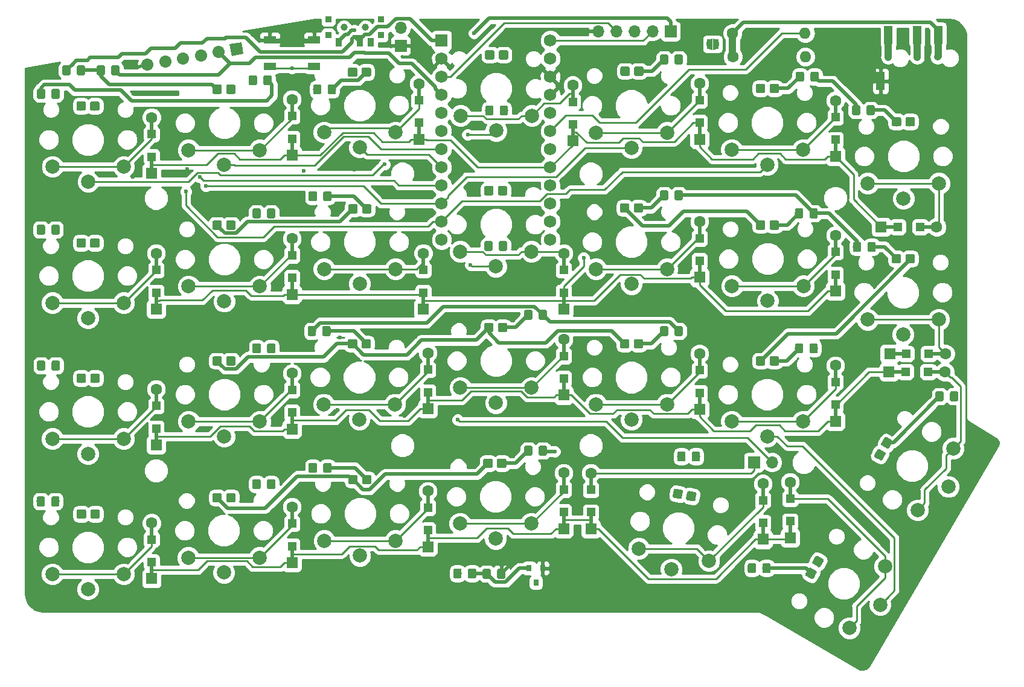
<source format=gbr>
G04 #@! TF.GenerationSoftware,KiCad,Pcbnew,(5.0.0)*
G04 #@! TF.CreationDate,2019-04-30T00:35:40-06:00*
G04 #@! TF.ProjectId,ErgoTravel,4572676F54726176656C2E6B69636164,rev?*
G04 #@! TF.SameCoordinates,Original*
G04 #@! TF.FileFunction,Copper,L2,Bot,Signal*
G04 #@! TF.FilePolarity,Positive*
%FSLAX46Y46*%
G04 Gerber Fmt 4.6, Leading zero omitted, Abs format (unit mm)*
G04 Created by KiCad (PCBNEW (5.0.0)) date 04/30/19 00:35:40*
%MOMM*%
%LPD*%
G01*
G04 APERTURE LIST*
G04 #@! TA.AperFunction,EtchedComponent*
%ADD10C,0.010000*%
G04 #@! TD*
G04 #@! TA.AperFunction,Conductor*
%ADD11R,0.500000X2.500000*%
G04 #@! TD*
G04 #@! TA.AperFunction,SMDPad,CuDef*
%ADD12R,1.200000X1.200000*%
G04 #@! TD*
G04 #@! TA.AperFunction,ComponentPad*
%ADD13R,1.600000X1.600000*%
G04 #@! TD*
G04 #@! TA.AperFunction,ComponentPad*
%ADD14C,1.600000*%
G04 #@! TD*
G04 #@! TA.AperFunction,Conductor*
%ADD15R,2.500000X0.500000*%
G04 #@! TD*
G04 #@! TA.AperFunction,SMDPad,CuDef*
%ADD16R,1.200000X2.500000*%
G04 #@! TD*
G04 #@! TA.AperFunction,SMDPad,CuDef*
%ADD17R,1.800000X1.100000*%
G04 #@! TD*
G04 #@! TA.AperFunction,ComponentPad*
%ADD18R,1.752600X1.752600*%
G04 #@! TD*
G04 #@! TA.AperFunction,ComponentPad*
%ADD19C,1.752600*%
G04 #@! TD*
G04 #@! TA.AperFunction,ComponentPad*
%ADD20C,1.700000*%
G04 #@! TD*
G04 #@! TA.AperFunction,Conductor*
%ADD21C,0.100000*%
G04 #@! TD*
G04 #@! TA.AperFunction,Conductor*
%ADD22C,1.700000*%
G04 #@! TD*
G04 #@! TA.AperFunction,ComponentPad*
%ADD23O,1.600000X1.600000*%
G04 #@! TD*
G04 #@! TA.AperFunction,ComponentPad*
%ADD24R,1.700000X1.700000*%
G04 #@! TD*
G04 #@! TA.AperFunction,ComponentPad*
%ADD25O,1.700000X1.700000*%
G04 #@! TD*
G04 #@! TA.AperFunction,ComponentPad*
%ADD26R,0.800000X1.400000*%
G04 #@! TD*
G04 #@! TA.AperFunction,SMDPad,CuDef*
%ADD27C,1.300000*%
G04 #@! TD*
G04 #@! TA.AperFunction,SMDPad,CuDef*
%ADD28R,0.800000X0.900000*%
G04 #@! TD*
G04 #@! TA.AperFunction,SMDPad,CuDef*
%ADD29C,1.150000*%
G04 #@! TD*
G04 #@! TA.AperFunction,WasherPad*
%ADD30C,1.000000*%
G04 #@! TD*
G04 #@! TA.AperFunction,SMDPad,CuDef*
%ADD31R,0.900000X1.250000*%
G04 #@! TD*
G04 #@! TA.AperFunction,SMDPad,CuDef*
%ADD32R,0.900000X0.900000*%
G04 #@! TD*
G04 #@! TA.AperFunction,ComponentPad*
%ADD33C,2.000000*%
G04 #@! TD*
G04 #@! TA.AperFunction,ViaPad*
%ADD34C,0.600000*%
G04 #@! TD*
G04 #@! TA.AperFunction,Conductor*
%ADD35C,0.250000*%
G04 #@! TD*
G04 #@! TA.AperFunction,Conductor*
%ADD36C,1.000000*%
G04 #@! TD*
G04 #@! TA.AperFunction,Conductor*
%ADD37C,0.500000*%
G04 #@! TD*
G04 #@! TA.AperFunction,Conductor*
%ADD38C,0.254000*%
G04 #@! TD*
G04 APERTURE END LIST*
D10*
G04 #@! TO.C,SJ1*
G36*
X171916000Y-49796000D02*
X171659500Y-49841200D01*
X171433900Y-49971500D01*
X171266500Y-50171000D01*
X171177400Y-50415800D01*
X171177400Y-50676200D01*
X171266500Y-50921000D01*
X171433900Y-51120500D01*
X171659500Y-51250800D01*
X171916000Y-51296000D01*
X171916000Y-49796000D01*
X171916000Y-49796000D01*
G37*
X171916000Y-49796000D02*
X171659500Y-49841200D01*
X171433900Y-49971500D01*
X171266500Y-50171000D01*
X171177400Y-50415800D01*
X171177400Y-50676200D01*
X171266500Y-50921000D01*
X171433900Y-51120500D01*
X171659500Y-51250800D01*
X171916000Y-51296000D01*
X171916000Y-49796000D01*
G36*
X172116000Y-51296000D02*
X172372500Y-51250800D01*
X172598100Y-51120500D01*
X172765500Y-50921000D01*
X172854600Y-50676200D01*
X172854600Y-50415800D01*
X172765500Y-50171000D01*
X172598100Y-49971500D01*
X172372500Y-49841200D01*
X172116000Y-49796000D01*
X172116000Y-51296000D01*
X172116000Y-51296000D01*
G37*
X172116000Y-51296000D02*
X172372500Y-51250800D01*
X172598100Y-51120500D01*
X172765500Y-50921000D01*
X172854600Y-50676200D01*
X172854600Y-50415800D01*
X172765500Y-50171000D01*
X172598100Y-49971500D01*
X172372500Y-49841200D01*
X172116000Y-49796000D01*
X172116000Y-51296000D01*
G04 #@! TD*
D11*
G04 #@! TO.N,row0*
G04 #@! TO.C,D1*
X93345000Y-67470000D03*
D12*
G04 #@! TD*
G04 #@! TO.P,D1,1*
G04 #@! TO.N,row0*
X93345000Y-66345000D03*
G04 #@! TO.P,D1,2*
G04 #@! TO.N,Net-(D1-Pad2)*
X93345000Y-63195000D03*
D11*
G04 #@! TD*
G04 #@! TO.N,Net-(D1-Pad2)*
G04 #@! TO.C,D1*
X93345000Y-62070000D03*
D13*
G04 #@! TO.P,D1,1*
G04 #@! TO.N,row0*
X93345000Y-68670000D03*
D14*
G04 #@! TO.P,D1,2*
G04 #@! TO.N,Net-(D1-Pad2)*
X93345000Y-60870000D03*
G04 #@! TD*
D11*
G04 #@! TO.N,row1*
G04 #@! TO.C,D2*
X93980000Y-86520000D03*
D12*
G04 #@! TD*
G04 #@! TO.P,D2,1*
G04 #@! TO.N,row1*
X93980000Y-85395000D03*
G04 #@! TO.P,D2,2*
G04 #@! TO.N,Net-(D2-Pad2)*
X93980000Y-82245000D03*
D11*
G04 #@! TD*
G04 #@! TO.N,Net-(D2-Pad2)*
G04 #@! TO.C,D2*
X93980000Y-81120000D03*
D13*
G04 #@! TO.P,D2,1*
G04 #@! TO.N,row1*
X93980000Y-87720000D03*
D14*
G04 #@! TO.P,D2,2*
G04 #@! TO.N,Net-(D2-Pad2)*
X93980000Y-79920000D03*
G04 #@! TD*
D11*
G04 #@! TO.N,row2*
G04 #@! TO.C,D3*
X93980000Y-105570000D03*
D12*
G04 #@! TD*
G04 #@! TO.P,D3,1*
G04 #@! TO.N,row2*
X93980000Y-104445000D03*
G04 #@! TO.P,D3,2*
G04 #@! TO.N,Net-(D3-Pad2)*
X93980000Y-101295000D03*
D11*
G04 #@! TD*
G04 #@! TO.N,Net-(D3-Pad2)*
G04 #@! TO.C,D3*
X93980000Y-100170000D03*
D13*
G04 #@! TO.P,D3,1*
G04 #@! TO.N,row2*
X93980000Y-106770000D03*
D14*
G04 #@! TO.P,D3,2*
G04 #@! TO.N,Net-(D3-Pad2)*
X93980000Y-98970000D03*
G04 #@! TD*
D11*
G04 #@! TO.N,row3*
G04 #@! TO.C,D4*
X93345000Y-124315000D03*
D12*
G04 #@! TD*
G04 #@! TO.P,D4,1*
G04 #@! TO.N,row3*
X93345000Y-123190000D03*
G04 #@! TO.P,D4,2*
G04 #@! TO.N,Net-(D4-Pad2)*
X93345000Y-120040000D03*
D11*
G04 #@! TD*
G04 #@! TO.N,Net-(D4-Pad2)*
G04 #@! TO.C,D4*
X93345000Y-118915000D03*
D13*
G04 #@! TO.P,D4,1*
G04 #@! TO.N,row3*
X93345000Y-125515000D03*
D14*
G04 #@! TO.P,D4,2*
G04 #@! TO.N,Net-(D4-Pad2)*
X93345000Y-117715000D03*
G04 #@! TD*
D11*
G04 #@! TO.N,row0*
G04 #@! TO.C,D5*
X113030000Y-64930000D03*
D12*
G04 #@! TD*
G04 #@! TO.P,D5,1*
G04 #@! TO.N,row0*
X113030000Y-63805000D03*
G04 #@! TO.P,D5,2*
G04 #@! TO.N,Net-(D5-Pad2)*
X113030000Y-60655000D03*
D11*
G04 #@! TD*
G04 #@! TO.N,Net-(D5-Pad2)*
G04 #@! TO.C,D5*
X113030000Y-59530000D03*
D13*
G04 #@! TO.P,D5,1*
G04 #@! TO.N,row0*
X113030000Y-66130000D03*
D14*
G04 #@! TO.P,D5,2*
G04 #@! TO.N,Net-(D5-Pad2)*
X113030000Y-58330000D03*
G04 #@! TD*
D11*
G04 #@! TO.N,row1*
G04 #@! TO.C,D6*
X113030000Y-84455000D03*
D12*
G04 #@! TD*
G04 #@! TO.P,D6,1*
G04 #@! TO.N,row1*
X113030000Y-83330000D03*
G04 #@! TO.P,D6,2*
G04 #@! TO.N,Net-(D6-Pad2)*
X113030000Y-80180000D03*
D11*
G04 #@! TD*
G04 #@! TO.N,Net-(D6-Pad2)*
G04 #@! TO.C,D6*
X113030000Y-79055000D03*
D13*
G04 #@! TO.P,D6,1*
G04 #@! TO.N,row1*
X113030000Y-85655000D03*
D14*
G04 #@! TO.P,D6,2*
G04 #@! TO.N,Net-(D6-Pad2)*
X113030000Y-77855000D03*
G04 #@! TD*
D11*
G04 #@! TO.N,row2*
G04 #@! TO.C,D7*
X113030000Y-103335000D03*
D12*
G04 #@! TD*
G04 #@! TO.P,D7,1*
G04 #@! TO.N,row2*
X113030000Y-102210000D03*
G04 #@! TO.P,D7,2*
G04 #@! TO.N,Net-(D7-Pad2)*
X113030000Y-99060000D03*
D11*
G04 #@! TD*
G04 #@! TO.N,Net-(D7-Pad2)*
G04 #@! TO.C,D7*
X113030000Y-97935000D03*
D13*
G04 #@! TO.P,D7,1*
G04 #@! TO.N,row2*
X113030000Y-104535000D03*
D14*
G04 #@! TO.P,D7,2*
G04 #@! TO.N,Net-(D7-Pad2)*
X113030000Y-96735000D03*
G04 #@! TD*
D11*
G04 #@! TO.N,row3*
G04 #@! TO.C,D8*
X113030000Y-122080000D03*
D12*
G04 #@! TD*
G04 #@! TO.P,D8,1*
G04 #@! TO.N,row3*
X113030000Y-120955000D03*
G04 #@! TO.P,D8,2*
G04 #@! TO.N,Net-(D8-Pad2)*
X113030000Y-117805000D03*
D11*
G04 #@! TD*
G04 #@! TO.N,Net-(D8-Pad2)*
G04 #@! TO.C,D8*
X113030000Y-116680000D03*
D13*
G04 #@! TO.P,D8,1*
G04 #@! TO.N,row3*
X113030000Y-123280000D03*
D14*
G04 #@! TO.P,D8,2*
G04 #@! TO.N,Net-(D8-Pad2)*
X113030000Y-115480000D03*
G04 #@! TD*
D11*
G04 #@! TO.N,row0*
G04 #@! TO.C,D9*
X130810000Y-62720000D03*
D12*
G04 #@! TD*
G04 #@! TO.P,D9,1*
G04 #@! TO.N,row0*
X130810000Y-61595000D03*
G04 #@! TO.P,D9,2*
G04 #@! TO.N,Net-(D9-Pad2)*
X130810000Y-58445000D03*
D11*
G04 #@! TD*
G04 #@! TO.N,Net-(D9-Pad2)*
G04 #@! TO.C,D9*
X130810000Y-57320000D03*
D13*
G04 #@! TO.P,D9,1*
G04 #@! TO.N,row0*
X130810000Y-63920000D03*
D14*
G04 #@! TO.P,D9,2*
G04 #@! TO.N,Net-(D9-Pad2)*
X130810000Y-56120000D03*
G04 #@! TD*
D11*
G04 #@! TO.N,row1*
G04 #@! TO.C,D10*
X131445000Y-86520000D03*
D12*
G04 #@! TD*
G04 #@! TO.P,D10,1*
G04 #@! TO.N,row1*
X131445000Y-85395000D03*
G04 #@! TO.P,D10,2*
G04 #@! TO.N,Net-(D10-Pad2)*
X131445000Y-82245000D03*
D11*
G04 #@! TD*
G04 #@! TO.N,Net-(D10-Pad2)*
G04 #@! TO.C,D10*
X131445000Y-81120000D03*
D13*
G04 #@! TO.P,D10,1*
G04 #@! TO.N,row1*
X131445000Y-87720000D03*
D14*
G04 #@! TO.P,D10,2*
G04 #@! TO.N,Net-(D10-Pad2)*
X131445000Y-79920000D03*
G04 #@! TD*
D11*
G04 #@! TO.N,row2*
G04 #@! TO.C,D11*
X132080000Y-100490000D03*
D12*
G04 #@! TD*
G04 #@! TO.P,D11,1*
G04 #@! TO.N,row2*
X132080000Y-99365000D03*
G04 #@! TO.P,D11,2*
G04 #@! TO.N,Net-(D11-Pad2)*
X132080000Y-96215000D03*
D11*
G04 #@! TD*
G04 #@! TO.N,Net-(D11-Pad2)*
G04 #@! TO.C,D11*
X132080000Y-95090000D03*
D13*
G04 #@! TO.P,D11,1*
G04 #@! TO.N,row2*
X132080000Y-101690000D03*
D14*
G04 #@! TO.P,D11,2*
G04 #@! TO.N,Net-(D11-Pad2)*
X132080000Y-93890000D03*
G04 #@! TD*
D11*
G04 #@! TO.N,row3*
G04 #@! TO.C,D12*
X132080000Y-119845000D03*
D12*
G04 #@! TD*
G04 #@! TO.P,D12,1*
G04 #@! TO.N,row3*
X132080000Y-118720000D03*
G04 #@! TO.P,D12,2*
G04 #@! TO.N,Net-(D12-Pad2)*
X132080000Y-115570000D03*
D11*
G04 #@! TD*
G04 #@! TO.N,Net-(D12-Pad2)*
G04 #@! TO.C,D12*
X132080000Y-114445000D03*
D13*
G04 #@! TO.P,D12,1*
G04 #@! TO.N,row3*
X132080000Y-121045000D03*
D14*
G04 #@! TO.P,D12,2*
G04 #@! TO.N,Net-(D12-Pad2)*
X132080000Y-113245000D03*
G04 #@! TD*
D11*
G04 #@! TO.N,row0*
G04 #@! TO.C,D13*
X152400000Y-62935000D03*
D12*
G04 #@! TD*
G04 #@! TO.P,D13,1*
G04 #@! TO.N,row0*
X152400000Y-61810000D03*
G04 #@! TO.P,D13,2*
G04 #@! TO.N,Net-(D13-Pad2)*
X152400000Y-58660000D03*
D11*
G04 #@! TD*
G04 #@! TO.N,Net-(D13-Pad2)*
G04 #@! TO.C,D13*
X152400000Y-57535000D03*
D13*
G04 #@! TO.P,D13,1*
G04 #@! TO.N,row0*
X152400000Y-64135000D03*
D14*
G04 #@! TO.P,D13,2*
G04 #@! TO.N,Net-(D13-Pad2)*
X152400000Y-56335000D03*
G04 #@! TD*
D11*
G04 #@! TO.N,row1*
G04 #@! TO.C,D14*
X151130000Y-86520000D03*
D12*
G04 #@! TD*
G04 #@! TO.P,D14,1*
G04 #@! TO.N,row1*
X151130000Y-85395000D03*
G04 #@! TO.P,D14,2*
G04 #@! TO.N,Net-(D14-Pad2)*
X151130000Y-82245000D03*
D11*
G04 #@! TD*
G04 #@! TO.N,Net-(D14-Pad2)*
G04 #@! TO.C,D14*
X151130000Y-81120000D03*
D13*
G04 #@! TO.P,D14,1*
G04 #@! TO.N,row1*
X151130000Y-87720000D03*
D14*
G04 #@! TO.P,D14,2*
G04 #@! TO.N,Net-(D14-Pad2)*
X151130000Y-79920000D03*
G04 #@! TD*
D11*
G04 #@! TO.N,row2*
G04 #@! TO.C,D15*
X151130000Y-98585000D03*
D12*
G04 #@! TD*
G04 #@! TO.P,D15,1*
G04 #@! TO.N,row2*
X151130000Y-97460000D03*
G04 #@! TO.P,D15,2*
G04 #@! TO.N,Net-(D15-Pad2)*
X151130000Y-94310000D03*
D11*
G04 #@! TD*
G04 #@! TO.N,Net-(D15-Pad2)*
G04 #@! TO.C,D15*
X151130000Y-93185000D03*
D13*
G04 #@! TO.P,D15,1*
G04 #@! TO.N,row2*
X151130000Y-99785000D03*
D14*
G04 #@! TO.P,D15,2*
G04 #@! TO.N,Net-(D15-Pad2)*
X151130000Y-91985000D03*
G04 #@! TD*
D11*
G04 #@! TO.N,row3*
G04 #@! TO.C,D16*
X151130000Y-117305000D03*
D12*
G04 #@! TD*
G04 #@! TO.P,D16,1*
G04 #@! TO.N,row3*
X151130000Y-116180000D03*
G04 #@! TO.P,D16,2*
G04 #@! TO.N,Net-(D16-Pad2)*
X151130000Y-113030000D03*
D11*
G04 #@! TD*
G04 #@! TO.N,Net-(D16-Pad2)*
G04 #@! TO.C,D16*
X151130000Y-111905000D03*
D13*
G04 #@! TO.P,D16,1*
G04 #@! TO.N,row3*
X151130000Y-118505000D03*
D14*
G04 #@! TO.P,D16,2*
G04 #@! TO.N,Net-(D16-Pad2)*
X151130000Y-110705000D03*
G04 #@! TD*
D11*
G04 #@! TO.N,row0*
G04 #@! TO.C,D17*
X170180000Y-62695000D03*
D12*
G04 #@! TD*
G04 #@! TO.P,D17,1*
G04 #@! TO.N,row0*
X170180000Y-61570000D03*
G04 #@! TO.P,D17,2*
G04 #@! TO.N,Net-(D17-Pad2)*
X170180000Y-58420000D03*
D11*
G04 #@! TD*
G04 #@! TO.N,Net-(D17-Pad2)*
G04 #@! TO.C,D17*
X170180000Y-57295000D03*
D13*
G04 #@! TO.P,D17,1*
G04 #@! TO.N,row0*
X170180000Y-63895000D03*
D14*
G04 #@! TO.P,D17,2*
G04 #@! TO.N,Net-(D17-Pad2)*
X170180000Y-56095000D03*
G04 #@! TD*
D11*
G04 #@! TO.N,row1*
G04 #@! TO.C,D18*
X170180000Y-82075000D03*
D12*
G04 #@! TD*
G04 #@! TO.P,D18,1*
G04 #@! TO.N,row1*
X170180000Y-80950000D03*
G04 #@! TO.P,D18,2*
G04 #@! TO.N,Net-(D18-Pad2)*
X170180000Y-77800000D03*
D11*
G04 #@! TD*
G04 #@! TO.N,Net-(D18-Pad2)*
G04 #@! TO.C,D18*
X170180000Y-76675000D03*
D13*
G04 #@! TO.P,D18,1*
G04 #@! TO.N,row1*
X170180000Y-83275000D03*
D14*
G04 #@! TO.P,D18,2*
G04 #@! TO.N,Net-(D18-Pad2)*
X170180000Y-75475000D03*
G04 #@! TD*
D11*
G04 #@! TO.N,row2*
G04 #@! TO.C,D19*
X170180000Y-100580000D03*
D12*
G04 #@! TD*
G04 #@! TO.P,D19,1*
G04 #@! TO.N,row2*
X170180000Y-99455000D03*
G04 #@! TO.P,D19,2*
G04 #@! TO.N,Net-(D19-Pad2)*
X170180000Y-96305000D03*
D11*
G04 #@! TD*
G04 #@! TO.N,Net-(D19-Pad2)*
G04 #@! TO.C,D19*
X170180000Y-95180000D03*
D13*
G04 #@! TO.P,D19,1*
G04 #@! TO.N,row2*
X170180000Y-101780000D03*
D14*
G04 #@! TO.P,D19,2*
G04 #@! TO.N,Net-(D19-Pad2)*
X170180000Y-93980000D03*
G04 #@! TD*
D11*
G04 #@! TO.N,row3*
G04 #@! TO.C,D20*
X179070000Y-118815000D03*
D12*
G04 #@! TD*
G04 #@! TO.P,D20,1*
G04 #@! TO.N,row3*
X179070000Y-117690000D03*
G04 #@! TO.P,D20,2*
G04 #@! TO.N,Net-(D20-Pad2)*
X179070000Y-114540000D03*
D11*
G04 #@! TD*
G04 #@! TO.N,Net-(D20-Pad2)*
G04 #@! TO.C,D20*
X179070000Y-113415000D03*
D13*
G04 #@! TO.P,D20,1*
G04 #@! TO.N,row3*
X179070000Y-120015000D03*
D14*
G04 #@! TO.P,D20,2*
G04 #@! TO.N,Net-(D20-Pad2)*
X179070000Y-112215000D03*
G04 #@! TD*
D11*
G04 #@! TO.N,row0*
G04 #@! TO.C,D21*
X189230000Y-65090000D03*
D12*
G04 #@! TD*
G04 #@! TO.P,D21,1*
G04 #@! TO.N,row0*
X189230000Y-63965000D03*
G04 #@! TO.P,D21,2*
G04 #@! TO.N,Net-(D21-Pad2)*
X189230000Y-60815000D03*
D11*
G04 #@! TD*
G04 #@! TO.N,Net-(D21-Pad2)*
G04 #@! TO.C,D21*
X189230000Y-59690000D03*
D13*
G04 #@! TO.P,D21,1*
G04 #@! TO.N,row0*
X189230000Y-66290000D03*
D14*
G04 #@! TO.P,D21,2*
G04 #@! TO.N,Net-(D21-Pad2)*
X189230000Y-58490000D03*
G04 #@! TD*
D11*
G04 #@! TO.N,row1*
G04 #@! TO.C,D22*
X189230000Y-83980000D03*
D12*
G04 #@! TD*
G04 #@! TO.P,D22,1*
G04 #@! TO.N,row1*
X189230000Y-82855000D03*
G04 #@! TO.P,D22,2*
G04 #@! TO.N,Net-(D22-Pad2)*
X189230000Y-79705000D03*
D11*
G04 #@! TD*
G04 #@! TO.N,Net-(D22-Pad2)*
G04 #@! TO.C,D22*
X189230000Y-78580000D03*
D13*
G04 #@! TO.P,D22,1*
G04 #@! TO.N,row1*
X189230000Y-85180000D03*
D14*
G04 #@! TO.P,D22,2*
G04 #@! TO.N,Net-(D22-Pad2)*
X189230000Y-77380000D03*
G04 #@! TD*
D11*
G04 #@! TO.N,row2*
G04 #@! TO.C,D23*
X189230000Y-102235000D03*
D12*
G04 #@! TD*
G04 #@! TO.P,D23,1*
G04 #@! TO.N,row2*
X189230000Y-101110000D03*
G04 #@! TO.P,D23,2*
G04 #@! TO.N,Net-(D23-Pad2)*
X189230000Y-97960000D03*
D11*
G04 #@! TD*
G04 #@! TO.N,Net-(D23-Pad2)*
G04 #@! TO.C,D23*
X189230000Y-96835000D03*
D13*
G04 #@! TO.P,D23,1*
G04 #@! TO.N,row2*
X189230000Y-103435000D03*
D14*
G04 #@! TO.P,D23,2*
G04 #@! TO.N,Net-(D23-Pad2)*
X189230000Y-95635000D03*
G04 #@! TD*
D11*
G04 #@! TO.N,row3*
G04 #@! TO.C,D24*
X182880000Y-118600000D03*
D12*
G04 #@! TD*
G04 #@! TO.P,D24,1*
G04 #@! TO.N,row3*
X182880000Y-117475000D03*
G04 #@! TO.P,D24,2*
G04 #@! TO.N,Net-(D24-Pad2)*
X182880000Y-114325000D03*
D11*
G04 #@! TD*
G04 #@! TO.N,Net-(D24-Pad2)*
G04 #@! TO.C,D24*
X182880000Y-113200000D03*
D13*
G04 #@! TO.P,D24,1*
G04 #@! TO.N,row3*
X182880000Y-119800000D03*
D14*
G04 #@! TO.P,D24,2*
G04 #@! TO.N,Net-(D24-Pad2)*
X182880000Y-112000000D03*
G04 #@! TD*
D15*
G04 #@! TO.N,row0*
G04 #@! TO.C,D25*
X196850000Y-76200000D03*
D12*
G04 #@! TD*
G04 #@! TO.P,D25,1*
G04 #@! TO.N,row0*
X197975000Y-76200000D03*
G04 #@! TO.P,D25,2*
G04 #@! TO.N,Net-(D25-Pad2)*
X201125000Y-76200000D03*
D15*
G04 #@! TD*
G04 #@! TO.N,Net-(D25-Pad2)*
G04 #@! TO.C,D25*
X202250000Y-76200000D03*
D13*
G04 #@! TO.P,D25,1*
G04 #@! TO.N,row0*
X195650000Y-76200000D03*
D14*
G04 #@! TO.P,D25,2*
G04 #@! TO.N,Net-(D25-Pad2)*
X203450000Y-76200000D03*
G04 #@! TD*
D15*
G04 #@! TO.N,row1*
G04 #@! TO.C,D26*
X198050000Y-93980000D03*
D12*
G04 #@! TD*
G04 #@! TO.P,D26,1*
G04 #@! TO.N,row1*
X199175000Y-93980000D03*
G04 #@! TO.P,D26,2*
G04 #@! TO.N,Net-(D26-Pad2)*
X202325000Y-93980000D03*
D15*
G04 #@! TD*
G04 #@! TO.N,Net-(D26-Pad2)*
G04 #@! TO.C,D26*
X203450000Y-93980000D03*
D13*
G04 #@! TO.P,D26,1*
G04 #@! TO.N,row1*
X196850000Y-93980000D03*
D14*
G04 #@! TO.P,D26,2*
G04 #@! TO.N,Net-(D26-Pad2)*
X204650000Y-93980000D03*
G04 #@! TD*
D15*
G04 #@! TO.N,row2*
G04 #@! TO.C,D27*
X197960000Y-96520000D03*
D12*
G04 #@! TD*
G04 #@! TO.P,D27,1*
G04 #@! TO.N,row2*
X199085000Y-96520000D03*
G04 #@! TO.P,D27,2*
G04 #@! TO.N,Net-(D27-Pad2)*
X202235000Y-96520000D03*
D15*
G04 #@! TD*
G04 #@! TO.N,Net-(D27-Pad2)*
G04 #@! TO.C,D27*
X203360000Y-96520000D03*
D13*
G04 #@! TO.P,D27,1*
G04 #@! TO.N,row2*
X196760000Y-96520000D03*
D14*
G04 #@! TO.P,D27,2*
G04 #@! TO.N,Net-(D27-Pad2)*
X204560000Y-96520000D03*
G04 #@! TD*
D16*
G04 #@! TO.P,J3,4*
G04 #@! TO.N,GND*
X195575000Y-55750000D03*
G04 #@! TO.P,J3,1*
G04 #@! TO.N,sda*
X196675000Y-49250000D03*
G04 #@! TO.P,J3,2*
G04 #@! TO.N,scl*
X200675000Y-49250000D03*
G04 #@! TO.P,J3,3*
G04 #@! TO.N,VCC*
X203675000Y-49250000D03*
G04 #@! TD*
D17*
G04 #@! TO.P,SW2,1*
G04 #@! TO.N,RESET*
X109930000Y-53666000D03*
X116130000Y-53666000D03*
G04 #@! TO.P,SW2,2*
G04 #@! TO.N,GND*
X109930000Y-49966000D03*
X116130000Y-49966000D03*
G04 #@! TD*
D18*
G04 #@! TO.P,U1,1*
G04 #@! TO.N,/RAW*
X134020038Y-50054000D03*
D19*
G04 #@! TO.P,U1,2*
G04 #@! TO.N,GND*
X134020038Y-52594000D03*
G04 #@! TO.P,U1,3*
G04 #@! TO.N,RESET*
X134020038Y-55134000D03*
G04 #@! TO.P,U1,4*
G04 #@! TO.N,VCC*
X134020038Y-57674000D03*
G04 #@! TO.P,U1,5*
G04 #@! TO.N,N/C*
X134020038Y-60214000D03*
G04 #@! TO.P,U1,6*
G04 #@! TO.N,col0*
X134020038Y-62754000D03*
G04 #@! TO.P,U1,7*
G04 #@! TO.N,col1*
X134020038Y-65294000D03*
G04 #@! TO.P,U1,8*
G04 #@! TO.N,col2*
X134020038Y-67834000D03*
G04 #@! TO.P,U1,9*
G04 #@! TO.N,SCK*
X134020038Y-70374000D03*
G04 #@! TO.P,U1,10*
G04 #@! TO.N,MISO*
X134020038Y-72914000D03*
G04 #@! TO.P,U1,11*
G04 #@! TO.N,MOSI*
X134020038Y-75454000D03*
G04 #@! TO.P,U1,12*
G04 #@! TO.N,col6*
X134020038Y-77994000D03*
G04 #@! TO.P,U1,24*
G04 #@! TO.N,backlight*
X149260038Y-77994000D03*
G04 #@! TO.P,U1,23*
G04 #@! TO.N,row3*
X149260038Y-75454000D03*
G04 #@! TO.P,U1,22*
G04 #@! TO.N,row2*
X149260038Y-72914000D03*
G04 #@! TO.P,U1,21*
G04 #@! TO.N,row1*
X149260038Y-70374000D03*
G04 #@! TO.P,U1,20*
G04 #@! TO.N,row0*
X149260038Y-67834000D03*
G04 #@! TO.P,U1,19*
G04 #@! TO.N,N/C*
X149260038Y-65294000D03*
G04 #@! TO.P,U1,18*
G04 #@! TO.N,scl*
X149260038Y-62754000D03*
G04 #@! TO.P,U1,17*
G04 #@! TO.N,sdaPM*
X149260038Y-60214000D03*
G04 #@! TO.P,U1,16*
G04 #@! TO.N,GND*
X149260038Y-57674000D03*
G04 #@! TO.P,U1,15*
X149260038Y-55134000D03*
G04 #@! TO.P,U1,14*
G04 #@! TO.N,RX*
X149260038Y-52594000D03*
G04 #@! TO.P,U1,13*
G04 #@! TO.N,ws2812di*
X149260038Y-50054000D03*
G04 #@! TD*
D20*
G04 #@! TO.P,J4,1*
G04 #@! TO.N,MISO*
X105255647Y-51250000D03*
D21*
G04 #@! TD*
G04 #@! TO.N,MISO*
G04 #@! TO.C,J4*
G36*
X104270959Y-50560514D02*
X105945133Y-50265312D01*
X106240335Y-51939486D01*
X104566161Y-52234688D01*
X104270959Y-50560514D01*
X104270959Y-50560514D01*
G37*
D20*
G04 #@! TO.P,J4,2*
G04 #@! TO.N,VCC*
X102754235Y-51691066D03*
D22*
G04 #@! TD*
G04 #@! TO.N,VCC*
G04 #@! TO.C,J4*
X102754235Y-51691066D02*
X102754235Y-51691066D01*
D20*
G04 #@! TO.P,J4,3*
G04 #@! TO.N,SCK*
X100252824Y-52132133D03*
D22*
G04 #@! TD*
G04 #@! TO.N,SCK*
G04 #@! TO.C,J4*
X100252824Y-52132133D02*
X100252824Y-52132133D01*
D20*
G04 #@! TO.P,J4,4*
G04 #@! TO.N,MOSI*
X97751412Y-52573199D03*
D22*
G04 #@! TD*
G04 #@! TO.N,MOSI*
G04 #@! TO.C,J4*
X97751412Y-52573199D02*
X97751412Y-52573199D01*
D20*
G04 #@! TO.P,J4,5*
G04 #@! TO.N,RESET*
X95250000Y-53014265D03*
D22*
G04 #@! TD*
G04 #@! TO.N,RESET*
G04 #@! TO.C,J4*
X95250000Y-53014265D02*
X95250000Y-53014265D01*
D20*
G04 #@! TO.P,J4,6*
G04 #@! TO.N,GND*
X92748589Y-53455332D03*
D22*
G04 #@! TD*
G04 #@! TO.N,GND*
G04 #@! TO.C,J4*
X92748589Y-53455332D02*
X92748589Y-53455332D01*
D14*
G04 #@! TO.P,R1,1*
G04 #@! TO.N,VCC*
X174863760Y-52324000D03*
D23*
G04 #@! TO.P,R1,2*
G04 #@! TO.N,sda*
X185023760Y-52324000D03*
G04 #@! TD*
D14*
G04 #@! TO.P,R2,1*
G04 #@! TO.N,VCC*
X174830740Y-49022000D03*
D23*
G04 #@! TO.P,R2,2*
G04 #@! TO.N,scl*
X184990740Y-49022000D03*
G04 #@! TD*
D24*
G04 #@! TO.P,J1,1*
G04 #@! TO.N,VCC*
X166116000Y-48768000D03*
D25*
G04 #@! TO.P,J1,2*
G04 #@! TO.N,ws2812di*
X163576000Y-48768000D03*
G04 #@! TO.P,J1,3*
G04 #@! TO.N,RX*
X161036000Y-48768000D03*
G04 #@! TO.P,J1,4*
G04 #@! TO.N,RESET*
X158496000Y-48768000D03*
G04 #@! TO.P,J1,5*
G04 #@! TO.N,GND*
X155956000Y-48768000D03*
G04 #@! TD*
D26*
G04 #@! TO.P,SJ1,2*
G04 #@! TO.N,sda*
X172466000Y-50546000D03*
G04 #@! TO.P,SJ1,1*
G04 #@! TO.N,sdaPM*
X171566000Y-50546000D03*
X171566000Y-50546000D03*
G04 #@! TO.P,SJ1,2*
G04 #@! TO.N,sda*
X172466000Y-50546000D03*
G04 #@! TD*
D11*
G04 #@! TO.N,row3*
G04 #@! TO.C,D28*
X154940000Y-117329999D03*
D12*
G04 #@! TD*
G04 #@! TO.P,D28,1*
G04 #@! TO.N,row3*
X154940000Y-116204999D03*
G04 #@! TO.P,D28,2*
G04 #@! TO.N,Net-(D28-Pad2)*
X154940000Y-113054999D03*
D11*
G04 #@! TD*
G04 #@! TO.N,Net-(D28-Pad2)*
G04 #@! TO.C,D28*
X154940000Y-111929999D03*
D13*
G04 #@! TO.P,D28,1*
G04 #@! TO.N,row3*
X154940000Y-118529999D03*
D14*
G04 #@! TO.P,D28,2*
G04 #@! TO.N,Net-(D28-Pad2)*
X154940000Y-110729999D03*
G04 #@! TD*
D24*
G04 #@! TO.P,J13,1*
G04 #@! TO.N,Net-(D28-Pad2)*
X177800000Y-109220000D03*
D25*
G04 #@! TO.P,J13,2*
G04 #@! TO.N,col6*
X180340000Y-109220000D03*
G04 #@! TD*
D24*
G04 #@! TO.P,J14,1*
G04 #@! TO.N,GND*
X128270000Y-50800000D03*
D25*
G04 #@! TO.P,J14,2*
G04 #@! TO.N,Net-(J14-Pad2)*
X128270000Y-48260000D03*
G04 #@! TD*
D21*
G04 #@! TO.N,Net-(D29-Pad1)*
G04 #@! TO.C,D29*
G36*
X83908545Y-58598512D02*
X83932814Y-58602112D01*
X83956612Y-58608073D01*
X83979712Y-58616338D01*
X84001890Y-58626828D01*
X84022934Y-58639441D01*
X84042639Y-58654055D01*
X84060818Y-58670531D01*
X84077294Y-58688710D01*
X84091908Y-58708415D01*
X84104521Y-58729459D01*
X84115011Y-58751637D01*
X84123276Y-58774737D01*
X84129237Y-58798535D01*
X84132837Y-58822804D01*
X84134041Y-58847308D01*
X84134041Y-59647308D01*
X84132837Y-59671812D01*
X84129237Y-59696081D01*
X84123276Y-59719879D01*
X84115011Y-59742979D01*
X84104521Y-59765157D01*
X84091908Y-59786201D01*
X84077294Y-59805906D01*
X84060818Y-59824085D01*
X84042639Y-59840561D01*
X84022934Y-59855175D01*
X84001890Y-59867788D01*
X83979712Y-59878278D01*
X83956612Y-59886543D01*
X83932814Y-59892504D01*
X83908545Y-59896104D01*
X83884041Y-59897308D01*
X83059041Y-59897308D01*
X83034537Y-59896104D01*
X83010268Y-59892504D01*
X82986470Y-59886543D01*
X82963370Y-59878278D01*
X82941192Y-59867788D01*
X82920148Y-59855175D01*
X82900443Y-59840561D01*
X82882264Y-59824085D01*
X82865788Y-59805906D01*
X82851174Y-59786201D01*
X82838561Y-59765157D01*
X82828071Y-59742979D01*
X82819806Y-59719879D01*
X82813845Y-59696081D01*
X82810245Y-59671812D01*
X82809041Y-59647308D01*
X82809041Y-58847308D01*
X82810245Y-58822804D01*
X82813845Y-58798535D01*
X82819806Y-58774737D01*
X82828071Y-58751637D01*
X82838561Y-58729459D01*
X82851174Y-58708415D01*
X82865788Y-58688710D01*
X82882264Y-58670531D01*
X82900443Y-58654055D01*
X82920148Y-58639441D01*
X82941192Y-58626828D01*
X82963370Y-58616338D01*
X82986470Y-58608073D01*
X83010268Y-58602112D01*
X83034537Y-58598512D01*
X83059041Y-58597308D01*
X83884041Y-58597308D01*
X83908545Y-58598512D01*
X83908545Y-58598512D01*
G37*
D27*
G04 #@! TD*
G04 #@! TO.P,D29,1*
G04 #@! TO.N,Net-(D29-Pad1)*
X83471541Y-59247308D03*
D21*
G04 #@! TO.N,/LEDPOWER*
G04 #@! TO.C,D29*
G36*
X85833545Y-58598512D02*
X85857814Y-58602112D01*
X85881612Y-58608073D01*
X85904712Y-58616338D01*
X85926890Y-58626828D01*
X85947934Y-58639441D01*
X85967639Y-58654055D01*
X85985818Y-58670531D01*
X86002294Y-58688710D01*
X86016908Y-58708415D01*
X86029521Y-58729459D01*
X86040011Y-58751637D01*
X86048276Y-58774737D01*
X86054237Y-58798535D01*
X86057837Y-58822804D01*
X86059041Y-58847308D01*
X86059041Y-59647308D01*
X86057837Y-59671812D01*
X86054237Y-59696081D01*
X86048276Y-59719879D01*
X86040011Y-59742979D01*
X86029521Y-59765157D01*
X86016908Y-59786201D01*
X86002294Y-59805906D01*
X85985818Y-59824085D01*
X85967639Y-59840561D01*
X85947934Y-59855175D01*
X85926890Y-59867788D01*
X85904712Y-59878278D01*
X85881612Y-59886543D01*
X85857814Y-59892504D01*
X85833545Y-59896104D01*
X85809041Y-59897308D01*
X84984041Y-59897308D01*
X84959537Y-59896104D01*
X84935268Y-59892504D01*
X84911470Y-59886543D01*
X84888370Y-59878278D01*
X84866192Y-59867788D01*
X84845148Y-59855175D01*
X84825443Y-59840561D01*
X84807264Y-59824085D01*
X84790788Y-59805906D01*
X84776174Y-59786201D01*
X84763561Y-59765157D01*
X84753071Y-59742979D01*
X84744806Y-59719879D01*
X84738845Y-59696081D01*
X84735245Y-59671812D01*
X84734041Y-59647308D01*
X84734041Y-58847308D01*
X84735245Y-58822804D01*
X84738845Y-58798535D01*
X84744806Y-58774737D01*
X84753071Y-58751637D01*
X84763561Y-58729459D01*
X84776174Y-58708415D01*
X84790788Y-58688710D01*
X84807264Y-58670531D01*
X84825443Y-58654055D01*
X84845148Y-58639441D01*
X84866192Y-58626828D01*
X84888370Y-58616338D01*
X84911470Y-58608073D01*
X84935268Y-58602112D01*
X84959537Y-58598512D01*
X84984041Y-58597308D01*
X85809041Y-58597308D01*
X85833545Y-58598512D01*
X85833545Y-58598512D01*
G37*
D27*
G04 #@! TD*
G04 #@! TO.P,D29,2*
G04 #@! TO.N,/LEDPOWER*
X85396541Y-59247308D03*
D21*
G04 #@! TO.N,/LEDPOWER*
G04 #@! TO.C,D32*
G36*
X85829349Y-77794730D02*
X85853618Y-77798330D01*
X85877416Y-77804291D01*
X85900516Y-77812556D01*
X85922694Y-77823046D01*
X85943738Y-77835659D01*
X85963443Y-77850273D01*
X85981622Y-77866749D01*
X85998098Y-77884928D01*
X86012712Y-77904633D01*
X86025325Y-77925677D01*
X86035815Y-77947855D01*
X86044080Y-77970955D01*
X86050041Y-77994753D01*
X86053641Y-78019022D01*
X86054845Y-78043526D01*
X86054845Y-78843526D01*
X86053641Y-78868030D01*
X86050041Y-78892299D01*
X86044080Y-78916097D01*
X86035815Y-78939197D01*
X86025325Y-78961375D01*
X86012712Y-78982419D01*
X85998098Y-79002124D01*
X85981622Y-79020303D01*
X85963443Y-79036779D01*
X85943738Y-79051393D01*
X85922694Y-79064006D01*
X85900516Y-79074496D01*
X85877416Y-79082761D01*
X85853618Y-79088722D01*
X85829349Y-79092322D01*
X85804845Y-79093526D01*
X84979845Y-79093526D01*
X84955341Y-79092322D01*
X84931072Y-79088722D01*
X84907274Y-79082761D01*
X84884174Y-79074496D01*
X84861996Y-79064006D01*
X84840952Y-79051393D01*
X84821247Y-79036779D01*
X84803068Y-79020303D01*
X84786592Y-79002124D01*
X84771978Y-78982419D01*
X84759365Y-78961375D01*
X84748875Y-78939197D01*
X84740610Y-78916097D01*
X84734649Y-78892299D01*
X84731049Y-78868030D01*
X84729845Y-78843526D01*
X84729845Y-78043526D01*
X84731049Y-78019022D01*
X84734649Y-77994753D01*
X84740610Y-77970955D01*
X84748875Y-77947855D01*
X84759365Y-77925677D01*
X84771978Y-77904633D01*
X84786592Y-77884928D01*
X84803068Y-77866749D01*
X84821247Y-77850273D01*
X84840952Y-77835659D01*
X84861996Y-77823046D01*
X84884174Y-77812556D01*
X84907274Y-77804291D01*
X84931072Y-77798330D01*
X84955341Y-77794730D01*
X84979845Y-77793526D01*
X85804845Y-77793526D01*
X85829349Y-77794730D01*
X85829349Y-77794730D01*
G37*
D27*
G04 #@! TD*
G04 #@! TO.P,D32,2*
G04 #@! TO.N,/LEDPOWER*
X85392345Y-78443526D03*
D21*
G04 #@! TO.N,Net-(D31-Pad1)*
G04 #@! TO.C,D32*
G36*
X83904349Y-77794730D02*
X83928618Y-77798330D01*
X83952416Y-77804291D01*
X83975516Y-77812556D01*
X83997694Y-77823046D01*
X84018738Y-77835659D01*
X84038443Y-77850273D01*
X84056622Y-77866749D01*
X84073098Y-77884928D01*
X84087712Y-77904633D01*
X84100325Y-77925677D01*
X84110815Y-77947855D01*
X84119080Y-77970955D01*
X84125041Y-77994753D01*
X84128641Y-78019022D01*
X84129845Y-78043526D01*
X84129845Y-78843526D01*
X84128641Y-78868030D01*
X84125041Y-78892299D01*
X84119080Y-78916097D01*
X84110815Y-78939197D01*
X84100325Y-78961375D01*
X84087712Y-78982419D01*
X84073098Y-79002124D01*
X84056622Y-79020303D01*
X84038443Y-79036779D01*
X84018738Y-79051393D01*
X83997694Y-79064006D01*
X83975516Y-79074496D01*
X83952416Y-79082761D01*
X83928618Y-79088722D01*
X83904349Y-79092322D01*
X83879845Y-79093526D01*
X83054845Y-79093526D01*
X83030341Y-79092322D01*
X83006072Y-79088722D01*
X82982274Y-79082761D01*
X82959174Y-79074496D01*
X82936996Y-79064006D01*
X82915952Y-79051393D01*
X82896247Y-79036779D01*
X82878068Y-79020303D01*
X82861592Y-79002124D01*
X82846978Y-78982419D01*
X82834365Y-78961375D01*
X82823875Y-78939197D01*
X82815610Y-78916097D01*
X82809649Y-78892299D01*
X82806049Y-78868030D01*
X82804845Y-78843526D01*
X82804845Y-78043526D01*
X82806049Y-78019022D01*
X82809649Y-77994753D01*
X82815610Y-77970955D01*
X82823875Y-77947855D01*
X82834365Y-77925677D01*
X82846978Y-77904633D01*
X82861592Y-77884928D01*
X82878068Y-77866749D01*
X82896247Y-77850273D01*
X82915952Y-77835659D01*
X82936996Y-77823046D01*
X82959174Y-77812556D01*
X82982274Y-77804291D01*
X83006072Y-77798330D01*
X83030341Y-77794730D01*
X83054845Y-77793526D01*
X83879845Y-77793526D01*
X83904349Y-77794730D01*
X83904349Y-77794730D01*
G37*
D27*
G04 #@! TD*
G04 #@! TO.P,D32,1*
G04 #@! TO.N,Net-(D31-Pad1)*
X83467345Y-78443526D03*
D21*
G04 #@! TO.N,Net-(D33-Pad1)*
G04 #@! TO.C,D33*
G36*
X83929504Y-96771203D02*
X83953773Y-96774803D01*
X83977571Y-96780764D01*
X84000671Y-96789029D01*
X84022849Y-96799519D01*
X84043893Y-96812132D01*
X84063598Y-96826746D01*
X84081777Y-96843222D01*
X84098253Y-96861401D01*
X84112867Y-96881106D01*
X84125480Y-96902150D01*
X84135970Y-96924328D01*
X84144235Y-96947428D01*
X84150196Y-96971226D01*
X84153796Y-96995495D01*
X84155000Y-97019999D01*
X84155000Y-97819999D01*
X84153796Y-97844503D01*
X84150196Y-97868772D01*
X84144235Y-97892570D01*
X84135970Y-97915670D01*
X84125480Y-97937848D01*
X84112867Y-97958892D01*
X84098253Y-97978597D01*
X84081777Y-97996776D01*
X84063598Y-98013252D01*
X84043893Y-98027866D01*
X84022849Y-98040479D01*
X84000671Y-98050969D01*
X83977571Y-98059234D01*
X83953773Y-98065195D01*
X83929504Y-98068795D01*
X83905000Y-98069999D01*
X83080000Y-98069999D01*
X83055496Y-98068795D01*
X83031227Y-98065195D01*
X83007429Y-98059234D01*
X82984329Y-98050969D01*
X82962151Y-98040479D01*
X82941107Y-98027866D01*
X82921402Y-98013252D01*
X82903223Y-97996776D01*
X82886747Y-97978597D01*
X82872133Y-97958892D01*
X82859520Y-97937848D01*
X82849030Y-97915670D01*
X82840765Y-97892570D01*
X82834804Y-97868772D01*
X82831204Y-97844503D01*
X82830000Y-97819999D01*
X82830000Y-97019999D01*
X82831204Y-96995495D01*
X82834804Y-96971226D01*
X82840765Y-96947428D01*
X82849030Y-96924328D01*
X82859520Y-96902150D01*
X82872133Y-96881106D01*
X82886747Y-96861401D01*
X82903223Y-96843222D01*
X82921402Y-96826746D01*
X82941107Y-96812132D01*
X82962151Y-96799519D01*
X82984329Y-96789029D01*
X83007429Y-96780764D01*
X83031227Y-96774803D01*
X83055496Y-96771203D01*
X83080000Y-96769999D01*
X83905000Y-96769999D01*
X83929504Y-96771203D01*
X83929504Y-96771203D01*
G37*
D27*
G04 #@! TD*
G04 #@! TO.P,D33,1*
G04 #@! TO.N,Net-(D33-Pad1)*
X83492500Y-97419999D03*
D21*
G04 #@! TO.N,/LEDPOWER*
G04 #@! TO.C,D33*
G36*
X85854504Y-96771203D02*
X85878773Y-96774803D01*
X85902571Y-96780764D01*
X85925671Y-96789029D01*
X85947849Y-96799519D01*
X85968893Y-96812132D01*
X85988598Y-96826746D01*
X86006777Y-96843222D01*
X86023253Y-96861401D01*
X86037867Y-96881106D01*
X86050480Y-96902150D01*
X86060970Y-96924328D01*
X86069235Y-96947428D01*
X86075196Y-96971226D01*
X86078796Y-96995495D01*
X86080000Y-97019999D01*
X86080000Y-97819999D01*
X86078796Y-97844503D01*
X86075196Y-97868772D01*
X86069235Y-97892570D01*
X86060970Y-97915670D01*
X86050480Y-97937848D01*
X86037867Y-97958892D01*
X86023253Y-97978597D01*
X86006777Y-97996776D01*
X85988598Y-98013252D01*
X85968893Y-98027866D01*
X85947849Y-98040479D01*
X85925671Y-98050969D01*
X85902571Y-98059234D01*
X85878773Y-98065195D01*
X85854504Y-98068795D01*
X85830000Y-98069999D01*
X85005000Y-98069999D01*
X84980496Y-98068795D01*
X84956227Y-98065195D01*
X84932429Y-98059234D01*
X84909329Y-98050969D01*
X84887151Y-98040479D01*
X84866107Y-98027866D01*
X84846402Y-98013252D01*
X84828223Y-97996776D01*
X84811747Y-97978597D01*
X84797133Y-97958892D01*
X84784520Y-97937848D01*
X84774030Y-97915670D01*
X84765765Y-97892570D01*
X84759804Y-97868772D01*
X84756204Y-97844503D01*
X84755000Y-97819999D01*
X84755000Y-97019999D01*
X84756204Y-96995495D01*
X84759804Y-96971226D01*
X84765765Y-96947428D01*
X84774030Y-96924328D01*
X84784520Y-96902150D01*
X84797133Y-96881106D01*
X84811747Y-96861401D01*
X84828223Y-96843222D01*
X84846402Y-96826746D01*
X84866107Y-96812132D01*
X84887151Y-96799519D01*
X84909329Y-96789029D01*
X84932429Y-96780764D01*
X84956227Y-96774803D01*
X84980496Y-96771203D01*
X85005000Y-96769999D01*
X85830000Y-96769999D01*
X85854504Y-96771203D01*
X85854504Y-96771203D01*
G37*
D27*
G04 #@! TD*
G04 #@! TO.P,D33,2*
G04 #@! TO.N,/LEDPOWER*
X85417500Y-97419999D03*
D21*
G04 #@! TO.N,Net-(D35-Pad1)*
G04 #@! TO.C,D36*
G36*
X83947808Y-115814308D02*
X83972077Y-115817908D01*
X83995875Y-115823869D01*
X84018975Y-115832134D01*
X84041153Y-115842624D01*
X84062197Y-115855237D01*
X84081902Y-115869851D01*
X84100081Y-115886327D01*
X84116557Y-115904506D01*
X84131171Y-115924211D01*
X84143784Y-115945255D01*
X84154274Y-115967433D01*
X84162539Y-115990533D01*
X84168500Y-116014331D01*
X84172100Y-116038600D01*
X84173304Y-116063104D01*
X84173304Y-116863104D01*
X84172100Y-116887608D01*
X84168500Y-116911877D01*
X84162539Y-116935675D01*
X84154274Y-116958775D01*
X84143784Y-116980953D01*
X84131171Y-117001997D01*
X84116557Y-117021702D01*
X84100081Y-117039881D01*
X84081902Y-117056357D01*
X84062197Y-117070971D01*
X84041153Y-117083584D01*
X84018975Y-117094074D01*
X83995875Y-117102339D01*
X83972077Y-117108300D01*
X83947808Y-117111900D01*
X83923304Y-117113104D01*
X83098304Y-117113104D01*
X83073800Y-117111900D01*
X83049531Y-117108300D01*
X83025733Y-117102339D01*
X83002633Y-117094074D01*
X82980455Y-117083584D01*
X82959411Y-117070971D01*
X82939706Y-117056357D01*
X82921527Y-117039881D01*
X82905051Y-117021702D01*
X82890437Y-117001997D01*
X82877824Y-116980953D01*
X82867334Y-116958775D01*
X82859069Y-116935675D01*
X82853108Y-116911877D01*
X82849508Y-116887608D01*
X82848304Y-116863104D01*
X82848304Y-116063104D01*
X82849508Y-116038600D01*
X82853108Y-116014331D01*
X82859069Y-115990533D01*
X82867334Y-115967433D01*
X82877824Y-115945255D01*
X82890437Y-115924211D01*
X82905051Y-115904506D01*
X82921527Y-115886327D01*
X82939706Y-115869851D01*
X82959411Y-115855237D01*
X82980455Y-115842624D01*
X83002633Y-115832134D01*
X83025733Y-115823869D01*
X83049531Y-115817908D01*
X83073800Y-115814308D01*
X83098304Y-115813104D01*
X83923304Y-115813104D01*
X83947808Y-115814308D01*
X83947808Y-115814308D01*
G37*
D27*
G04 #@! TD*
G04 #@! TO.P,D36,1*
G04 #@! TO.N,Net-(D35-Pad1)*
X83510804Y-116463104D03*
D21*
G04 #@! TO.N,/LEDPOWER*
G04 #@! TO.C,D36*
G36*
X85872808Y-115814308D02*
X85897077Y-115817908D01*
X85920875Y-115823869D01*
X85943975Y-115832134D01*
X85966153Y-115842624D01*
X85987197Y-115855237D01*
X86006902Y-115869851D01*
X86025081Y-115886327D01*
X86041557Y-115904506D01*
X86056171Y-115924211D01*
X86068784Y-115945255D01*
X86079274Y-115967433D01*
X86087539Y-115990533D01*
X86093500Y-116014331D01*
X86097100Y-116038600D01*
X86098304Y-116063104D01*
X86098304Y-116863104D01*
X86097100Y-116887608D01*
X86093500Y-116911877D01*
X86087539Y-116935675D01*
X86079274Y-116958775D01*
X86068784Y-116980953D01*
X86056171Y-117001997D01*
X86041557Y-117021702D01*
X86025081Y-117039881D01*
X86006902Y-117056357D01*
X85987197Y-117070971D01*
X85966153Y-117083584D01*
X85943975Y-117094074D01*
X85920875Y-117102339D01*
X85897077Y-117108300D01*
X85872808Y-117111900D01*
X85848304Y-117113104D01*
X85023304Y-117113104D01*
X84998800Y-117111900D01*
X84974531Y-117108300D01*
X84950733Y-117102339D01*
X84927633Y-117094074D01*
X84905455Y-117083584D01*
X84884411Y-117070971D01*
X84864706Y-117056357D01*
X84846527Y-117039881D01*
X84830051Y-117021702D01*
X84815437Y-117001997D01*
X84802824Y-116980953D01*
X84792334Y-116958775D01*
X84784069Y-116935675D01*
X84778108Y-116911877D01*
X84774508Y-116887608D01*
X84773304Y-116863104D01*
X84773304Y-116063104D01*
X84774508Y-116038600D01*
X84778108Y-116014331D01*
X84784069Y-115990533D01*
X84792334Y-115967433D01*
X84802824Y-115945255D01*
X84815437Y-115924211D01*
X84830051Y-115904506D01*
X84846527Y-115886327D01*
X84864706Y-115869851D01*
X84884411Y-115855237D01*
X84905455Y-115842624D01*
X84927633Y-115832134D01*
X84950733Y-115823869D01*
X84974531Y-115817908D01*
X84998800Y-115814308D01*
X85023304Y-115813104D01*
X85848304Y-115813104D01*
X85872808Y-115814308D01*
X85872808Y-115814308D01*
G37*
D27*
G04 #@! TD*
G04 #@! TO.P,D36,2*
G04 #@! TO.N,/LEDPOWER*
X85435804Y-116463104D03*
D21*
G04 #@! TO.N,/LEDPOWER*
G04 #@! TO.C,D37*
G36*
X102979504Y-56247204D02*
X103003773Y-56250804D01*
X103027571Y-56256765D01*
X103050671Y-56265030D01*
X103072849Y-56275520D01*
X103093893Y-56288133D01*
X103113598Y-56302747D01*
X103131777Y-56319223D01*
X103148253Y-56337402D01*
X103162867Y-56357107D01*
X103175480Y-56378151D01*
X103185970Y-56400329D01*
X103194235Y-56423429D01*
X103200196Y-56447227D01*
X103203796Y-56471496D01*
X103205000Y-56496000D01*
X103205000Y-57296000D01*
X103203796Y-57320504D01*
X103200196Y-57344773D01*
X103194235Y-57368571D01*
X103185970Y-57391671D01*
X103175480Y-57413849D01*
X103162867Y-57434893D01*
X103148253Y-57454598D01*
X103131777Y-57472777D01*
X103113598Y-57489253D01*
X103093893Y-57503867D01*
X103072849Y-57516480D01*
X103050671Y-57526970D01*
X103027571Y-57535235D01*
X103003773Y-57541196D01*
X102979504Y-57544796D01*
X102955000Y-57546000D01*
X102130000Y-57546000D01*
X102105496Y-57544796D01*
X102081227Y-57541196D01*
X102057429Y-57535235D01*
X102034329Y-57526970D01*
X102012151Y-57516480D01*
X101991107Y-57503867D01*
X101971402Y-57489253D01*
X101953223Y-57472777D01*
X101936747Y-57454598D01*
X101922133Y-57434893D01*
X101909520Y-57413849D01*
X101899030Y-57391671D01*
X101890765Y-57368571D01*
X101884804Y-57344773D01*
X101881204Y-57320504D01*
X101880000Y-57296000D01*
X101880000Y-56496000D01*
X101881204Y-56471496D01*
X101884804Y-56447227D01*
X101890765Y-56423429D01*
X101899030Y-56400329D01*
X101909520Y-56378151D01*
X101922133Y-56357107D01*
X101936747Y-56337402D01*
X101953223Y-56319223D01*
X101971402Y-56302747D01*
X101991107Y-56288133D01*
X102012151Y-56275520D01*
X102034329Y-56265030D01*
X102057429Y-56256765D01*
X102081227Y-56250804D01*
X102105496Y-56247204D01*
X102130000Y-56246000D01*
X102955000Y-56246000D01*
X102979504Y-56247204D01*
X102979504Y-56247204D01*
G37*
D27*
G04 #@! TD*
G04 #@! TO.P,D37,2*
G04 #@! TO.N,/LEDPOWER*
X102542500Y-56896000D03*
D21*
G04 #@! TO.N,Net-(D37-Pad1)*
G04 #@! TO.C,D37*
G36*
X104904504Y-56247204D02*
X104928773Y-56250804D01*
X104952571Y-56256765D01*
X104975671Y-56265030D01*
X104997849Y-56275520D01*
X105018893Y-56288133D01*
X105038598Y-56302747D01*
X105056777Y-56319223D01*
X105073253Y-56337402D01*
X105087867Y-56357107D01*
X105100480Y-56378151D01*
X105110970Y-56400329D01*
X105119235Y-56423429D01*
X105125196Y-56447227D01*
X105128796Y-56471496D01*
X105130000Y-56496000D01*
X105130000Y-57296000D01*
X105128796Y-57320504D01*
X105125196Y-57344773D01*
X105119235Y-57368571D01*
X105110970Y-57391671D01*
X105100480Y-57413849D01*
X105087867Y-57434893D01*
X105073253Y-57454598D01*
X105056777Y-57472777D01*
X105038598Y-57489253D01*
X105018893Y-57503867D01*
X104997849Y-57516480D01*
X104975671Y-57526970D01*
X104952571Y-57535235D01*
X104928773Y-57541196D01*
X104904504Y-57544796D01*
X104880000Y-57546000D01*
X104055000Y-57546000D01*
X104030496Y-57544796D01*
X104006227Y-57541196D01*
X103982429Y-57535235D01*
X103959329Y-57526970D01*
X103937151Y-57516480D01*
X103916107Y-57503867D01*
X103896402Y-57489253D01*
X103878223Y-57472777D01*
X103861747Y-57454598D01*
X103847133Y-57434893D01*
X103834520Y-57413849D01*
X103824030Y-57391671D01*
X103815765Y-57368571D01*
X103809804Y-57344773D01*
X103806204Y-57320504D01*
X103805000Y-57296000D01*
X103805000Y-56496000D01*
X103806204Y-56471496D01*
X103809804Y-56447227D01*
X103815765Y-56423429D01*
X103824030Y-56400329D01*
X103834520Y-56378151D01*
X103847133Y-56357107D01*
X103861747Y-56337402D01*
X103878223Y-56319223D01*
X103896402Y-56302747D01*
X103916107Y-56288133D01*
X103937151Y-56275520D01*
X103959329Y-56265030D01*
X103982429Y-56256765D01*
X104006227Y-56250804D01*
X104030496Y-56247204D01*
X104055000Y-56246000D01*
X104880000Y-56246000D01*
X104904504Y-56247204D01*
X104904504Y-56247204D01*
G37*
D27*
G04 #@! TD*
G04 #@! TO.P,D37,1*
G04 #@! TO.N,Net-(D37-Pad1)*
X104467500Y-56896000D03*
D21*
G04 #@! TO.N,Net-(D40-Pad1)*
G04 #@! TO.C,D41*
G36*
X104904504Y-94347204D02*
X104928773Y-94350804D01*
X104952571Y-94356765D01*
X104975671Y-94365030D01*
X104997849Y-94375520D01*
X105018893Y-94388133D01*
X105038598Y-94402747D01*
X105056777Y-94419223D01*
X105073253Y-94437402D01*
X105087867Y-94457107D01*
X105100480Y-94478151D01*
X105110970Y-94500329D01*
X105119235Y-94523429D01*
X105125196Y-94547227D01*
X105128796Y-94571496D01*
X105130000Y-94596000D01*
X105130000Y-95396000D01*
X105128796Y-95420504D01*
X105125196Y-95444773D01*
X105119235Y-95468571D01*
X105110970Y-95491671D01*
X105100480Y-95513849D01*
X105087867Y-95534893D01*
X105073253Y-95554598D01*
X105056777Y-95572777D01*
X105038598Y-95589253D01*
X105018893Y-95603867D01*
X104997849Y-95616480D01*
X104975671Y-95626970D01*
X104952571Y-95635235D01*
X104928773Y-95641196D01*
X104904504Y-95644796D01*
X104880000Y-95646000D01*
X104055000Y-95646000D01*
X104030496Y-95644796D01*
X104006227Y-95641196D01*
X103982429Y-95635235D01*
X103959329Y-95626970D01*
X103937151Y-95616480D01*
X103916107Y-95603867D01*
X103896402Y-95589253D01*
X103878223Y-95572777D01*
X103861747Y-95554598D01*
X103847133Y-95534893D01*
X103834520Y-95513849D01*
X103824030Y-95491671D01*
X103815765Y-95468571D01*
X103809804Y-95444773D01*
X103806204Y-95420504D01*
X103805000Y-95396000D01*
X103805000Y-94596000D01*
X103806204Y-94571496D01*
X103809804Y-94547227D01*
X103815765Y-94523429D01*
X103824030Y-94500329D01*
X103834520Y-94478151D01*
X103847133Y-94457107D01*
X103861747Y-94437402D01*
X103878223Y-94419223D01*
X103896402Y-94402747D01*
X103916107Y-94388133D01*
X103937151Y-94375520D01*
X103959329Y-94365030D01*
X103982429Y-94356765D01*
X104006227Y-94350804D01*
X104030496Y-94347204D01*
X104055000Y-94346000D01*
X104880000Y-94346000D01*
X104904504Y-94347204D01*
X104904504Y-94347204D01*
G37*
D27*
G04 #@! TD*
G04 #@! TO.P,D41,1*
G04 #@! TO.N,Net-(D40-Pad1)*
X104467500Y-94996000D03*
D21*
G04 #@! TO.N,/LEDPOWER*
G04 #@! TO.C,D41*
G36*
X102979504Y-94347204D02*
X103003773Y-94350804D01*
X103027571Y-94356765D01*
X103050671Y-94365030D01*
X103072849Y-94375520D01*
X103093893Y-94388133D01*
X103113598Y-94402747D01*
X103131777Y-94419223D01*
X103148253Y-94437402D01*
X103162867Y-94457107D01*
X103175480Y-94478151D01*
X103185970Y-94500329D01*
X103194235Y-94523429D01*
X103200196Y-94547227D01*
X103203796Y-94571496D01*
X103205000Y-94596000D01*
X103205000Y-95396000D01*
X103203796Y-95420504D01*
X103200196Y-95444773D01*
X103194235Y-95468571D01*
X103185970Y-95491671D01*
X103175480Y-95513849D01*
X103162867Y-95534893D01*
X103148253Y-95554598D01*
X103131777Y-95572777D01*
X103113598Y-95589253D01*
X103093893Y-95603867D01*
X103072849Y-95616480D01*
X103050671Y-95626970D01*
X103027571Y-95635235D01*
X103003773Y-95641196D01*
X102979504Y-95644796D01*
X102955000Y-95646000D01*
X102130000Y-95646000D01*
X102105496Y-95644796D01*
X102081227Y-95641196D01*
X102057429Y-95635235D01*
X102034329Y-95626970D01*
X102012151Y-95616480D01*
X101991107Y-95603867D01*
X101971402Y-95589253D01*
X101953223Y-95572777D01*
X101936747Y-95554598D01*
X101922133Y-95534893D01*
X101909520Y-95513849D01*
X101899030Y-95491671D01*
X101890765Y-95468571D01*
X101884804Y-95444773D01*
X101881204Y-95420504D01*
X101880000Y-95396000D01*
X101880000Y-94596000D01*
X101881204Y-94571496D01*
X101884804Y-94547227D01*
X101890765Y-94523429D01*
X101899030Y-94500329D01*
X101909520Y-94478151D01*
X101922133Y-94457107D01*
X101936747Y-94437402D01*
X101953223Y-94419223D01*
X101971402Y-94402747D01*
X101991107Y-94388133D01*
X102012151Y-94375520D01*
X102034329Y-94365030D01*
X102057429Y-94356765D01*
X102081227Y-94350804D01*
X102105496Y-94347204D01*
X102130000Y-94346000D01*
X102955000Y-94346000D01*
X102979504Y-94347204D01*
X102979504Y-94347204D01*
G37*
D27*
G04 #@! TD*
G04 #@! TO.P,D41,2*
G04 #@! TO.N,/LEDPOWER*
X102542500Y-94996000D03*
D21*
G04 #@! TO.N,/LEDPOWER*
G04 #@! TO.C,D43*
G36*
X102979504Y-113524204D02*
X103003773Y-113527804D01*
X103027571Y-113533765D01*
X103050671Y-113542030D01*
X103072849Y-113552520D01*
X103093893Y-113565133D01*
X103113598Y-113579747D01*
X103131777Y-113596223D01*
X103148253Y-113614402D01*
X103162867Y-113634107D01*
X103175480Y-113655151D01*
X103185970Y-113677329D01*
X103194235Y-113700429D01*
X103200196Y-113724227D01*
X103203796Y-113748496D01*
X103205000Y-113773000D01*
X103205000Y-114573000D01*
X103203796Y-114597504D01*
X103200196Y-114621773D01*
X103194235Y-114645571D01*
X103185970Y-114668671D01*
X103175480Y-114690849D01*
X103162867Y-114711893D01*
X103148253Y-114731598D01*
X103131777Y-114749777D01*
X103113598Y-114766253D01*
X103093893Y-114780867D01*
X103072849Y-114793480D01*
X103050671Y-114803970D01*
X103027571Y-114812235D01*
X103003773Y-114818196D01*
X102979504Y-114821796D01*
X102955000Y-114823000D01*
X102130000Y-114823000D01*
X102105496Y-114821796D01*
X102081227Y-114818196D01*
X102057429Y-114812235D01*
X102034329Y-114803970D01*
X102012151Y-114793480D01*
X101991107Y-114780867D01*
X101971402Y-114766253D01*
X101953223Y-114749777D01*
X101936747Y-114731598D01*
X101922133Y-114711893D01*
X101909520Y-114690849D01*
X101899030Y-114668671D01*
X101890765Y-114645571D01*
X101884804Y-114621773D01*
X101881204Y-114597504D01*
X101880000Y-114573000D01*
X101880000Y-113773000D01*
X101881204Y-113748496D01*
X101884804Y-113724227D01*
X101890765Y-113700429D01*
X101899030Y-113677329D01*
X101909520Y-113655151D01*
X101922133Y-113634107D01*
X101936747Y-113614402D01*
X101953223Y-113596223D01*
X101971402Y-113579747D01*
X101991107Y-113565133D01*
X102012151Y-113552520D01*
X102034329Y-113542030D01*
X102057429Y-113533765D01*
X102081227Y-113527804D01*
X102105496Y-113524204D01*
X102130000Y-113523000D01*
X102955000Y-113523000D01*
X102979504Y-113524204D01*
X102979504Y-113524204D01*
G37*
D27*
G04 #@! TD*
G04 #@! TO.P,D43,2*
G04 #@! TO.N,/LEDPOWER*
X102542500Y-114173000D03*
D21*
G04 #@! TO.N,Net-(D42-Pad1)*
G04 #@! TO.C,D43*
G36*
X104904504Y-113524204D02*
X104928773Y-113527804D01*
X104952571Y-113533765D01*
X104975671Y-113542030D01*
X104997849Y-113552520D01*
X105018893Y-113565133D01*
X105038598Y-113579747D01*
X105056777Y-113596223D01*
X105073253Y-113614402D01*
X105087867Y-113634107D01*
X105100480Y-113655151D01*
X105110970Y-113677329D01*
X105119235Y-113700429D01*
X105125196Y-113724227D01*
X105128796Y-113748496D01*
X105130000Y-113773000D01*
X105130000Y-114573000D01*
X105128796Y-114597504D01*
X105125196Y-114621773D01*
X105119235Y-114645571D01*
X105110970Y-114668671D01*
X105100480Y-114690849D01*
X105087867Y-114711893D01*
X105073253Y-114731598D01*
X105056777Y-114749777D01*
X105038598Y-114766253D01*
X105018893Y-114780867D01*
X104997849Y-114793480D01*
X104975671Y-114803970D01*
X104952571Y-114812235D01*
X104928773Y-114818196D01*
X104904504Y-114821796D01*
X104880000Y-114823000D01*
X104055000Y-114823000D01*
X104030496Y-114821796D01*
X104006227Y-114818196D01*
X103982429Y-114812235D01*
X103959329Y-114803970D01*
X103937151Y-114793480D01*
X103916107Y-114780867D01*
X103896402Y-114766253D01*
X103878223Y-114749777D01*
X103861747Y-114731598D01*
X103847133Y-114711893D01*
X103834520Y-114690849D01*
X103824030Y-114668671D01*
X103815765Y-114645571D01*
X103809804Y-114621773D01*
X103806204Y-114597504D01*
X103805000Y-114573000D01*
X103805000Y-113773000D01*
X103806204Y-113748496D01*
X103809804Y-113724227D01*
X103815765Y-113700429D01*
X103824030Y-113677329D01*
X103834520Y-113655151D01*
X103847133Y-113634107D01*
X103861747Y-113614402D01*
X103878223Y-113596223D01*
X103896402Y-113579747D01*
X103916107Y-113565133D01*
X103937151Y-113552520D01*
X103959329Y-113542030D01*
X103982429Y-113533765D01*
X104006227Y-113527804D01*
X104030496Y-113524204D01*
X104055000Y-113523000D01*
X104880000Y-113523000D01*
X104904504Y-113524204D01*
X104904504Y-113524204D01*
G37*
D27*
G04 #@! TD*
G04 #@! TO.P,D43,1*
G04 #@! TO.N,Net-(D42-Pad1)*
X104467500Y-114173000D03*
D21*
G04 #@! TO.N,/LEDPOWER*
G04 #@! TO.C,D45*
G36*
X121976004Y-53834204D02*
X122000273Y-53837804D01*
X122024071Y-53843765D01*
X122047171Y-53852030D01*
X122069349Y-53862520D01*
X122090393Y-53875133D01*
X122110098Y-53889747D01*
X122128277Y-53906223D01*
X122144753Y-53924402D01*
X122159367Y-53944107D01*
X122171980Y-53965151D01*
X122182470Y-53987329D01*
X122190735Y-54010429D01*
X122196696Y-54034227D01*
X122200296Y-54058496D01*
X122201500Y-54083000D01*
X122201500Y-54883000D01*
X122200296Y-54907504D01*
X122196696Y-54931773D01*
X122190735Y-54955571D01*
X122182470Y-54978671D01*
X122171980Y-55000849D01*
X122159367Y-55021893D01*
X122144753Y-55041598D01*
X122128277Y-55059777D01*
X122110098Y-55076253D01*
X122090393Y-55090867D01*
X122069349Y-55103480D01*
X122047171Y-55113970D01*
X122024071Y-55122235D01*
X122000273Y-55128196D01*
X121976004Y-55131796D01*
X121951500Y-55133000D01*
X121126500Y-55133000D01*
X121101996Y-55131796D01*
X121077727Y-55128196D01*
X121053929Y-55122235D01*
X121030829Y-55113970D01*
X121008651Y-55103480D01*
X120987607Y-55090867D01*
X120967902Y-55076253D01*
X120949723Y-55059777D01*
X120933247Y-55041598D01*
X120918633Y-55021893D01*
X120906020Y-55000849D01*
X120895530Y-54978671D01*
X120887265Y-54955571D01*
X120881304Y-54931773D01*
X120877704Y-54907504D01*
X120876500Y-54883000D01*
X120876500Y-54083000D01*
X120877704Y-54058496D01*
X120881304Y-54034227D01*
X120887265Y-54010429D01*
X120895530Y-53987329D01*
X120906020Y-53965151D01*
X120918633Y-53944107D01*
X120933247Y-53924402D01*
X120949723Y-53906223D01*
X120967902Y-53889747D01*
X120987607Y-53875133D01*
X121008651Y-53862520D01*
X121030829Y-53852030D01*
X121053929Y-53843765D01*
X121077727Y-53837804D01*
X121101996Y-53834204D01*
X121126500Y-53833000D01*
X121951500Y-53833000D01*
X121976004Y-53834204D01*
X121976004Y-53834204D01*
G37*
D27*
G04 #@! TD*
G04 #@! TO.P,D45,2*
G04 #@! TO.N,/LEDPOWER*
X121539000Y-54483000D03*
D21*
G04 #@! TO.N,Net-(D44-Pad1)*
G04 #@! TO.C,D45*
G36*
X123901004Y-53834204D02*
X123925273Y-53837804D01*
X123949071Y-53843765D01*
X123972171Y-53852030D01*
X123994349Y-53862520D01*
X124015393Y-53875133D01*
X124035098Y-53889747D01*
X124053277Y-53906223D01*
X124069753Y-53924402D01*
X124084367Y-53944107D01*
X124096980Y-53965151D01*
X124107470Y-53987329D01*
X124115735Y-54010429D01*
X124121696Y-54034227D01*
X124125296Y-54058496D01*
X124126500Y-54083000D01*
X124126500Y-54883000D01*
X124125296Y-54907504D01*
X124121696Y-54931773D01*
X124115735Y-54955571D01*
X124107470Y-54978671D01*
X124096980Y-55000849D01*
X124084367Y-55021893D01*
X124069753Y-55041598D01*
X124053277Y-55059777D01*
X124035098Y-55076253D01*
X124015393Y-55090867D01*
X123994349Y-55103480D01*
X123972171Y-55113970D01*
X123949071Y-55122235D01*
X123925273Y-55128196D01*
X123901004Y-55131796D01*
X123876500Y-55133000D01*
X123051500Y-55133000D01*
X123026996Y-55131796D01*
X123002727Y-55128196D01*
X122978929Y-55122235D01*
X122955829Y-55113970D01*
X122933651Y-55103480D01*
X122912607Y-55090867D01*
X122892902Y-55076253D01*
X122874723Y-55059777D01*
X122858247Y-55041598D01*
X122843633Y-55021893D01*
X122831020Y-55000849D01*
X122820530Y-54978671D01*
X122812265Y-54955571D01*
X122806304Y-54931773D01*
X122802704Y-54907504D01*
X122801500Y-54883000D01*
X122801500Y-54083000D01*
X122802704Y-54058496D01*
X122806304Y-54034227D01*
X122812265Y-54010429D01*
X122820530Y-53987329D01*
X122831020Y-53965151D01*
X122843633Y-53944107D01*
X122858247Y-53924402D01*
X122874723Y-53906223D01*
X122892902Y-53889747D01*
X122912607Y-53875133D01*
X122933651Y-53862520D01*
X122955829Y-53852030D01*
X122978929Y-53843765D01*
X123002727Y-53837804D01*
X123026996Y-53834204D01*
X123051500Y-53833000D01*
X123876500Y-53833000D01*
X123901004Y-53834204D01*
X123901004Y-53834204D01*
G37*
D27*
G04 #@! TD*
G04 #@! TO.P,D45,1*
G04 #@! TO.N,Net-(D44-Pad1)*
X123464000Y-54483000D03*
D21*
G04 #@! TO.N,/LEDPOWER*
G04 #@! TO.C,D46*
G36*
X122029504Y-73011204D02*
X122053773Y-73014804D01*
X122077571Y-73020765D01*
X122100671Y-73029030D01*
X122122849Y-73039520D01*
X122143893Y-73052133D01*
X122163598Y-73066747D01*
X122181777Y-73083223D01*
X122198253Y-73101402D01*
X122212867Y-73121107D01*
X122225480Y-73142151D01*
X122235970Y-73164329D01*
X122244235Y-73187429D01*
X122250196Y-73211227D01*
X122253796Y-73235496D01*
X122255000Y-73260000D01*
X122255000Y-74060000D01*
X122253796Y-74084504D01*
X122250196Y-74108773D01*
X122244235Y-74132571D01*
X122235970Y-74155671D01*
X122225480Y-74177849D01*
X122212867Y-74198893D01*
X122198253Y-74218598D01*
X122181777Y-74236777D01*
X122163598Y-74253253D01*
X122143893Y-74267867D01*
X122122849Y-74280480D01*
X122100671Y-74290970D01*
X122077571Y-74299235D01*
X122053773Y-74305196D01*
X122029504Y-74308796D01*
X122005000Y-74310000D01*
X121180000Y-74310000D01*
X121155496Y-74308796D01*
X121131227Y-74305196D01*
X121107429Y-74299235D01*
X121084329Y-74290970D01*
X121062151Y-74280480D01*
X121041107Y-74267867D01*
X121021402Y-74253253D01*
X121003223Y-74236777D01*
X120986747Y-74218598D01*
X120972133Y-74198893D01*
X120959520Y-74177849D01*
X120949030Y-74155671D01*
X120940765Y-74132571D01*
X120934804Y-74108773D01*
X120931204Y-74084504D01*
X120930000Y-74060000D01*
X120930000Y-73260000D01*
X120931204Y-73235496D01*
X120934804Y-73211227D01*
X120940765Y-73187429D01*
X120949030Y-73164329D01*
X120959520Y-73142151D01*
X120972133Y-73121107D01*
X120986747Y-73101402D01*
X121003223Y-73083223D01*
X121021402Y-73066747D01*
X121041107Y-73052133D01*
X121062151Y-73039520D01*
X121084329Y-73029030D01*
X121107429Y-73020765D01*
X121131227Y-73014804D01*
X121155496Y-73011204D01*
X121180000Y-73010000D01*
X122005000Y-73010000D01*
X122029504Y-73011204D01*
X122029504Y-73011204D01*
G37*
D27*
G04 #@! TD*
G04 #@! TO.P,D46,2*
G04 #@! TO.N,/LEDPOWER*
X121592500Y-73660000D03*
D21*
G04 #@! TO.N,Net-(D46-Pad1)*
G04 #@! TO.C,D46*
G36*
X123954504Y-73011204D02*
X123978773Y-73014804D01*
X124002571Y-73020765D01*
X124025671Y-73029030D01*
X124047849Y-73039520D01*
X124068893Y-73052133D01*
X124088598Y-73066747D01*
X124106777Y-73083223D01*
X124123253Y-73101402D01*
X124137867Y-73121107D01*
X124150480Y-73142151D01*
X124160970Y-73164329D01*
X124169235Y-73187429D01*
X124175196Y-73211227D01*
X124178796Y-73235496D01*
X124180000Y-73260000D01*
X124180000Y-74060000D01*
X124178796Y-74084504D01*
X124175196Y-74108773D01*
X124169235Y-74132571D01*
X124160970Y-74155671D01*
X124150480Y-74177849D01*
X124137867Y-74198893D01*
X124123253Y-74218598D01*
X124106777Y-74236777D01*
X124088598Y-74253253D01*
X124068893Y-74267867D01*
X124047849Y-74280480D01*
X124025671Y-74290970D01*
X124002571Y-74299235D01*
X123978773Y-74305196D01*
X123954504Y-74308796D01*
X123930000Y-74310000D01*
X123105000Y-74310000D01*
X123080496Y-74308796D01*
X123056227Y-74305196D01*
X123032429Y-74299235D01*
X123009329Y-74290970D01*
X122987151Y-74280480D01*
X122966107Y-74267867D01*
X122946402Y-74253253D01*
X122928223Y-74236777D01*
X122911747Y-74218598D01*
X122897133Y-74198893D01*
X122884520Y-74177849D01*
X122874030Y-74155671D01*
X122865765Y-74132571D01*
X122859804Y-74108773D01*
X122856204Y-74084504D01*
X122855000Y-74060000D01*
X122855000Y-73260000D01*
X122856204Y-73235496D01*
X122859804Y-73211227D01*
X122865765Y-73187429D01*
X122874030Y-73164329D01*
X122884520Y-73142151D01*
X122897133Y-73121107D01*
X122911747Y-73101402D01*
X122928223Y-73083223D01*
X122946402Y-73066747D01*
X122966107Y-73052133D01*
X122987151Y-73039520D01*
X123009329Y-73029030D01*
X123032429Y-73020765D01*
X123056227Y-73014804D01*
X123080496Y-73011204D01*
X123105000Y-73010000D01*
X123930000Y-73010000D01*
X123954504Y-73011204D01*
X123954504Y-73011204D01*
G37*
D27*
G04 #@! TD*
G04 #@! TO.P,D46,1*
G04 #@! TO.N,Net-(D46-Pad1)*
X123517500Y-73660000D03*
D21*
G04 #@! TO.N,Net-(D48-Pad1)*
G04 #@! TO.C,D48*
G36*
X123881004Y-91934204D02*
X123905273Y-91937804D01*
X123929071Y-91943765D01*
X123952171Y-91952030D01*
X123974349Y-91962520D01*
X123995393Y-91975133D01*
X124015098Y-91989747D01*
X124033277Y-92006223D01*
X124049753Y-92024402D01*
X124064367Y-92044107D01*
X124076980Y-92065151D01*
X124087470Y-92087329D01*
X124095735Y-92110429D01*
X124101696Y-92134227D01*
X124105296Y-92158496D01*
X124106500Y-92183000D01*
X124106500Y-92983000D01*
X124105296Y-93007504D01*
X124101696Y-93031773D01*
X124095735Y-93055571D01*
X124087470Y-93078671D01*
X124076980Y-93100849D01*
X124064367Y-93121893D01*
X124049753Y-93141598D01*
X124033277Y-93159777D01*
X124015098Y-93176253D01*
X123995393Y-93190867D01*
X123974349Y-93203480D01*
X123952171Y-93213970D01*
X123929071Y-93222235D01*
X123905273Y-93228196D01*
X123881004Y-93231796D01*
X123856500Y-93233000D01*
X123031500Y-93233000D01*
X123006996Y-93231796D01*
X122982727Y-93228196D01*
X122958929Y-93222235D01*
X122935829Y-93213970D01*
X122913651Y-93203480D01*
X122892607Y-93190867D01*
X122872902Y-93176253D01*
X122854723Y-93159777D01*
X122838247Y-93141598D01*
X122823633Y-93121893D01*
X122811020Y-93100849D01*
X122800530Y-93078671D01*
X122792265Y-93055571D01*
X122786304Y-93031773D01*
X122782704Y-93007504D01*
X122781500Y-92983000D01*
X122781500Y-92183000D01*
X122782704Y-92158496D01*
X122786304Y-92134227D01*
X122792265Y-92110429D01*
X122800530Y-92087329D01*
X122811020Y-92065151D01*
X122823633Y-92044107D01*
X122838247Y-92024402D01*
X122854723Y-92006223D01*
X122872902Y-91989747D01*
X122892607Y-91975133D01*
X122913651Y-91962520D01*
X122935829Y-91952030D01*
X122958929Y-91943765D01*
X122982727Y-91937804D01*
X123006996Y-91934204D01*
X123031500Y-91933000D01*
X123856500Y-91933000D01*
X123881004Y-91934204D01*
X123881004Y-91934204D01*
G37*
D27*
G04 #@! TD*
G04 #@! TO.P,D48,1*
G04 #@! TO.N,Net-(D48-Pad1)*
X123444000Y-92583000D03*
D21*
G04 #@! TO.N,/LEDPOWER*
G04 #@! TO.C,D48*
G36*
X121956004Y-91934204D02*
X121980273Y-91937804D01*
X122004071Y-91943765D01*
X122027171Y-91952030D01*
X122049349Y-91962520D01*
X122070393Y-91975133D01*
X122090098Y-91989747D01*
X122108277Y-92006223D01*
X122124753Y-92024402D01*
X122139367Y-92044107D01*
X122151980Y-92065151D01*
X122162470Y-92087329D01*
X122170735Y-92110429D01*
X122176696Y-92134227D01*
X122180296Y-92158496D01*
X122181500Y-92183000D01*
X122181500Y-92983000D01*
X122180296Y-93007504D01*
X122176696Y-93031773D01*
X122170735Y-93055571D01*
X122162470Y-93078671D01*
X122151980Y-93100849D01*
X122139367Y-93121893D01*
X122124753Y-93141598D01*
X122108277Y-93159777D01*
X122090098Y-93176253D01*
X122070393Y-93190867D01*
X122049349Y-93203480D01*
X122027171Y-93213970D01*
X122004071Y-93222235D01*
X121980273Y-93228196D01*
X121956004Y-93231796D01*
X121931500Y-93233000D01*
X121106500Y-93233000D01*
X121081996Y-93231796D01*
X121057727Y-93228196D01*
X121033929Y-93222235D01*
X121010829Y-93213970D01*
X120988651Y-93203480D01*
X120967607Y-93190867D01*
X120947902Y-93176253D01*
X120929723Y-93159777D01*
X120913247Y-93141598D01*
X120898633Y-93121893D01*
X120886020Y-93100849D01*
X120875530Y-93078671D01*
X120867265Y-93055571D01*
X120861304Y-93031773D01*
X120857704Y-93007504D01*
X120856500Y-92983000D01*
X120856500Y-92183000D01*
X120857704Y-92158496D01*
X120861304Y-92134227D01*
X120867265Y-92110429D01*
X120875530Y-92087329D01*
X120886020Y-92065151D01*
X120898633Y-92044107D01*
X120913247Y-92024402D01*
X120929723Y-92006223D01*
X120947902Y-91989747D01*
X120967607Y-91975133D01*
X120988651Y-91962520D01*
X121010829Y-91952030D01*
X121033929Y-91943765D01*
X121057727Y-91937804D01*
X121081996Y-91934204D01*
X121106500Y-91933000D01*
X121931500Y-91933000D01*
X121956004Y-91934204D01*
X121956004Y-91934204D01*
G37*
D27*
G04 #@! TD*
G04 #@! TO.P,D48,2*
G04 #@! TO.N,/LEDPOWER*
X121519000Y-92583000D03*
D21*
G04 #@! TO.N,Net-(D50-Pad1)*
G04 #@! TO.C,D50*
G36*
X123954504Y-110984204D02*
X123978773Y-110987804D01*
X124002571Y-110993765D01*
X124025671Y-111002030D01*
X124047849Y-111012520D01*
X124068893Y-111025133D01*
X124088598Y-111039747D01*
X124106777Y-111056223D01*
X124123253Y-111074402D01*
X124137867Y-111094107D01*
X124150480Y-111115151D01*
X124160970Y-111137329D01*
X124169235Y-111160429D01*
X124175196Y-111184227D01*
X124178796Y-111208496D01*
X124180000Y-111233000D01*
X124180000Y-112033000D01*
X124178796Y-112057504D01*
X124175196Y-112081773D01*
X124169235Y-112105571D01*
X124160970Y-112128671D01*
X124150480Y-112150849D01*
X124137867Y-112171893D01*
X124123253Y-112191598D01*
X124106777Y-112209777D01*
X124088598Y-112226253D01*
X124068893Y-112240867D01*
X124047849Y-112253480D01*
X124025671Y-112263970D01*
X124002571Y-112272235D01*
X123978773Y-112278196D01*
X123954504Y-112281796D01*
X123930000Y-112283000D01*
X123105000Y-112283000D01*
X123080496Y-112281796D01*
X123056227Y-112278196D01*
X123032429Y-112272235D01*
X123009329Y-112263970D01*
X122987151Y-112253480D01*
X122966107Y-112240867D01*
X122946402Y-112226253D01*
X122928223Y-112209777D01*
X122911747Y-112191598D01*
X122897133Y-112171893D01*
X122884520Y-112150849D01*
X122874030Y-112128671D01*
X122865765Y-112105571D01*
X122859804Y-112081773D01*
X122856204Y-112057504D01*
X122855000Y-112033000D01*
X122855000Y-111233000D01*
X122856204Y-111208496D01*
X122859804Y-111184227D01*
X122865765Y-111160429D01*
X122874030Y-111137329D01*
X122884520Y-111115151D01*
X122897133Y-111094107D01*
X122911747Y-111074402D01*
X122928223Y-111056223D01*
X122946402Y-111039747D01*
X122966107Y-111025133D01*
X122987151Y-111012520D01*
X123009329Y-111002030D01*
X123032429Y-110993765D01*
X123056227Y-110987804D01*
X123080496Y-110984204D01*
X123105000Y-110983000D01*
X123930000Y-110983000D01*
X123954504Y-110984204D01*
X123954504Y-110984204D01*
G37*
D27*
G04 #@! TD*
G04 #@! TO.P,D50,1*
G04 #@! TO.N,Net-(D50-Pad1)*
X123517500Y-111633000D03*
D21*
G04 #@! TO.N,/LEDPOWER*
G04 #@! TO.C,D50*
G36*
X122029504Y-110984204D02*
X122053773Y-110987804D01*
X122077571Y-110993765D01*
X122100671Y-111002030D01*
X122122849Y-111012520D01*
X122143893Y-111025133D01*
X122163598Y-111039747D01*
X122181777Y-111056223D01*
X122198253Y-111074402D01*
X122212867Y-111094107D01*
X122225480Y-111115151D01*
X122235970Y-111137329D01*
X122244235Y-111160429D01*
X122250196Y-111184227D01*
X122253796Y-111208496D01*
X122255000Y-111233000D01*
X122255000Y-112033000D01*
X122253796Y-112057504D01*
X122250196Y-112081773D01*
X122244235Y-112105571D01*
X122235970Y-112128671D01*
X122225480Y-112150849D01*
X122212867Y-112171893D01*
X122198253Y-112191598D01*
X122181777Y-112209777D01*
X122163598Y-112226253D01*
X122143893Y-112240867D01*
X122122849Y-112253480D01*
X122100671Y-112263970D01*
X122077571Y-112272235D01*
X122053773Y-112278196D01*
X122029504Y-112281796D01*
X122005000Y-112283000D01*
X121180000Y-112283000D01*
X121155496Y-112281796D01*
X121131227Y-112278196D01*
X121107429Y-112272235D01*
X121084329Y-112263970D01*
X121062151Y-112253480D01*
X121041107Y-112240867D01*
X121021402Y-112226253D01*
X121003223Y-112209777D01*
X120986747Y-112191598D01*
X120972133Y-112171893D01*
X120959520Y-112150849D01*
X120949030Y-112128671D01*
X120940765Y-112105571D01*
X120934804Y-112081773D01*
X120931204Y-112057504D01*
X120930000Y-112033000D01*
X120930000Y-111233000D01*
X120931204Y-111208496D01*
X120934804Y-111184227D01*
X120940765Y-111160429D01*
X120949030Y-111137329D01*
X120959520Y-111115151D01*
X120972133Y-111094107D01*
X120986747Y-111074402D01*
X121003223Y-111056223D01*
X121021402Y-111039747D01*
X121041107Y-111025133D01*
X121062151Y-111012520D01*
X121084329Y-111002030D01*
X121107429Y-110993765D01*
X121131227Y-110987804D01*
X121155496Y-110984204D01*
X121180000Y-110983000D01*
X122005000Y-110983000D01*
X122029504Y-110984204D01*
X122029504Y-110984204D01*
G37*
D27*
G04 #@! TD*
G04 #@! TO.P,D50,2*
G04 #@! TO.N,/LEDPOWER*
X121592500Y-111633000D03*
D21*
G04 #@! TO.N,Net-(D52-Pad1)*
G04 #@! TO.C,D53*
G36*
X143131504Y-51421204D02*
X143155773Y-51424804D01*
X143179571Y-51430765D01*
X143202671Y-51439030D01*
X143224849Y-51449520D01*
X143245893Y-51462133D01*
X143265598Y-51476747D01*
X143283777Y-51493223D01*
X143300253Y-51511402D01*
X143314867Y-51531107D01*
X143327480Y-51552151D01*
X143337970Y-51574329D01*
X143346235Y-51597429D01*
X143352196Y-51621227D01*
X143355796Y-51645496D01*
X143357000Y-51670000D01*
X143357000Y-52470000D01*
X143355796Y-52494504D01*
X143352196Y-52518773D01*
X143346235Y-52542571D01*
X143337970Y-52565671D01*
X143327480Y-52587849D01*
X143314867Y-52608893D01*
X143300253Y-52628598D01*
X143283777Y-52646777D01*
X143265598Y-52663253D01*
X143245893Y-52677867D01*
X143224849Y-52690480D01*
X143202671Y-52700970D01*
X143179571Y-52709235D01*
X143155773Y-52715196D01*
X143131504Y-52718796D01*
X143107000Y-52720000D01*
X142282000Y-52720000D01*
X142257496Y-52718796D01*
X142233227Y-52715196D01*
X142209429Y-52709235D01*
X142186329Y-52700970D01*
X142164151Y-52690480D01*
X142143107Y-52677867D01*
X142123402Y-52663253D01*
X142105223Y-52646777D01*
X142088747Y-52628598D01*
X142074133Y-52608893D01*
X142061520Y-52587849D01*
X142051030Y-52565671D01*
X142042765Y-52542571D01*
X142036804Y-52518773D01*
X142033204Y-52494504D01*
X142032000Y-52470000D01*
X142032000Y-51670000D01*
X142033204Y-51645496D01*
X142036804Y-51621227D01*
X142042765Y-51597429D01*
X142051030Y-51574329D01*
X142061520Y-51552151D01*
X142074133Y-51531107D01*
X142088747Y-51511402D01*
X142105223Y-51493223D01*
X142123402Y-51476747D01*
X142143107Y-51462133D01*
X142164151Y-51449520D01*
X142186329Y-51439030D01*
X142209429Y-51430765D01*
X142233227Y-51424804D01*
X142257496Y-51421204D01*
X142282000Y-51420000D01*
X143107000Y-51420000D01*
X143131504Y-51421204D01*
X143131504Y-51421204D01*
G37*
D27*
G04 #@! TD*
G04 #@! TO.P,D53,1*
G04 #@! TO.N,Net-(D52-Pad1)*
X142694500Y-52070000D03*
D21*
G04 #@! TO.N,/LEDPOWER*
G04 #@! TO.C,D53*
G36*
X141206504Y-51421204D02*
X141230773Y-51424804D01*
X141254571Y-51430765D01*
X141277671Y-51439030D01*
X141299849Y-51449520D01*
X141320893Y-51462133D01*
X141340598Y-51476747D01*
X141358777Y-51493223D01*
X141375253Y-51511402D01*
X141389867Y-51531107D01*
X141402480Y-51552151D01*
X141412970Y-51574329D01*
X141421235Y-51597429D01*
X141427196Y-51621227D01*
X141430796Y-51645496D01*
X141432000Y-51670000D01*
X141432000Y-52470000D01*
X141430796Y-52494504D01*
X141427196Y-52518773D01*
X141421235Y-52542571D01*
X141412970Y-52565671D01*
X141402480Y-52587849D01*
X141389867Y-52608893D01*
X141375253Y-52628598D01*
X141358777Y-52646777D01*
X141340598Y-52663253D01*
X141320893Y-52677867D01*
X141299849Y-52690480D01*
X141277671Y-52700970D01*
X141254571Y-52709235D01*
X141230773Y-52715196D01*
X141206504Y-52718796D01*
X141182000Y-52720000D01*
X140357000Y-52720000D01*
X140332496Y-52718796D01*
X140308227Y-52715196D01*
X140284429Y-52709235D01*
X140261329Y-52700970D01*
X140239151Y-52690480D01*
X140218107Y-52677867D01*
X140198402Y-52663253D01*
X140180223Y-52646777D01*
X140163747Y-52628598D01*
X140149133Y-52608893D01*
X140136520Y-52587849D01*
X140126030Y-52565671D01*
X140117765Y-52542571D01*
X140111804Y-52518773D01*
X140108204Y-52494504D01*
X140107000Y-52470000D01*
X140107000Y-51670000D01*
X140108204Y-51645496D01*
X140111804Y-51621227D01*
X140117765Y-51597429D01*
X140126030Y-51574329D01*
X140136520Y-51552151D01*
X140149133Y-51531107D01*
X140163747Y-51511402D01*
X140180223Y-51493223D01*
X140198402Y-51476747D01*
X140218107Y-51462133D01*
X140239151Y-51449520D01*
X140261329Y-51439030D01*
X140284429Y-51430765D01*
X140308227Y-51424804D01*
X140332496Y-51421204D01*
X140357000Y-51420000D01*
X141182000Y-51420000D01*
X141206504Y-51421204D01*
X141206504Y-51421204D01*
G37*
D27*
G04 #@! TD*
G04 #@! TO.P,D53,2*
G04 #@! TO.N,/LEDPOWER*
X140769500Y-52070000D03*
D21*
G04 #@! TO.N,/LEDPOWER*
G04 #@! TO.C,D55*
G36*
X141079504Y-70471204D02*
X141103773Y-70474804D01*
X141127571Y-70480765D01*
X141150671Y-70489030D01*
X141172849Y-70499520D01*
X141193893Y-70512133D01*
X141213598Y-70526747D01*
X141231777Y-70543223D01*
X141248253Y-70561402D01*
X141262867Y-70581107D01*
X141275480Y-70602151D01*
X141285970Y-70624329D01*
X141294235Y-70647429D01*
X141300196Y-70671227D01*
X141303796Y-70695496D01*
X141305000Y-70720000D01*
X141305000Y-71520000D01*
X141303796Y-71544504D01*
X141300196Y-71568773D01*
X141294235Y-71592571D01*
X141285970Y-71615671D01*
X141275480Y-71637849D01*
X141262867Y-71658893D01*
X141248253Y-71678598D01*
X141231777Y-71696777D01*
X141213598Y-71713253D01*
X141193893Y-71727867D01*
X141172849Y-71740480D01*
X141150671Y-71750970D01*
X141127571Y-71759235D01*
X141103773Y-71765196D01*
X141079504Y-71768796D01*
X141055000Y-71770000D01*
X140230000Y-71770000D01*
X140205496Y-71768796D01*
X140181227Y-71765196D01*
X140157429Y-71759235D01*
X140134329Y-71750970D01*
X140112151Y-71740480D01*
X140091107Y-71727867D01*
X140071402Y-71713253D01*
X140053223Y-71696777D01*
X140036747Y-71678598D01*
X140022133Y-71658893D01*
X140009520Y-71637849D01*
X139999030Y-71615671D01*
X139990765Y-71592571D01*
X139984804Y-71568773D01*
X139981204Y-71544504D01*
X139980000Y-71520000D01*
X139980000Y-70720000D01*
X139981204Y-70695496D01*
X139984804Y-70671227D01*
X139990765Y-70647429D01*
X139999030Y-70624329D01*
X140009520Y-70602151D01*
X140022133Y-70581107D01*
X140036747Y-70561402D01*
X140053223Y-70543223D01*
X140071402Y-70526747D01*
X140091107Y-70512133D01*
X140112151Y-70499520D01*
X140134329Y-70489030D01*
X140157429Y-70480765D01*
X140181227Y-70474804D01*
X140205496Y-70471204D01*
X140230000Y-70470000D01*
X141055000Y-70470000D01*
X141079504Y-70471204D01*
X141079504Y-70471204D01*
G37*
D27*
G04 #@! TD*
G04 #@! TO.P,D55,2*
G04 #@! TO.N,/LEDPOWER*
X140642500Y-71120000D03*
D21*
G04 #@! TO.N,Net-(D54-Pad1)*
G04 #@! TO.C,D55*
G36*
X143004504Y-70471204D02*
X143028773Y-70474804D01*
X143052571Y-70480765D01*
X143075671Y-70489030D01*
X143097849Y-70499520D01*
X143118893Y-70512133D01*
X143138598Y-70526747D01*
X143156777Y-70543223D01*
X143173253Y-70561402D01*
X143187867Y-70581107D01*
X143200480Y-70602151D01*
X143210970Y-70624329D01*
X143219235Y-70647429D01*
X143225196Y-70671227D01*
X143228796Y-70695496D01*
X143230000Y-70720000D01*
X143230000Y-71520000D01*
X143228796Y-71544504D01*
X143225196Y-71568773D01*
X143219235Y-71592571D01*
X143210970Y-71615671D01*
X143200480Y-71637849D01*
X143187867Y-71658893D01*
X143173253Y-71678598D01*
X143156777Y-71696777D01*
X143138598Y-71713253D01*
X143118893Y-71727867D01*
X143097849Y-71740480D01*
X143075671Y-71750970D01*
X143052571Y-71759235D01*
X143028773Y-71765196D01*
X143004504Y-71768796D01*
X142980000Y-71770000D01*
X142155000Y-71770000D01*
X142130496Y-71768796D01*
X142106227Y-71765196D01*
X142082429Y-71759235D01*
X142059329Y-71750970D01*
X142037151Y-71740480D01*
X142016107Y-71727867D01*
X141996402Y-71713253D01*
X141978223Y-71696777D01*
X141961747Y-71678598D01*
X141947133Y-71658893D01*
X141934520Y-71637849D01*
X141924030Y-71615671D01*
X141915765Y-71592571D01*
X141909804Y-71568773D01*
X141906204Y-71544504D01*
X141905000Y-71520000D01*
X141905000Y-70720000D01*
X141906204Y-70695496D01*
X141909804Y-70671227D01*
X141915765Y-70647429D01*
X141924030Y-70624329D01*
X141934520Y-70602151D01*
X141947133Y-70581107D01*
X141961747Y-70561402D01*
X141978223Y-70543223D01*
X141996402Y-70526747D01*
X142016107Y-70512133D01*
X142037151Y-70499520D01*
X142059329Y-70489030D01*
X142082429Y-70480765D01*
X142106227Y-70474804D01*
X142130496Y-70471204D01*
X142155000Y-70470000D01*
X142980000Y-70470000D01*
X143004504Y-70471204D01*
X143004504Y-70471204D01*
G37*
D27*
G04 #@! TD*
G04 #@! TO.P,D55,1*
G04 #@! TO.N,Net-(D54-Pad1)*
X142567500Y-71120000D03*
D21*
G04 #@! TO.N,Net-(D56-Pad1)*
G04 #@! TO.C,D57*
G36*
X143004504Y-89648204D02*
X143028773Y-89651804D01*
X143052571Y-89657765D01*
X143075671Y-89666030D01*
X143097849Y-89676520D01*
X143118893Y-89689133D01*
X143138598Y-89703747D01*
X143156777Y-89720223D01*
X143173253Y-89738402D01*
X143187867Y-89758107D01*
X143200480Y-89779151D01*
X143210970Y-89801329D01*
X143219235Y-89824429D01*
X143225196Y-89848227D01*
X143228796Y-89872496D01*
X143230000Y-89897000D01*
X143230000Y-90697000D01*
X143228796Y-90721504D01*
X143225196Y-90745773D01*
X143219235Y-90769571D01*
X143210970Y-90792671D01*
X143200480Y-90814849D01*
X143187867Y-90835893D01*
X143173253Y-90855598D01*
X143156777Y-90873777D01*
X143138598Y-90890253D01*
X143118893Y-90904867D01*
X143097849Y-90917480D01*
X143075671Y-90927970D01*
X143052571Y-90936235D01*
X143028773Y-90942196D01*
X143004504Y-90945796D01*
X142980000Y-90947000D01*
X142155000Y-90947000D01*
X142130496Y-90945796D01*
X142106227Y-90942196D01*
X142082429Y-90936235D01*
X142059329Y-90927970D01*
X142037151Y-90917480D01*
X142016107Y-90904867D01*
X141996402Y-90890253D01*
X141978223Y-90873777D01*
X141961747Y-90855598D01*
X141947133Y-90835893D01*
X141934520Y-90814849D01*
X141924030Y-90792671D01*
X141915765Y-90769571D01*
X141909804Y-90745773D01*
X141906204Y-90721504D01*
X141905000Y-90697000D01*
X141905000Y-89897000D01*
X141906204Y-89872496D01*
X141909804Y-89848227D01*
X141915765Y-89824429D01*
X141924030Y-89801329D01*
X141934520Y-89779151D01*
X141947133Y-89758107D01*
X141961747Y-89738402D01*
X141978223Y-89720223D01*
X141996402Y-89703747D01*
X142016107Y-89689133D01*
X142037151Y-89676520D01*
X142059329Y-89666030D01*
X142082429Y-89657765D01*
X142106227Y-89651804D01*
X142130496Y-89648204D01*
X142155000Y-89647000D01*
X142980000Y-89647000D01*
X143004504Y-89648204D01*
X143004504Y-89648204D01*
G37*
D27*
G04 #@! TD*
G04 #@! TO.P,D57,1*
G04 #@! TO.N,Net-(D56-Pad1)*
X142567500Y-90297000D03*
D21*
G04 #@! TO.N,/LEDPOWER*
G04 #@! TO.C,D57*
G36*
X141079504Y-89648204D02*
X141103773Y-89651804D01*
X141127571Y-89657765D01*
X141150671Y-89666030D01*
X141172849Y-89676520D01*
X141193893Y-89689133D01*
X141213598Y-89703747D01*
X141231777Y-89720223D01*
X141248253Y-89738402D01*
X141262867Y-89758107D01*
X141275480Y-89779151D01*
X141285970Y-89801329D01*
X141294235Y-89824429D01*
X141300196Y-89848227D01*
X141303796Y-89872496D01*
X141305000Y-89897000D01*
X141305000Y-90697000D01*
X141303796Y-90721504D01*
X141300196Y-90745773D01*
X141294235Y-90769571D01*
X141285970Y-90792671D01*
X141275480Y-90814849D01*
X141262867Y-90835893D01*
X141248253Y-90855598D01*
X141231777Y-90873777D01*
X141213598Y-90890253D01*
X141193893Y-90904867D01*
X141172849Y-90917480D01*
X141150671Y-90927970D01*
X141127571Y-90936235D01*
X141103773Y-90942196D01*
X141079504Y-90945796D01*
X141055000Y-90947000D01*
X140230000Y-90947000D01*
X140205496Y-90945796D01*
X140181227Y-90942196D01*
X140157429Y-90936235D01*
X140134329Y-90927970D01*
X140112151Y-90917480D01*
X140091107Y-90904867D01*
X140071402Y-90890253D01*
X140053223Y-90873777D01*
X140036747Y-90855598D01*
X140022133Y-90835893D01*
X140009520Y-90814849D01*
X139999030Y-90792671D01*
X139990765Y-90769571D01*
X139984804Y-90745773D01*
X139981204Y-90721504D01*
X139980000Y-90697000D01*
X139980000Y-89897000D01*
X139981204Y-89872496D01*
X139984804Y-89848227D01*
X139990765Y-89824429D01*
X139999030Y-89801329D01*
X140009520Y-89779151D01*
X140022133Y-89758107D01*
X140036747Y-89738402D01*
X140053223Y-89720223D01*
X140071402Y-89703747D01*
X140091107Y-89689133D01*
X140112151Y-89676520D01*
X140134329Y-89666030D01*
X140157429Y-89657765D01*
X140181227Y-89651804D01*
X140205496Y-89648204D01*
X140230000Y-89647000D01*
X141055000Y-89647000D01*
X141079504Y-89648204D01*
X141079504Y-89648204D01*
G37*
D27*
G04 #@! TD*
G04 #@! TO.P,D57,2*
G04 #@! TO.N,/LEDPOWER*
X140642500Y-90297000D03*
D21*
G04 #@! TO.N,Net-(D58-Pad1)*
G04 #@! TO.C,D58*
G36*
X142877504Y-108698204D02*
X142901773Y-108701804D01*
X142925571Y-108707765D01*
X142948671Y-108716030D01*
X142970849Y-108726520D01*
X142991893Y-108739133D01*
X143011598Y-108753747D01*
X143029777Y-108770223D01*
X143046253Y-108788402D01*
X143060867Y-108808107D01*
X143073480Y-108829151D01*
X143083970Y-108851329D01*
X143092235Y-108874429D01*
X143098196Y-108898227D01*
X143101796Y-108922496D01*
X143103000Y-108947000D01*
X143103000Y-109747000D01*
X143101796Y-109771504D01*
X143098196Y-109795773D01*
X143092235Y-109819571D01*
X143083970Y-109842671D01*
X143073480Y-109864849D01*
X143060867Y-109885893D01*
X143046253Y-109905598D01*
X143029777Y-109923777D01*
X143011598Y-109940253D01*
X142991893Y-109954867D01*
X142970849Y-109967480D01*
X142948671Y-109977970D01*
X142925571Y-109986235D01*
X142901773Y-109992196D01*
X142877504Y-109995796D01*
X142853000Y-109997000D01*
X142028000Y-109997000D01*
X142003496Y-109995796D01*
X141979227Y-109992196D01*
X141955429Y-109986235D01*
X141932329Y-109977970D01*
X141910151Y-109967480D01*
X141889107Y-109954867D01*
X141869402Y-109940253D01*
X141851223Y-109923777D01*
X141834747Y-109905598D01*
X141820133Y-109885893D01*
X141807520Y-109864849D01*
X141797030Y-109842671D01*
X141788765Y-109819571D01*
X141782804Y-109795773D01*
X141779204Y-109771504D01*
X141778000Y-109747000D01*
X141778000Y-108947000D01*
X141779204Y-108922496D01*
X141782804Y-108898227D01*
X141788765Y-108874429D01*
X141797030Y-108851329D01*
X141807520Y-108829151D01*
X141820133Y-108808107D01*
X141834747Y-108788402D01*
X141851223Y-108770223D01*
X141869402Y-108753747D01*
X141889107Y-108739133D01*
X141910151Y-108726520D01*
X141932329Y-108716030D01*
X141955429Y-108707765D01*
X141979227Y-108701804D01*
X142003496Y-108698204D01*
X142028000Y-108697000D01*
X142853000Y-108697000D01*
X142877504Y-108698204D01*
X142877504Y-108698204D01*
G37*
D27*
G04 #@! TD*
G04 #@! TO.P,D58,1*
G04 #@! TO.N,Net-(D58-Pad1)*
X142440500Y-109347000D03*
D21*
G04 #@! TO.N,/LEDPOWER*
G04 #@! TO.C,D58*
G36*
X140952504Y-108698204D02*
X140976773Y-108701804D01*
X141000571Y-108707765D01*
X141023671Y-108716030D01*
X141045849Y-108726520D01*
X141066893Y-108739133D01*
X141086598Y-108753747D01*
X141104777Y-108770223D01*
X141121253Y-108788402D01*
X141135867Y-108808107D01*
X141148480Y-108829151D01*
X141158970Y-108851329D01*
X141167235Y-108874429D01*
X141173196Y-108898227D01*
X141176796Y-108922496D01*
X141178000Y-108947000D01*
X141178000Y-109747000D01*
X141176796Y-109771504D01*
X141173196Y-109795773D01*
X141167235Y-109819571D01*
X141158970Y-109842671D01*
X141148480Y-109864849D01*
X141135867Y-109885893D01*
X141121253Y-109905598D01*
X141104777Y-109923777D01*
X141086598Y-109940253D01*
X141066893Y-109954867D01*
X141045849Y-109967480D01*
X141023671Y-109977970D01*
X141000571Y-109986235D01*
X140976773Y-109992196D01*
X140952504Y-109995796D01*
X140928000Y-109997000D01*
X140103000Y-109997000D01*
X140078496Y-109995796D01*
X140054227Y-109992196D01*
X140030429Y-109986235D01*
X140007329Y-109977970D01*
X139985151Y-109967480D01*
X139964107Y-109954867D01*
X139944402Y-109940253D01*
X139926223Y-109923777D01*
X139909747Y-109905598D01*
X139895133Y-109885893D01*
X139882520Y-109864849D01*
X139872030Y-109842671D01*
X139863765Y-109819571D01*
X139857804Y-109795773D01*
X139854204Y-109771504D01*
X139853000Y-109747000D01*
X139853000Y-108947000D01*
X139854204Y-108922496D01*
X139857804Y-108898227D01*
X139863765Y-108874429D01*
X139872030Y-108851329D01*
X139882520Y-108829151D01*
X139895133Y-108808107D01*
X139909747Y-108788402D01*
X139926223Y-108770223D01*
X139944402Y-108753747D01*
X139964107Y-108739133D01*
X139985151Y-108726520D01*
X140007329Y-108716030D01*
X140030429Y-108707765D01*
X140054227Y-108701804D01*
X140078496Y-108698204D01*
X140103000Y-108697000D01*
X140928000Y-108697000D01*
X140952504Y-108698204D01*
X140952504Y-108698204D01*
G37*
D27*
G04 #@! TD*
G04 #@! TO.P,D58,2*
G04 #@! TO.N,/LEDPOWER*
X140515500Y-109347000D03*
D21*
G04 #@! TO.N,Net-(D60-Pad1)*
G04 #@! TO.C,D61*
G36*
X162108004Y-53707204D02*
X162132273Y-53710804D01*
X162156071Y-53716765D01*
X162179171Y-53725030D01*
X162201349Y-53735520D01*
X162222393Y-53748133D01*
X162242098Y-53762747D01*
X162260277Y-53779223D01*
X162276753Y-53797402D01*
X162291367Y-53817107D01*
X162303980Y-53838151D01*
X162314470Y-53860329D01*
X162322735Y-53883429D01*
X162328696Y-53907227D01*
X162332296Y-53931496D01*
X162333500Y-53956000D01*
X162333500Y-54756000D01*
X162332296Y-54780504D01*
X162328696Y-54804773D01*
X162322735Y-54828571D01*
X162314470Y-54851671D01*
X162303980Y-54873849D01*
X162291367Y-54894893D01*
X162276753Y-54914598D01*
X162260277Y-54932777D01*
X162242098Y-54949253D01*
X162222393Y-54963867D01*
X162201349Y-54976480D01*
X162179171Y-54986970D01*
X162156071Y-54995235D01*
X162132273Y-55001196D01*
X162108004Y-55004796D01*
X162083500Y-55006000D01*
X161258500Y-55006000D01*
X161233996Y-55004796D01*
X161209727Y-55001196D01*
X161185929Y-54995235D01*
X161162829Y-54986970D01*
X161140651Y-54976480D01*
X161119607Y-54963867D01*
X161099902Y-54949253D01*
X161081723Y-54932777D01*
X161065247Y-54914598D01*
X161050633Y-54894893D01*
X161038020Y-54873849D01*
X161027530Y-54851671D01*
X161019265Y-54828571D01*
X161013304Y-54804773D01*
X161009704Y-54780504D01*
X161008500Y-54756000D01*
X161008500Y-53956000D01*
X161009704Y-53931496D01*
X161013304Y-53907227D01*
X161019265Y-53883429D01*
X161027530Y-53860329D01*
X161038020Y-53838151D01*
X161050633Y-53817107D01*
X161065247Y-53797402D01*
X161081723Y-53779223D01*
X161099902Y-53762747D01*
X161119607Y-53748133D01*
X161140651Y-53735520D01*
X161162829Y-53725030D01*
X161185929Y-53716765D01*
X161209727Y-53710804D01*
X161233996Y-53707204D01*
X161258500Y-53706000D01*
X162083500Y-53706000D01*
X162108004Y-53707204D01*
X162108004Y-53707204D01*
G37*
D27*
G04 #@! TD*
G04 #@! TO.P,D61,1*
G04 #@! TO.N,Net-(D60-Pad1)*
X161671000Y-54356000D03*
D21*
G04 #@! TO.N,/LEDPOWER*
G04 #@! TO.C,D61*
G36*
X160183004Y-53707204D02*
X160207273Y-53710804D01*
X160231071Y-53716765D01*
X160254171Y-53725030D01*
X160276349Y-53735520D01*
X160297393Y-53748133D01*
X160317098Y-53762747D01*
X160335277Y-53779223D01*
X160351753Y-53797402D01*
X160366367Y-53817107D01*
X160378980Y-53838151D01*
X160389470Y-53860329D01*
X160397735Y-53883429D01*
X160403696Y-53907227D01*
X160407296Y-53931496D01*
X160408500Y-53956000D01*
X160408500Y-54756000D01*
X160407296Y-54780504D01*
X160403696Y-54804773D01*
X160397735Y-54828571D01*
X160389470Y-54851671D01*
X160378980Y-54873849D01*
X160366367Y-54894893D01*
X160351753Y-54914598D01*
X160335277Y-54932777D01*
X160317098Y-54949253D01*
X160297393Y-54963867D01*
X160276349Y-54976480D01*
X160254171Y-54986970D01*
X160231071Y-54995235D01*
X160207273Y-55001196D01*
X160183004Y-55004796D01*
X160158500Y-55006000D01*
X159333500Y-55006000D01*
X159308996Y-55004796D01*
X159284727Y-55001196D01*
X159260929Y-54995235D01*
X159237829Y-54986970D01*
X159215651Y-54976480D01*
X159194607Y-54963867D01*
X159174902Y-54949253D01*
X159156723Y-54932777D01*
X159140247Y-54914598D01*
X159125633Y-54894893D01*
X159113020Y-54873849D01*
X159102530Y-54851671D01*
X159094265Y-54828571D01*
X159088304Y-54804773D01*
X159084704Y-54780504D01*
X159083500Y-54756000D01*
X159083500Y-53956000D01*
X159084704Y-53931496D01*
X159088304Y-53907227D01*
X159094265Y-53883429D01*
X159102530Y-53860329D01*
X159113020Y-53838151D01*
X159125633Y-53817107D01*
X159140247Y-53797402D01*
X159156723Y-53779223D01*
X159174902Y-53762747D01*
X159194607Y-53748133D01*
X159215651Y-53735520D01*
X159237829Y-53725030D01*
X159260929Y-53716765D01*
X159284727Y-53710804D01*
X159308996Y-53707204D01*
X159333500Y-53706000D01*
X160158500Y-53706000D01*
X160183004Y-53707204D01*
X160183004Y-53707204D01*
G37*
D27*
G04 #@! TD*
G04 #@! TO.P,D61,2*
G04 #@! TO.N,/LEDPOWER*
X159746000Y-54356000D03*
D21*
G04 #@! TO.N,/LEDPOWER*
G04 #@! TO.C,D62*
G36*
X160129504Y-72884204D02*
X160153773Y-72887804D01*
X160177571Y-72893765D01*
X160200671Y-72902030D01*
X160222849Y-72912520D01*
X160243893Y-72925133D01*
X160263598Y-72939747D01*
X160281777Y-72956223D01*
X160298253Y-72974402D01*
X160312867Y-72994107D01*
X160325480Y-73015151D01*
X160335970Y-73037329D01*
X160344235Y-73060429D01*
X160350196Y-73084227D01*
X160353796Y-73108496D01*
X160355000Y-73133000D01*
X160355000Y-73933000D01*
X160353796Y-73957504D01*
X160350196Y-73981773D01*
X160344235Y-74005571D01*
X160335970Y-74028671D01*
X160325480Y-74050849D01*
X160312867Y-74071893D01*
X160298253Y-74091598D01*
X160281777Y-74109777D01*
X160263598Y-74126253D01*
X160243893Y-74140867D01*
X160222849Y-74153480D01*
X160200671Y-74163970D01*
X160177571Y-74172235D01*
X160153773Y-74178196D01*
X160129504Y-74181796D01*
X160105000Y-74183000D01*
X159280000Y-74183000D01*
X159255496Y-74181796D01*
X159231227Y-74178196D01*
X159207429Y-74172235D01*
X159184329Y-74163970D01*
X159162151Y-74153480D01*
X159141107Y-74140867D01*
X159121402Y-74126253D01*
X159103223Y-74109777D01*
X159086747Y-74091598D01*
X159072133Y-74071893D01*
X159059520Y-74050849D01*
X159049030Y-74028671D01*
X159040765Y-74005571D01*
X159034804Y-73981773D01*
X159031204Y-73957504D01*
X159030000Y-73933000D01*
X159030000Y-73133000D01*
X159031204Y-73108496D01*
X159034804Y-73084227D01*
X159040765Y-73060429D01*
X159049030Y-73037329D01*
X159059520Y-73015151D01*
X159072133Y-72994107D01*
X159086747Y-72974402D01*
X159103223Y-72956223D01*
X159121402Y-72939747D01*
X159141107Y-72925133D01*
X159162151Y-72912520D01*
X159184329Y-72902030D01*
X159207429Y-72893765D01*
X159231227Y-72887804D01*
X159255496Y-72884204D01*
X159280000Y-72883000D01*
X160105000Y-72883000D01*
X160129504Y-72884204D01*
X160129504Y-72884204D01*
G37*
D27*
G04 #@! TD*
G04 #@! TO.P,D62,2*
G04 #@! TO.N,/LEDPOWER*
X159692500Y-73533000D03*
D21*
G04 #@! TO.N,Net-(D62-Pad1)*
G04 #@! TO.C,D62*
G36*
X162054504Y-72884204D02*
X162078773Y-72887804D01*
X162102571Y-72893765D01*
X162125671Y-72902030D01*
X162147849Y-72912520D01*
X162168893Y-72925133D01*
X162188598Y-72939747D01*
X162206777Y-72956223D01*
X162223253Y-72974402D01*
X162237867Y-72994107D01*
X162250480Y-73015151D01*
X162260970Y-73037329D01*
X162269235Y-73060429D01*
X162275196Y-73084227D01*
X162278796Y-73108496D01*
X162280000Y-73133000D01*
X162280000Y-73933000D01*
X162278796Y-73957504D01*
X162275196Y-73981773D01*
X162269235Y-74005571D01*
X162260970Y-74028671D01*
X162250480Y-74050849D01*
X162237867Y-74071893D01*
X162223253Y-74091598D01*
X162206777Y-74109777D01*
X162188598Y-74126253D01*
X162168893Y-74140867D01*
X162147849Y-74153480D01*
X162125671Y-74163970D01*
X162102571Y-74172235D01*
X162078773Y-74178196D01*
X162054504Y-74181796D01*
X162030000Y-74183000D01*
X161205000Y-74183000D01*
X161180496Y-74181796D01*
X161156227Y-74178196D01*
X161132429Y-74172235D01*
X161109329Y-74163970D01*
X161087151Y-74153480D01*
X161066107Y-74140867D01*
X161046402Y-74126253D01*
X161028223Y-74109777D01*
X161011747Y-74091598D01*
X160997133Y-74071893D01*
X160984520Y-74050849D01*
X160974030Y-74028671D01*
X160965765Y-74005571D01*
X160959804Y-73981773D01*
X160956204Y-73957504D01*
X160955000Y-73933000D01*
X160955000Y-73133000D01*
X160956204Y-73108496D01*
X160959804Y-73084227D01*
X160965765Y-73060429D01*
X160974030Y-73037329D01*
X160984520Y-73015151D01*
X160997133Y-72994107D01*
X161011747Y-72974402D01*
X161028223Y-72956223D01*
X161046402Y-72939747D01*
X161066107Y-72925133D01*
X161087151Y-72912520D01*
X161109329Y-72902030D01*
X161132429Y-72893765D01*
X161156227Y-72887804D01*
X161180496Y-72884204D01*
X161205000Y-72883000D01*
X162030000Y-72883000D01*
X162054504Y-72884204D01*
X162054504Y-72884204D01*
G37*
D27*
G04 #@! TD*
G04 #@! TO.P,D62,1*
G04 #@! TO.N,Net-(D62-Pad1)*
X161617500Y-73533000D03*
D21*
G04 #@! TO.N,/LEDPOWER*
G04 #@! TO.C,D65*
G36*
X160129504Y-91934204D02*
X160153773Y-91937804D01*
X160177571Y-91943765D01*
X160200671Y-91952030D01*
X160222849Y-91962520D01*
X160243893Y-91975133D01*
X160263598Y-91989747D01*
X160281777Y-92006223D01*
X160298253Y-92024402D01*
X160312867Y-92044107D01*
X160325480Y-92065151D01*
X160335970Y-92087329D01*
X160344235Y-92110429D01*
X160350196Y-92134227D01*
X160353796Y-92158496D01*
X160355000Y-92183000D01*
X160355000Y-92983000D01*
X160353796Y-93007504D01*
X160350196Y-93031773D01*
X160344235Y-93055571D01*
X160335970Y-93078671D01*
X160325480Y-93100849D01*
X160312867Y-93121893D01*
X160298253Y-93141598D01*
X160281777Y-93159777D01*
X160263598Y-93176253D01*
X160243893Y-93190867D01*
X160222849Y-93203480D01*
X160200671Y-93213970D01*
X160177571Y-93222235D01*
X160153773Y-93228196D01*
X160129504Y-93231796D01*
X160105000Y-93233000D01*
X159280000Y-93233000D01*
X159255496Y-93231796D01*
X159231227Y-93228196D01*
X159207429Y-93222235D01*
X159184329Y-93213970D01*
X159162151Y-93203480D01*
X159141107Y-93190867D01*
X159121402Y-93176253D01*
X159103223Y-93159777D01*
X159086747Y-93141598D01*
X159072133Y-93121893D01*
X159059520Y-93100849D01*
X159049030Y-93078671D01*
X159040765Y-93055571D01*
X159034804Y-93031773D01*
X159031204Y-93007504D01*
X159030000Y-92983000D01*
X159030000Y-92183000D01*
X159031204Y-92158496D01*
X159034804Y-92134227D01*
X159040765Y-92110429D01*
X159049030Y-92087329D01*
X159059520Y-92065151D01*
X159072133Y-92044107D01*
X159086747Y-92024402D01*
X159103223Y-92006223D01*
X159121402Y-91989747D01*
X159141107Y-91975133D01*
X159162151Y-91962520D01*
X159184329Y-91952030D01*
X159207429Y-91943765D01*
X159231227Y-91937804D01*
X159255496Y-91934204D01*
X159280000Y-91933000D01*
X160105000Y-91933000D01*
X160129504Y-91934204D01*
X160129504Y-91934204D01*
G37*
D27*
G04 #@! TD*
G04 #@! TO.P,D65,2*
G04 #@! TO.N,/LEDPOWER*
X159692500Y-92583000D03*
D21*
G04 #@! TO.N,Net-(D64-Pad1)*
G04 #@! TO.C,D65*
G36*
X162054504Y-91934204D02*
X162078773Y-91937804D01*
X162102571Y-91943765D01*
X162125671Y-91952030D01*
X162147849Y-91962520D01*
X162168893Y-91975133D01*
X162188598Y-91989747D01*
X162206777Y-92006223D01*
X162223253Y-92024402D01*
X162237867Y-92044107D01*
X162250480Y-92065151D01*
X162260970Y-92087329D01*
X162269235Y-92110429D01*
X162275196Y-92134227D01*
X162278796Y-92158496D01*
X162280000Y-92183000D01*
X162280000Y-92983000D01*
X162278796Y-93007504D01*
X162275196Y-93031773D01*
X162269235Y-93055571D01*
X162260970Y-93078671D01*
X162250480Y-93100849D01*
X162237867Y-93121893D01*
X162223253Y-93141598D01*
X162206777Y-93159777D01*
X162188598Y-93176253D01*
X162168893Y-93190867D01*
X162147849Y-93203480D01*
X162125671Y-93213970D01*
X162102571Y-93222235D01*
X162078773Y-93228196D01*
X162054504Y-93231796D01*
X162030000Y-93233000D01*
X161205000Y-93233000D01*
X161180496Y-93231796D01*
X161156227Y-93228196D01*
X161132429Y-93222235D01*
X161109329Y-93213970D01*
X161087151Y-93203480D01*
X161066107Y-93190867D01*
X161046402Y-93176253D01*
X161028223Y-93159777D01*
X161011747Y-93141598D01*
X160997133Y-93121893D01*
X160984520Y-93100849D01*
X160974030Y-93078671D01*
X160965765Y-93055571D01*
X160959804Y-93031773D01*
X160956204Y-93007504D01*
X160955000Y-92983000D01*
X160955000Y-92183000D01*
X160956204Y-92158496D01*
X160959804Y-92134227D01*
X160965765Y-92110429D01*
X160974030Y-92087329D01*
X160984520Y-92065151D01*
X160997133Y-92044107D01*
X161011747Y-92024402D01*
X161028223Y-92006223D01*
X161046402Y-91989747D01*
X161066107Y-91975133D01*
X161087151Y-91962520D01*
X161109329Y-91952030D01*
X161132429Y-91943765D01*
X161156227Y-91937804D01*
X161180496Y-91934204D01*
X161205000Y-91933000D01*
X162030000Y-91933000D01*
X162054504Y-91934204D01*
X162054504Y-91934204D01*
G37*
D27*
G04 #@! TD*
G04 #@! TO.P,D65,1*
G04 #@! TO.N,Net-(D64-Pad1)*
X161617500Y-92583000D03*
D21*
G04 #@! TO.N,/LINK*
G04 #@! TO.C,D66*
G36*
X104904504Y-75297204D02*
X104928773Y-75300804D01*
X104952571Y-75306765D01*
X104975671Y-75315030D01*
X104997849Y-75325520D01*
X105018893Y-75338133D01*
X105038598Y-75352747D01*
X105056777Y-75369223D01*
X105073253Y-75387402D01*
X105087867Y-75407107D01*
X105100480Y-75428151D01*
X105110970Y-75450329D01*
X105119235Y-75473429D01*
X105125196Y-75497227D01*
X105128796Y-75521496D01*
X105130000Y-75546000D01*
X105130000Y-76346000D01*
X105128796Y-76370504D01*
X105125196Y-76394773D01*
X105119235Y-76418571D01*
X105110970Y-76441671D01*
X105100480Y-76463849D01*
X105087867Y-76484893D01*
X105073253Y-76504598D01*
X105056777Y-76522777D01*
X105038598Y-76539253D01*
X105018893Y-76553867D01*
X104997849Y-76566480D01*
X104975671Y-76576970D01*
X104952571Y-76585235D01*
X104928773Y-76591196D01*
X104904504Y-76594796D01*
X104880000Y-76596000D01*
X104055000Y-76596000D01*
X104030496Y-76594796D01*
X104006227Y-76591196D01*
X103982429Y-76585235D01*
X103959329Y-76576970D01*
X103937151Y-76566480D01*
X103916107Y-76553867D01*
X103896402Y-76539253D01*
X103878223Y-76522777D01*
X103861747Y-76504598D01*
X103847133Y-76484893D01*
X103834520Y-76463849D01*
X103824030Y-76441671D01*
X103815765Y-76418571D01*
X103809804Y-76394773D01*
X103806204Y-76370504D01*
X103805000Y-76346000D01*
X103805000Y-75546000D01*
X103806204Y-75521496D01*
X103809804Y-75497227D01*
X103815765Y-75473429D01*
X103824030Y-75450329D01*
X103834520Y-75428151D01*
X103847133Y-75407107D01*
X103861747Y-75387402D01*
X103878223Y-75369223D01*
X103896402Y-75352747D01*
X103916107Y-75338133D01*
X103937151Y-75325520D01*
X103959329Y-75315030D01*
X103982429Y-75306765D01*
X104006227Y-75300804D01*
X104030496Y-75297204D01*
X104055000Y-75296000D01*
X104880000Y-75296000D01*
X104904504Y-75297204D01*
X104904504Y-75297204D01*
G37*
D27*
G04 #@! TD*
G04 #@! TO.P,D66,1*
G04 #@! TO.N,/LINK*
X104467500Y-75946000D03*
D21*
G04 #@! TO.N,/LEDPOWER*
G04 #@! TO.C,D66*
G36*
X102979504Y-75297204D02*
X103003773Y-75300804D01*
X103027571Y-75306765D01*
X103050671Y-75315030D01*
X103072849Y-75325520D01*
X103093893Y-75338133D01*
X103113598Y-75352747D01*
X103131777Y-75369223D01*
X103148253Y-75387402D01*
X103162867Y-75407107D01*
X103175480Y-75428151D01*
X103185970Y-75450329D01*
X103194235Y-75473429D01*
X103200196Y-75497227D01*
X103203796Y-75521496D01*
X103205000Y-75546000D01*
X103205000Y-76346000D01*
X103203796Y-76370504D01*
X103200196Y-76394773D01*
X103194235Y-76418571D01*
X103185970Y-76441671D01*
X103175480Y-76463849D01*
X103162867Y-76484893D01*
X103148253Y-76504598D01*
X103131777Y-76522777D01*
X103113598Y-76539253D01*
X103093893Y-76553867D01*
X103072849Y-76566480D01*
X103050671Y-76576970D01*
X103027571Y-76585235D01*
X103003773Y-76591196D01*
X102979504Y-76594796D01*
X102955000Y-76596000D01*
X102130000Y-76596000D01*
X102105496Y-76594796D01*
X102081227Y-76591196D01*
X102057429Y-76585235D01*
X102034329Y-76576970D01*
X102012151Y-76566480D01*
X101991107Y-76553867D01*
X101971402Y-76539253D01*
X101953223Y-76522777D01*
X101936747Y-76504598D01*
X101922133Y-76484893D01*
X101909520Y-76463849D01*
X101899030Y-76441671D01*
X101890765Y-76418571D01*
X101884804Y-76394773D01*
X101881204Y-76370504D01*
X101880000Y-76346000D01*
X101880000Y-75546000D01*
X101881204Y-75521496D01*
X101884804Y-75497227D01*
X101890765Y-75473429D01*
X101899030Y-75450329D01*
X101909520Y-75428151D01*
X101922133Y-75407107D01*
X101936747Y-75387402D01*
X101953223Y-75369223D01*
X101971402Y-75352747D01*
X101991107Y-75338133D01*
X102012151Y-75325520D01*
X102034329Y-75315030D01*
X102057429Y-75306765D01*
X102081227Y-75300804D01*
X102105496Y-75297204D01*
X102130000Y-75296000D01*
X102955000Y-75296000D01*
X102979504Y-75297204D01*
X102979504Y-75297204D01*
G37*
D27*
G04 #@! TD*
G04 #@! TO.P,D66,2*
G04 #@! TO.N,/LEDPOWER*
X102542500Y-75946000D03*
D21*
G04 #@! TO.N,/LEDPOWER*
G04 #@! TO.C,D67*
G36*
X166818920Y-112910039D02*
X166843261Y-112913109D01*
X167655727Y-113056369D01*
X167679650Y-113061810D01*
X167702925Y-113069569D01*
X167725326Y-113079572D01*
X167746640Y-113091723D01*
X167766660Y-113105905D01*
X167785193Y-113121980D01*
X167802062Y-113139795D01*
X167817103Y-113159177D01*
X167830172Y-113179940D01*
X167841143Y-113201884D01*
X167849910Y-113224798D01*
X167856389Y-113248461D01*
X167860517Y-113272645D01*
X167862256Y-113297117D01*
X167861587Y-113321642D01*
X167858517Y-113345983D01*
X167719599Y-114133829D01*
X167714158Y-114157752D01*
X167706399Y-114181026D01*
X167696396Y-114203428D01*
X167684245Y-114224742D01*
X167670064Y-114244762D01*
X167653988Y-114263295D01*
X167636173Y-114280164D01*
X167616791Y-114295205D01*
X167596028Y-114308274D01*
X167574084Y-114319245D01*
X167551170Y-114328012D01*
X167527507Y-114334491D01*
X167503323Y-114338619D01*
X167478851Y-114340358D01*
X167454326Y-114339689D01*
X167429985Y-114336619D01*
X166617519Y-114193359D01*
X166593596Y-114187918D01*
X166570321Y-114180159D01*
X166547920Y-114170156D01*
X166526606Y-114158005D01*
X166506586Y-114143823D01*
X166488053Y-114127748D01*
X166471184Y-114109933D01*
X166456143Y-114090551D01*
X166443074Y-114069788D01*
X166432103Y-114047844D01*
X166423336Y-114024930D01*
X166416857Y-114001267D01*
X166412729Y-113977083D01*
X166410990Y-113952611D01*
X166411659Y-113928086D01*
X166414729Y-113903745D01*
X166553647Y-113115899D01*
X166559088Y-113091976D01*
X166566847Y-113068702D01*
X166576850Y-113046300D01*
X166589001Y-113024986D01*
X166603182Y-113004966D01*
X166619258Y-112986433D01*
X166637073Y-112969564D01*
X166656455Y-112954523D01*
X166677218Y-112941454D01*
X166699162Y-112930483D01*
X166722076Y-112921716D01*
X166745739Y-112915237D01*
X166769923Y-112911109D01*
X166794395Y-112909370D01*
X166818920Y-112910039D01*
X166818920Y-112910039D01*
G37*
D27*
G04 #@! TD*
G04 #@! TO.P,D67,2*
G04 #@! TO.N,/LEDPOWER*
X167136623Y-113624864D03*
D21*
G04 #@! TO.N,Net-(D67-Pad1)*
G04 #@! TO.C,D67*
G36*
X168714674Y-113244311D02*
X168739015Y-113247381D01*
X169551481Y-113390641D01*
X169575404Y-113396082D01*
X169598679Y-113403841D01*
X169621080Y-113413844D01*
X169642394Y-113425995D01*
X169662414Y-113440177D01*
X169680947Y-113456252D01*
X169697816Y-113474067D01*
X169712857Y-113493449D01*
X169725926Y-113514212D01*
X169736897Y-113536156D01*
X169745664Y-113559070D01*
X169752143Y-113582733D01*
X169756271Y-113606917D01*
X169758010Y-113631389D01*
X169757341Y-113655914D01*
X169754271Y-113680255D01*
X169615353Y-114468101D01*
X169609912Y-114492024D01*
X169602153Y-114515298D01*
X169592150Y-114537700D01*
X169579999Y-114559014D01*
X169565818Y-114579034D01*
X169549742Y-114597567D01*
X169531927Y-114614436D01*
X169512545Y-114629477D01*
X169491782Y-114642546D01*
X169469838Y-114653517D01*
X169446924Y-114662284D01*
X169423261Y-114668763D01*
X169399077Y-114672891D01*
X169374605Y-114674630D01*
X169350080Y-114673961D01*
X169325739Y-114670891D01*
X168513273Y-114527631D01*
X168489350Y-114522190D01*
X168466075Y-114514431D01*
X168443674Y-114504428D01*
X168422360Y-114492277D01*
X168402340Y-114478095D01*
X168383807Y-114462020D01*
X168366938Y-114444205D01*
X168351897Y-114424823D01*
X168338828Y-114404060D01*
X168327857Y-114382116D01*
X168319090Y-114359202D01*
X168312611Y-114335539D01*
X168308483Y-114311355D01*
X168306744Y-114286883D01*
X168307413Y-114262358D01*
X168310483Y-114238017D01*
X168449401Y-113450171D01*
X168454842Y-113426248D01*
X168462601Y-113402974D01*
X168472604Y-113380572D01*
X168484755Y-113359258D01*
X168498936Y-113339238D01*
X168515012Y-113320705D01*
X168532827Y-113303836D01*
X168552209Y-113288795D01*
X168572972Y-113275726D01*
X168594916Y-113264755D01*
X168617830Y-113255988D01*
X168641493Y-113249509D01*
X168665677Y-113245381D01*
X168690149Y-113243642D01*
X168714674Y-113244311D01*
X168714674Y-113244311D01*
G37*
D27*
G04 #@! TD*
G04 #@! TO.P,D67,1*
G04 #@! TO.N,Net-(D67-Pad1)*
X169032377Y-113959136D03*
D21*
G04 #@! TO.N,/LEDPOWER*
G04 #@! TO.C,D70*
G36*
X179179504Y-56120204D02*
X179203773Y-56123804D01*
X179227571Y-56129765D01*
X179250671Y-56138030D01*
X179272849Y-56148520D01*
X179293893Y-56161133D01*
X179313598Y-56175747D01*
X179331777Y-56192223D01*
X179348253Y-56210402D01*
X179362867Y-56230107D01*
X179375480Y-56251151D01*
X179385970Y-56273329D01*
X179394235Y-56296429D01*
X179400196Y-56320227D01*
X179403796Y-56344496D01*
X179405000Y-56369000D01*
X179405000Y-57169000D01*
X179403796Y-57193504D01*
X179400196Y-57217773D01*
X179394235Y-57241571D01*
X179385970Y-57264671D01*
X179375480Y-57286849D01*
X179362867Y-57307893D01*
X179348253Y-57327598D01*
X179331777Y-57345777D01*
X179313598Y-57362253D01*
X179293893Y-57376867D01*
X179272849Y-57389480D01*
X179250671Y-57399970D01*
X179227571Y-57408235D01*
X179203773Y-57414196D01*
X179179504Y-57417796D01*
X179155000Y-57419000D01*
X178330000Y-57419000D01*
X178305496Y-57417796D01*
X178281227Y-57414196D01*
X178257429Y-57408235D01*
X178234329Y-57399970D01*
X178212151Y-57389480D01*
X178191107Y-57376867D01*
X178171402Y-57362253D01*
X178153223Y-57345777D01*
X178136747Y-57327598D01*
X178122133Y-57307893D01*
X178109520Y-57286849D01*
X178099030Y-57264671D01*
X178090765Y-57241571D01*
X178084804Y-57217773D01*
X178081204Y-57193504D01*
X178080000Y-57169000D01*
X178080000Y-56369000D01*
X178081204Y-56344496D01*
X178084804Y-56320227D01*
X178090765Y-56296429D01*
X178099030Y-56273329D01*
X178109520Y-56251151D01*
X178122133Y-56230107D01*
X178136747Y-56210402D01*
X178153223Y-56192223D01*
X178171402Y-56175747D01*
X178191107Y-56161133D01*
X178212151Y-56148520D01*
X178234329Y-56138030D01*
X178257429Y-56129765D01*
X178281227Y-56123804D01*
X178305496Y-56120204D01*
X178330000Y-56119000D01*
X179155000Y-56119000D01*
X179179504Y-56120204D01*
X179179504Y-56120204D01*
G37*
D27*
G04 #@! TD*
G04 #@! TO.P,D70,2*
G04 #@! TO.N,/LEDPOWER*
X178742500Y-56769000D03*
D21*
G04 #@! TO.N,Net-(D69-Pad1)*
G04 #@! TO.C,D70*
G36*
X181104504Y-56120204D02*
X181128773Y-56123804D01*
X181152571Y-56129765D01*
X181175671Y-56138030D01*
X181197849Y-56148520D01*
X181218893Y-56161133D01*
X181238598Y-56175747D01*
X181256777Y-56192223D01*
X181273253Y-56210402D01*
X181287867Y-56230107D01*
X181300480Y-56251151D01*
X181310970Y-56273329D01*
X181319235Y-56296429D01*
X181325196Y-56320227D01*
X181328796Y-56344496D01*
X181330000Y-56369000D01*
X181330000Y-57169000D01*
X181328796Y-57193504D01*
X181325196Y-57217773D01*
X181319235Y-57241571D01*
X181310970Y-57264671D01*
X181300480Y-57286849D01*
X181287867Y-57307893D01*
X181273253Y-57327598D01*
X181256777Y-57345777D01*
X181238598Y-57362253D01*
X181218893Y-57376867D01*
X181197849Y-57389480D01*
X181175671Y-57399970D01*
X181152571Y-57408235D01*
X181128773Y-57414196D01*
X181104504Y-57417796D01*
X181080000Y-57419000D01*
X180255000Y-57419000D01*
X180230496Y-57417796D01*
X180206227Y-57414196D01*
X180182429Y-57408235D01*
X180159329Y-57399970D01*
X180137151Y-57389480D01*
X180116107Y-57376867D01*
X180096402Y-57362253D01*
X180078223Y-57345777D01*
X180061747Y-57327598D01*
X180047133Y-57307893D01*
X180034520Y-57286849D01*
X180024030Y-57264671D01*
X180015765Y-57241571D01*
X180009804Y-57217773D01*
X180006204Y-57193504D01*
X180005000Y-57169000D01*
X180005000Y-56369000D01*
X180006204Y-56344496D01*
X180009804Y-56320227D01*
X180015765Y-56296429D01*
X180024030Y-56273329D01*
X180034520Y-56251151D01*
X180047133Y-56230107D01*
X180061747Y-56210402D01*
X180078223Y-56192223D01*
X180096402Y-56175747D01*
X180116107Y-56161133D01*
X180137151Y-56148520D01*
X180159329Y-56138030D01*
X180182429Y-56129765D01*
X180206227Y-56123804D01*
X180230496Y-56120204D01*
X180255000Y-56119000D01*
X181080000Y-56119000D01*
X181104504Y-56120204D01*
X181104504Y-56120204D01*
G37*
D27*
G04 #@! TD*
G04 #@! TO.P,D70,1*
G04 #@! TO.N,Net-(D69-Pad1)*
X180667500Y-56769000D03*
D21*
G04 #@! TO.N,Net-(D71-Pad1)*
G04 #@! TO.C,D72*
G36*
X181104504Y-75297204D02*
X181128773Y-75300804D01*
X181152571Y-75306765D01*
X181175671Y-75315030D01*
X181197849Y-75325520D01*
X181218893Y-75338133D01*
X181238598Y-75352747D01*
X181256777Y-75369223D01*
X181273253Y-75387402D01*
X181287867Y-75407107D01*
X181300480Y-75428151D01*
X181310970Y-75450329D01*
X181319235Y-75473429D01*
X181325196Y-75497227D01*
X181328796Y-75521496D01*
X181330000Y-75546000D01*
X181330000Y-76346000D01*
X181328796Y-76370504D01*
X181325196Y-76394773D01*
X181319235Y-76418571D01*
X181310970Y-76441671D01*
X181300480Y-76463849D01*
X181287867Y-76484893D01*
X181273253Y-76504598D01*
X181256777Y-76522777D01*
X181238598Y-76539253D01*
X181218893Y-76553867D01*
X181197849Y-76566480D01*
X181175671Y-76576970D01*
X181152571Y-76585235D01*
X181128773Y-76591196D01*
X181104504Y-76594796D01*
X181080000Y-76596000D01*
X180255000Y-76596000D01*
X180230496Y-76594796D01*
X180206227Y-76591196D01*
X180182429Y-76585235D01*
X180159329Y-76576970D01*
X180137151Y-76566480D01*
X180116107Y-76553867D01*
X180096402Y-76539253D01*
X180078223Y-76522777D01*
X180061747Y-76504598D01*
X180047133Y-76484893D01*
X180034520Y-76463849D01*
X180024030Y-76441671D01*
X180015765Y-76418571D01*
X180009804Y-76394773D01*
X180006204Y-76370504D01*
X180005000Y-76346000D01*
X180005000Y-75546000D01*
X180006204Y-75521496D01*
X180009804Y-75497227D01*
X180015765Y-75473429D01*
X180024030Y-75450329D01*
X180034520Y-75428151D01*
X180047133Y-75407107D01*
X180061747Y-75387402D01*
X180078223Y-75369223D01*
X180096402Y-75352747D01*
X180116107Y-75338133D01*
X180137151Y-75325520D01*
X180159329Y-75315030D01*
X180182429Y-75306765D01*
X180206227Y-75300804D01*
X180230496Y-75297204D01*
X180255000Y-75296000D01*
X181080000Y-75296000D01*
X181104504Y-75297204D01*
X181104504Y-75297204D01*
G37*
D27*
G04 #@! TD*
G04 #@! TO.P,D72,1*
G04 #@! TO.N,Net-(D71-Pad1)*
X180667500Y-75946000D03*
D21*
G04 #@! TO.N,/LEDPOWER*
G04 #@! TO.C,D72*
G36*
X179179504Y-75297204D02*
X179203773Y-75300804D01*
X179227571Y-75306765D01*
X179250671Y-75315030D01*
X179272849Y-75325520D01*
X179293893Y-75338133D01*
X179313598Y-75352747D01*
X179331777Y-75369223D01*
X179348253Y-75387402D01*
X179362867Y-75407107D01*
X179375480Y-75428151D01*
X179385970Y-75450329D01*
X179394235Y-75473429D01*
X179400196Y-75497227D01*
X179403796Y-75521496D01*
X179405000Y-75546000D01*
X179405000Y-76346000D01*
X179403796Y-76370504D01*
X179400196Y-76394773D01*
X179394235Y-76418571D01*
X179385970Y-76441671D01*
X179375480Y-76463849D01*
X179362867Y-76484893D01*
X179348253Y-76504598D01*
X179331777Y-76522777D01*
X179313598Y-76539253D01*
X179293893Y-76553867D01*
X179272849Y-76566480D01*
X179250671Y-76576970D01*
X179227571Y-76585235D01*
X179203773Y-76591196D01*
X179179504Y-76594796D01*
X179155000Y-76596000D01*
X178330000Y-76596000D01*
X178305496Y-76594796D01*
X178281227Y-76591196D01*
X178257429Y-76585235D01*
X178234329Y-76576970D01*
X178212151Y-76566480D01*
X178191107Y-76553867D01*
X178171402Y-76539253D01*
X178153223Y-76522777D01*
X178136747Y-76504598D01*
X178122133Y-76484893D01*
X178109520Y-76463849D01*
X178099030Y-76441671D01*
X178090765Y-76418571D01*
X178084804Y-76394773D01*
X178081204Y-76370504D01*
X178080000Y-76346000D01*
X178080000Y-75546000D01*
X178081204Y-75521496D01*
X178084804Y-75497227D01*
X178090765Y-75473429D01*
X178099030Y-75450329D01*
X178109520Y-75428151D01*
X178122133Y-75407107D01*
X178136747Y-75387402D01*
X178153223Y-75369223D01*
X178171402Y-75352747D01*
X178191107Y-75338133D01*
X178212151Y-75325520D01*
X178234329Y-75315030D01*
X178257429Y-75306765D01*
X178281227Y-75300804D01*
X178305496Y-75297204D01*
X178330000Y-75296000D01*
X179155000Y-75296000D01*
X179179504Y-75297204D01*
X179179504Y-75297204D01*
G37*
D27*
G04 #@! TD*
G04 #@! TO.P,D72,2*
G04 #@! TO.N,/LEDPOWER*
X178742500Y-75946000D03*
D21*
G04 #@! TO.N,Net-(D73-Pad1)*
G04 #@! TO.C,D74*
G36*
X181104504Y-94347204D02*
X181128773Y-94350804D01*
X181152571Y-94356765D01*
X181175671Y-94365030D01*
X181197849Y-94375520D01*
X181218893Y-94388133D01*
X181238598Y-94402747D01*
X181256777Y-94419223D01*
X181273253Y-94437402D01*
X181287867Y-94457107D01*
X181300480Y-94478151D01*
X181310970Y-94500329D01*
X181319235Y-94523429D01*
X181325196Y-94547227D01*
X181328796Y-94571496D01*
X181330000Y-94596000D01*
X181330000Y-95396000D01*
X181328796Y-95420504D01*
X181325196Y-95444773D01*
X181319235Y-95468571D01*
X181310970Y-95491671D01*
X181300480Y-95513849D01*
X181287867Y-95534893D01*
X181273253Y-95554598D01*
X181256777Y-95572777D01*
X181238598Y-95589253D01*
X181218893Y-95603867D01*
X181197849Y-95616480D01*
X181175671Y-95626970D01*
X181152571Y-95635235D01*
X181128773Y-95641196D01*
X181104504Y-95644796D01*
X181080000Y-95646000D01*
X180255000Y-95646000D01*
X180230496Y-95644796D01*
X180206227Y-95641196D01*
X180182429Y-95635235D01*
X180159329Y-95626970D01*
X180137151Y-95616480D01*
X180116107Y-95603867D01*
X180096402Y-95589253D01*
X180078223Y-95572777D01*
X180061747Y-95554598D01*
X180047133Y-95534893D01*
X180034520Y-95513849D01*
X180024030Y-95491671D01*
X180015765Y-95468571D01*
X180009804Y-95444773D01*
X180006204Y-95420504D01*
X180005000Y-95396000D01*
X180005000Y-94596000D01*
X180006204Y-94571496D01*
X180009804Y-94547227D01*
X180015765Y-94523429D01*
X180024030Y-94500329D01*
X180034520Y-94478151D01*
X180047133Y-94457107D01*
X180061747Y-94437402D01*
X180078223Y-94419223D01*
X180096402Y-94402747D01*
X180116107Y-94388133D01*
X180137151Y-94375520D01*
X180159329Y-94365030D01*
X180182429Y-94356765D01*
X180206227Y-94350804D01*
X180230496Y-94347204D01*
X180255000Y-94346000D01*
X181080000Y-94346000D01*
X181104504Y-94347204D01*
X181104504Y-94347204D01*
G37*
D27*
G04 #@! TD*
G04 #@! TO.P,D74,1*
G04 #@! TO.N,Net-(D73-Pad1)*
X180667500Y-94996000D03*
D21*
G04 #@! TO.N,/LEDPOWER*
G04 #@! TO.C,D74*
G36*
X179179504Y-94347204D02*
X179203773Y-94350804D01*
X179227571Y-94356765D01*
X179250671Y-94365030D01*
X179272849Y-94375520D01*
X179293893Y-94388133D01*
X179313598Y-94402747D01*
X179331777Y-94419223D01*
X179348253Y-94437402D01*
X179362867Y-94457107D01*
X179375480Y-94478151D01*
X179385970Y-94500329D01*
X179394235Y-94523429D01*
X179400196Y-94547227D01*
X179403796Y-94571496D01*
X179405000Y-94596000D01*
X179405000Y-95396000D01*
X179403796Y-95420504D01*
X179400196Y-95444773D01*
X179394235Y-95468571D01*
X179385970Y-95491671D01*
X179375480Y-95513849D01*
X179362867Y-95534893D01*
X179348253Y-95554598D01*
X179331777Y-95572777D01*
X179313598Y-95589253D01*
X179293893Y-95603867D01*
X179272849Y-95616480D01*
X179250671Y-95626970D01*
X179227571Y-95635235D01*
X179203773Y-95641196D01*
X179179504Y-95644796D01*
X179155000Y-95646000D01*
X178330000Y-95646000D01*
X178305496Y-95644796D01*
X178281227Y-95641196D01*
X178257429Y-95635235D01*
X178234329Y-95626970D01*
X178212151Y-95616480D01*
X178191107Y-95603867D01*
X178171402Y-95589253D01*
X178153223Y-95572777D01*
X178136747Y-95554598D01*
X178122133Y-95534893D01*
X178109520Y-95513849D01*
X178099030Y-95491671D01*
X178090765Y-95468571D01*
X178084804Y-95444773D01*
X178081204Y-95420504D01*
X178080000Y-95396000D01*
X178080000Y-94596000D01*
X178081204Y-94571496D01*
X178084804Y-94547227D01*
X178090765Y-94523429D01*
X178099030Y-94500329D01*
X178109520Y-94478151D01*
X178122133Y-94457107D01*
X178136747Y-94437402D01*
X178153223Y-94419223D01*
X178171402Y-94402747D01*
X178191107Y-94388133D01*
X178212151Y-94375520D01*
X178234329Y-94365030D01*
X178257429Y-94356765D01*
X178281227Y-94350804D01*
X178305496Y-94347204D01*
X178330000Y-94346000D01*
X179155000Y-94346000D01*
X179179504Y-94347204D01*
X179179504Y-94347204D01*
G37*
D27*
G04 #@! TD*
G04 #@! TO.P,D74,2*
G04 #@! TO.N,/LEDPOWER*
X178742500Y-94996000D03*
D21*
G04 #@! TO.N,Net-(D75-Pad1)*
G04 #@! TO.C,D76*
G36*
X185720222Y-123980454D02*
X185744359Y-123984846D01*
X185767950Y-123991583D01*
X185790767Y-124000599D01*
X185812590Y-124011809D01*
X186505410Y-124411809D01*
X186526029Y-124425103D01*
X186545246Y-124440355D01*
X186562876Y-124457417D01*
X186578748Y-124476125D01*
X186592711Y-124496298D01*
X186604628Y-124517743D01*
X186614386Y-124540253D01*
X186621891Y-124563610D01*
X186627071Y-124587591D01*
X186629875Y-124611964D01*
X186630276Y-124636495D01*
X186628271Y-124660947D01*
X186623879Y-124685084D01*
X186617143Y-124708675D01*
X186608126Y-124731492D01*
X186596916Y-124753315D01*
X186184416Y-125467785D01*
X186171122Y-125488405D01*
X186155870Y-125507622D01*
X186138808Y-125525251D01*
X186120100Y-125541123D01*
X186099927Y-125555086D01*
X186078482Y-125567003D01*
X186055972Y-125576762D01*
X186032615Y-125584266D01*
X186008634Y-125589446D01*
X185984261Y-125592250D01*
X185959730Y-125592651D01*
X185935278Y-125590646D01*
X185911141Y-125586254D01*
X185887550Y-125579517D01*
X185864733Y-125570501D01*
X185842910Y-125559291D01*
X185150090Y-125159291D01*
X185129471Y-125145997D01*
X185110254Y-125130745D01*
X185092624Y-125113683D01*
X185076752Y-125094975D01*
X185062789Y-125074802D01*
X185050872Y-125053357D01*
X185041114Y-125030847D01*
X185033609Y-125007490D01*
X185028429Y-124983509D01*
X185025625Y-124959136D01*
X185025224Y-124934605D01*
X185027229Y-124910153D01*
X185031621Y-124886016D01*
X185038357Y-124862425D01*
X185047374Y-124839608D01*
X185058584Y-124817785D01*
X185471084Y-124103315D01*
X185484378Y-124082695D01*
X185499630Y-124063478D01*
X185516692Y-124045849D01*
X185535400Y-124029977D01*
X185555573Y-124016014D01*
X185577018Y-124004097D01*
X185599528Y-123994338D01*
X185622885Y-123986834D01*
X185646866Y-123981654D01*
X185671239Y-123978850D01*
X185695770Y-123978449D01*
X185720222Y-123980454D01*
X185720222Y-123980454D01*
G37*
D27*
G04 #@! TD*
G04 #@! TO.P,D76,1*
G04 #@! TO.N,Net-(D75-Pad1)*
X185827750Y-124785550D03*
D21*
G04 #@! TO.N,/LEDPOWER*
G04 #@! TO.C,D76*
G36*
X186682722Y-122313356D02*
X186706859Y-122317748D01*
X186730450Y-122324485D01*
X186753267Y-122333501D01*
X186775090Y-122344711D01*
X187467910Y-122744711D01*
X187488529Y-122758005D01*
X187507746Y-122773257D01*
X187525376Y-122790319D01*
X187541248Y-122809027D01*
X187555211Y-122829200D01*
X187567128Y-122850645D01*
X187576886Y-122873155D01*
X187584391Y-122896512D01*
X187589571Y-122920493D01*
X187592375Y-122944866D01*
X187592776Y-122969397D01*
X187590771Y-122993849D01*
X187586379Y-123017986D01*
X187579643Y-123041577D01*
X187570626Y-123064394D01*
X187559416Y-123086217D01*
X187146916Y-123800687D01*
X187133622Y-123821307D01*
X187118370Y-123840524D01*
X187101308Y-123858153D01*
X187082600Y-123874025D01*
X187062427Y-123887988D01*
X187040982Y-123899905D01*
X187018472Y-123909664D01*
X186995115Y-123917168D01*
X186971134Y-123922348D01*
X186946761Y-123925152D01*
X186922230Y-123925553D01*
X186897778Y-123923548D01*
X186873641Y-123919156D01*
X186850050Y-123912419D01*
X186827233Y-123903403D01*
X186805410Y-123892193D01*
X186112590Y-123492193D01*
X186091971Y-123478899D01*
X186072754Y-123463647D01*
X186055124Y-123446585D01*
X186039252Y-123427877D01*
X186025289Y-123407704D01*
X186013372Y-123386259D01*
X186003614Y-123363749D01*
X185996109Y-123340392D01*
X185990929Y-123316411D01*
X185988125Y-123292038D01*
X185987724Y-123267507D01*
X185989729Y-123243055D01*
X185994121Y-123218918D01*
X186000857Y-123195327D01*
X186009874Y-123172510D01*
X186021084Y-123150687D01*
X186433584Y-122436217D01*
X186446878Y-122415597D01*
X186462130Y-122396380D01*
X186479192Y-122378751D01*
X186497900Y-122362879D01*
X186518073Y-122348916D01*
X186539518Y-122336999D01*
X186562028Y-122327240D01*
X186585385Y-122319736D01*
X186609366Y-122314556D01*
X186633739Y-122311752D01*
X186658270Y-122311351D01*
X186682722Y-122313356D01*
X186682722Y-122313356D01*
G37*
D27*
G04 #@! TD*
G04 #@! TO.P,D76,2*
G04 #@! TO.N,/LEDPOWER*
X186790250Y-123118452D03*
D21*
G04 #@! TO.N,Net-(D77-Pad1)*
G04 #@! TO.C,D77*
G36*
X198233398Y-60801286D02*
X198257667Y-60804886D01*
X198281465Y-60810847D01*
X198304565Y-60819112D01*
X198326743Y-60829602D01*
X198347787Y-60842215D01*
X198367492Y-60856829D01*
X198385671Y-60873305D01*
X198402147Y-60891484D01*
X198416761Y-60911189D01*
X198429374Y-60932233D01*
X198439864Y-60954411D01*
X198448129Y-60977511D01*
X198454090Y-61001309D01*
X198457690Y-61025578D01*
X198458894Y-61050082D01*
X198458894Y-61850082D01*
X198457690Y-61874586D01*
X198454090Y-61898855D01*
X198448129Y-61922653D01*
X198439864Y-61945753D01*
X198429374Y-61967931D01*
X198416761Y-61988975D01*
X198402147Y-62008680D01*
X198385671Y-62026859D01*
X198367492Y-62043335D01*
X198347787Y-62057949D01*
X198326743Y-62070562D01*
X198304565Y-62081052D01*
X198281465Y-62089317D01*
X198257667Y-62095278D01*
X198233398Y-62098878D01*
X198208894Y-62100082D01*
X197383894Y-62100082D01*
X197359390Y-62098878D01*
X197335121Y-62095278D01*
X197311323Y-62089317D01*
X197288223Y-62081052D01*
X197266045Y-62070562D01*
X197245001Y-62057949D01*
X197225296Y-62043335D01*
X197207117Y-62026859D01*
X197190641Y-62008680D01*
X197176027Y-61988975D01*
X197163414Y-61967931D01*
X197152924Y-61945753D01*
X197144659Y-61922653D01*
X197138698Y-61898855D01*
X197135098Y-61874586D01*
X197133894Y-61850082D01*
X197133894Y-61050082D01*
X197135098Y-61025578D01*
X197138698Y-61001309D01*
X197144659Y-60977511D01*
X197152924Y-60954411D01*
X197163414Y-60932233D01*
X197176027Y-60911189D01*
X197190641Y-60891484D01*
X197207117Y-60873305D01*
X197225296Y-60856829D01*
X197245001Y-60842215D01*
X197266045Y-60829602D01*
X197288223Y-60819112D01*
X197311323Y-60810847D01*
X197335121Y-60804886D01*
X197359390Y-60801286D01*
X197383894Y-60800082D01*
X198208894Y-60800082D01*
X198233398Y-60801286D01*
X198233398Y-60801286D01*
G37*
D27*
G04 #@! TD*
G04 #@! TO.P,D77,1*
G04 #@! TO.N,Net-(D77-Pad1)*
X197796394Y-61450082D03*
D21*
G04 #@! TO.N,/LEDPOWER*
G04 #@! TO.C,D77*
G36*
X200158398Y-60801286D02*
X200182667Y-60804886D01*
X200206465Y-60810847D01*
X200229565Y-60819112D01*
X200251743Y-60829602D01*
X200272787Y-60842215D01*
X200292492Y-60856829D01*
X200310671Y-60873305D01*
X200327147Y-60891484D01*
X200341761Y-60911189D01*
X200354374Y-60932233D01*
X200364864Y-60954411D01*
X200373129Y-60977511D01*
X200379090Y-61001309D01*
X200382690Y-61025578D01*
X200383894Y-61050082D01*
X200383894Y-61850082D01*
X200382690Y-61874586D01*
X200379090Y-61898855D01*
X200373129Y-61922653D01*
X200364864Y-61945753D01*
X200354374Y-61967931D01*
X200341761Y-61988975D01*
X200327147Y-62008680D01*
X200310671Y-62026859D01*
X200292492Y-62043335D01*
X200272787Y-62057949D01*
X200251743Y-62070562D01*
X200229565Y-62081052D01*
X200206465Y-62089317D01*
X200182667Y-62095278D01*
X200158398Y-62098878D01*
X200133894Y-62100082D01*
X199308894Y-62100082D01*
X199284390Y-62098878D01*
X199260121Y-62095278D01*
X199236323Y-62089317D01*
X199213223Y-62081052D01*
X199191045Y-62070562D01*
X199170001Y-62057949D01*
X199150296Y-62043335D01*
X199132117Y-62026859D01*
X199115641Y-62008680D01*
X199101027Y-61988975D01*
X199088414Y-61967931D01*
X199077924Y-61945753D01*
X199069659Y-61922653D01*
X199063698Y-61898855D01*
X199060098Y-61874586D01*
X199058894Y-61850082D01*
X199058894Y-61050082D01*
X199060098Y-61025578D01*
X199063698Y-61001309D01*
X199069659Y-60977511D01*
X199077924Y-60954411D01*
X199088414Y-60932233D01*
X199101027Y-60911189D01*
X199115641Y-60891484D01*
X199132117Y-60873305D01*
X199150296Y-60856829D01*
X199170001Y-60842215D01*
X199191045Y-60829602D01*
X199213223Y-60819112D01*
X199236323Y-60810847D01*
X199260121Y-60804886D01*
X199284390Y-60801286D01*
X199308894Y-60800082D01*
X200133894Y-60800082D01*
X200158398Y-60801286D01*
X200158398Y-60801286D01*
G37*
D27*
G04 #@! TD*
G04 #@! TO.P,D77,2*
G04 #@! TO.N,/LEDPOWER*
X199721394Y-61450082D03*
D21*
G04 #@! TO.N,/LEDPOWER*
G04 #@! TO.C,D79*
G36*
X200154504Y-79996204D02*
X200178773Y-79999804D01*
X200202571Y-80005765D01*
X200225671Y-80014030D01*
X200247849Y-80024520D01*
X200268893Y-80037133D01*
X200288598Y-80051747D01*
X200306777Y-80068223D01*
X200323253Y-80086402D01*
X200337867Y-80106107D01*
X200350480Y-80127151D01*
X200360970Y-80149329D01*
X200369235Y-80172429D01*
X200375196Y-80196227D01*
X200378796Y-80220496D01*
X200380000Y-80245000D01*
X200380000Y-81045000D01*
X200378796Y-81069504D01*
X200375196Y-81093773D01*
X200369235Y-81117571D01*
X200360970Y-81140671D01*
X200350480Y-81162849D01*
X200337867Y-81183893D01*
X200323253Y-81203598D01*
X200306777Y-81221777D01*
X200288598Y-81238253D01*
X200268893Y-81252867D01*
X200247849Y-81265480D01*
X200225671Y-81275970D01*
X200202571Y-81284235D01*
X200178773Y-81290196D01*
X200154504Y-81293796D01*
X200130000Y-81295000D01*
X199305000Y-81295000D01*
X199280496Y-81293796D01*
X199256227Y-81290196D01*
X199232429Y-81284235D01*
X199209329Y-81275970D01*
X199187151Y-81265480D01*
X199166107Y-81252867D01*
X199146402Y-81238253D01*
X199128223Y-81221777D01*
X199111747Y-81203598D01*
X199097133Y-81183893D01*
X199084520Y-81162849D01*
X199074030Y-81140671D01*
X199065765Y-81117571D01*
X199059804Y-81093773D01*
X199056204Y-81069504D01*
X199055000Y-81045000D01*
X199055000Y-80245000D01*
X199056204Y-80220496D01*
X199059804Y-80196227D01*
X199065765Y-80172429D01*
X199074030Y-80149329D01*
X199084520Y-80127151D01*
X199097133Y-80106107D01*
X199111747Y-80086402D01*
X199128223Y-80068223D01*
X199146402Y-80051747D01*
X199166107Y-80037133D01*
X199187151Y-80024520D01*
X199209329Y-80014030D01*
X199232429Y-80005765D01*
X199256227Y-79999804D01*
X199280496Y-79996204D01*
X199305000Y-79995000D01*
X200130000Y-79995000D01*
X200154504Y-79996204D01*
X200154504Y-79996204D01*
G37*
D27*
G04 #@! TD*
G04 #@! TO.P,D79,2*
G04 #@! TO.N,/LEDPOWER*
X199717500Y-80645000D03*
D21*
G04 #@! TO.N,Net-(D79-Pad1)*
G04 #@! TO.C,D79*
G36*
X198229504Y-79996204D02*
X198253773Y-79999804D01*
X198277571Y-80005765D01*
X198300671Y-80014030D01*
X198322849Y-80024520D01*
X198343893Y-80037133D01*
X198363598Y-80051747D01*
X198381777Y-80068223D01*
X198398253Y-80086402D01*
X198412867Y-80106107D01*
X198425480Y-80127151D01*
X198435970Y-80149329D01*
X198444235Y-80172429D01*
X198450196Y-80196227D01*
X198453796Y-80220496D01*
X198455000Y-80245000D01*
X198455000Y-81045000D01*
X198453796Y-81069504D01*
X198450196Y-81093773D01*
X198444235Y-81117571D01*
X198435970Y-81140671D01*
X198425480Y-81162849D01*
X198412867Y-81183893D01*
X198398253Y-81203598D01*
X198381777Y-81221777D01*
X198363598Y-81238253D01*
X198343893Y-81252867D01*
X198322849Y-81265480D01*
X198300671Y-81275970D01*
X198277571Y-81284235D01*
X198253773Y-81290196D01*
X198229504Y-81293796D01*
X198205000Y-81295000D01*
X197380000Y-81295000D01*
X197355496Y-81293796D01*
X197331227Y-81290196D01*
X197307429Y-81284235D01*
X197284329Y-81275970D01*
X197262151Y-81265480D01*
X197241107Y-81252867D01*
X197221402Y-81238253D01*
X197203223Y-81221777D01*
X197186747Y-81203598D01*
X197172133Y-81183893D01*
X197159520Y-81162849D01*
X197149030Y-81140671D01*
X197140765Y-81117571D01*
X197134804Y-81093773D01*
X197131204Y-81069504D01*
X197130000Y-81045000D01*
X197130000Y-80245000D01*
X197131204Y-80220496D01*
X197134804Y-80196227D01*
X197140765Y-80172429D01*
X197149030Y-80149329D01*
X197159520Y-80127151D01*
X197172133Y-80106107D01*
X197186747Y-80086402D01*
X197203223Y-80068223D01*
X197221402Y-80051747D01*
X197241107Y-80037133D01*
X197262151Y-80024520D01*
X197284329Y-80014030D01*
X197307429Y-80005765D01*
X197331227Y-79999804D01*
X197355496Y-79996204D01*
X197380000Y-79995000D01*
X198205000Y-79995000D01*
X198229504Y-79996204D01*
X198229504Y-79996204D01*
G37*
D27*
G04 #@! TD*
G04 #@! TO.P,D79,1*
G04 #@! TO.N,Net-(D79-Pad1)*
X197792500Y-80645000D03*
D21*
G04 #@! TO.N,Net-(D81-Pad1)*
G04 #@! TO.C,D82*
G36*
X196334722Y-105676355D02*
X196358859Y-105680747D01*
X196382450Y-105687484D01*
X196405267Y-105696500D01*
X196427090Y-105707710D01*
X197119910Y-106107710D01*
X197140529Y-106121004D01*
X197159746Y-106136256D01*
X197177376Y-106153318D01*
X197193248Y-106172026D01*
X197207211Y-106192199D01*
X197219128Y-106213644D01*
X197228886Y-106236154D01*
X197236391Y-106259511D01*
X197241571Y-106283492D01*
X197244375Y-106307865D01*
X197244776Y-106332396D01*
X197242771Y-106356848D01*
X197238379Y-106380985D01*
X197231643Y-106404576D01*
X197222626Y-106427393D01*
X197211416Y-106449216D01*
X196798916Y-107163686D01*
X196785622Y-107184306D01*
X196770370Y-107203523D01*
X196753308Y-107221152D01*
X196734600Y-107237024D01*
X196714427Y-107250987D01*
X196692982Y-107262904D01*
X196670472Y-107272663D01*
X196647115Y-107280167D01*
X196623134Y-107285347D01*
X196598761Y-107288151D01*
X196574230Y-107288552D01*
X196549778Y-107286547D01*
X196525641Y-107282155D01*
X196502050Y-107275418D01*
X196479233Y-107266402D01*
X196457410Y-107255192D01*
X195764590Y-106855192D01*
X195743971Y-106841898D01*
X195724754Y-106826646D01*
X195707124Y-106809584D01*
X195691252Y-106790876D01*
X195677289Y-106770703D01*
X195665372Y-106749258D01*
X195655614Y-106726748D01*
X195648109Y-106703391D01*
X195642929Y-106679410D01*
X195640125Y-106655037D01*
X195639724Y-106630506D01*
X195641729Y-106606054D01*
X195646121Y-106581917D01*
X195652857Y-106558326D01*
X195661874Y-106535509D01*
X195673084Y-106513686D01*
X196085584Y-105799216D01*
X196098878Y-105778596D01*
X196114130Y-105759379D01*
X196131192Y-105741750D01*
X196149900Y-105725878D01*
X196170073Y-105711915D01*
X196191518Y-105699998D01*
X196214028Y-105690239D01*
X196237385Y-105682735D01*
X196261366Y-105677555D01*
X196285739Y-105674751D01*
X196310270Y-105674350D01*
X196334722Y-105676355D01*
X196334722Y-105676355D01*
G37*
D27*
G04 #@! TD*
G04 #@! TO.P,D82,1*
G04 #@! TO.N,Net-(D81-Pad1)*
X196442250Y-106481451D03*
D21*
G04 #@! TO.N,/LEDPOWER*
G04 #@! TO.C,D82*
G36*
X195372222Y-107343453D02*
X195396359Y-107347845D01*
X195419950Y-107354582D01*
X195442767Y-107363598D01*
X195464590Y-107374808D01*
X196157410Y-107774808D01*
X196178029Y-107788102D01*
X196197246Y-107803354D01*
X196214876Y-107820416D01*
X196230748Y-107839124D01*
X196244711Y-107859297D01*
X196256628Y-107880742D01*
X196266386Y-107903252D01*
X196273891Y-107926609D01*
X196279071Y-107950590D01*
X196281875Y-107974963D01*
X196282276Y-107999494D01*
X196280271Y-108023946D01*
X196275879Y-108048083D01*
X196269143Y-108071674D01*
X196260126Y-108094491D01*
X196248916Y-108116314D01*
X195836416Y-108830784D01*
X195823122Y-108851404D01*
X195807870Y-108870621D01*
X195790808Y-108888250D01*
X195772100Y-108904122D01*
X195751927Y-108918085D01*
X195730482Y-108930002D01*
X195707972Y-108939761D01*
X195684615Y-108947265D01*
X195660634Y-108952445D01*
X195636261Y-108955249D01*
X195611730Y-108955650D01*
X195587278Y-108953645D01*
X195563141Y-108949253D01*
X195539550Y-108942516D01*
X195516733Y-108933500D01*
X195494910Y-108922290D01*
X194802090Y-108522290D01*
X194781471Y-108508996D01*
X194762254Y-108493744D01*
X194744624Y-108476682D01*
X194728752Y-108457974D01*
X194714789Y-108437801D01*
X194702872Y-108416356D01*
X194693114Y-108393846D01*
X194685609Y-108370489D01*
X194680429Y-108346508D01*
X194677625Y-108322135D01*
X194677224Y-108297604D01*
X194679229Y-108273152D01*
X194683621Y-108249015D01*
X194690357Y-108225424D01*
X194699374Y-108202607D01*
X194710584Y-108180784D01*
X195123084Y-107466314D01*
X195136378Y-107445694D01*
X195151630Y-107426477D01*
X195168692Y-107408848D01*
X195187400Y-107392976D01*
X195207573Y-107379013D01*
X195229018Y-107367096D01*
X195251528Y-107357337D01*
X195274885Y-107349833D01*
X195298866Y-107344653D01*
X195323239Y-107341849D01*
X195347770Y-107341448D01*
X195372222Y-107343453D01*
X195372222Y-107343453D01*
G37*
D27*
G04 #@! TD*
G04 #@! TO.P,D82,2*
G04 #@! TO.N,/LEDPOWER*
X195479750Y-108148549D03*
D28*
G04 #@! TO.P,Q2,3*
G04 #@! TO.N,/LEDDRIVER*
X147251679Y-126057383D03*
G04 #@! TO.P,Q2,2*
G04 #@! TO.N,GND*
X148201679Y-124057383D03*
G04 #@! TO.P,Q2,1*
G04 #@! TO.N,Net-(Q1-Pad1)*
X146301679Y-124057383D03*
G04 #@! TD*
D21*
G04 #@! TO.N,VCC*
G04 #@! TO.C,R3*
G36*
X88623505Y-53530204D02*
X88647773Y-53533804D01*
X88671572Y-53539765D01*
X88694671Y-53548030D01*
X88716850Y-53558520D01*
X88737893Y-53571132D01*
X88757599Y-53585747D01*
X88775777Y-53602223D01*
X88792253Y-53620401D01*
X88806868Y-53640107D01*
X88819480Y-53661150D01*
X88829970Y-53683329D01*
X88838235Y-53706428D01*
X88844196Y-53730227D01*
X88847796Y-53754495D01*
X88849000Y-53778999D01*
X88849000Y-54679001D01*
X88847796Y-54703505D01*
X88844196Y-54727773D01*
X88838235Y-54751572D01*
X88829970Y-54774671D01*
X88819480Y-54796850D01*
X88806868Y-54817893D01*
X88792253Y-54837599D01*
X88775777Y-54855777D01*
X88757599Y-54872253D01*
X88737893Y-54886868D01*
X88716850Y-54899480D01*
X88694671Y-54909970D01*
X88671572Y-54918235D01*
X88647773Y-54924196D01*
X88623505Y-54927796D01*
X88599001Y-54929000D01*
X87948999Y-54929000D01*
X87924495Y-54927796D01*
X87900227Y-54924196D01*
X87876428Y-54918235D01*
X87853329Y-54909970D01*
X87831150Y-54899480D01*
X87810107Y-54886868D01*
X87790401Y-54872253D01*
X87772223Y-54855777D01*
X87755747Y-54837599D01*
X87741132Y-54817893D01*
X87728520Y-54796850D01*
X87718030Y-54774671D01*
X87709765Y-54751572D01*
X87703804Y-54727773D01*
X87700204Y-54703505D01*
X87699000Y-54679001D01*
X87699000Y-53778999D01*
X87700204Y-53754495D01*
X87703804Y-53730227D01*
X87709765Y-53706428D01*
X87718030Y-53683329D01*
X87728520Y-53661150D01*
X87741132Y-53640107D01*
X87755747Y-53620401D01*
X87772223Y-53602223D01*
X87790401Y-53585747D01*
X87810107Y-53571132D01*
X87831150Y-53558520D01*
X87853329Y-53548030D01*
X87876428Y-53539765D01*
X87900227Y-53533804D01*
X87924495Y-53530204D01*
X87948999Y-53529000D01*
X88599001Y-53529000D01*
X88623505Y-53530204D01*
X88623505Y-53530204D01*
G37*
D29*
G04 #@! TD*
G04 #@! TO.P,R3,2*
G04 #@! TO.N,VCC*
X88274000Y-54229000D03*
D21*
G04 #@! TO.N,/LEDPOWER*
G04 #@! TO.C,R3*
G36*
X86573505Y-53530204D02*
X86597773Y-53533804D01*
X86621572Y-53539765D01*
X86644671Y-53548030D01*
X86666850Y-53558520D01*
X86687893Y-53571132D01*
X86707599Y-53585747D01*
X86725777Y-53602223D01*
X86742253Y-53620401D01*
X86756868Y-53640107D01*
X86769480Y-53661150D01*
X86779970Y-53683329D01*
X86788235Y-53706428D01*
X86794196Y-53730227D01*
X86797796Y-53754495D01*
X86799000Y-53778999D01*
X86799000Y-54679001D01*
X86797796Y-54703505D01*
X86794196Y-54727773D01*
X86788235Y-54751572D01*
X86779970Y-54774671D01*
X86769480Y-54796850D01*
X86756868Y-54817893D01*
X86742253Y-54837599D01*
X86725777Y-54855777D01*
X86707599Y-54872253D01*
X86687893Y-54886868D01*
X86666850Y-54899480D01*
X86644671Y-54909970D01*
X86621572Y-54918235D01*
X86597773Y-54924196D01*
X86573505Y-54927796D01*
X86549001Y-54929000D01*
X85898999Y-54929000D01*
X85874495Y-54927796D01*
X85850227Y-54924196D01*
X85826428Y-54918235D01*
X85803329Y-54909970D01*
X85781150Y-54899480D01*
X85760107Y-54886868D01*
X85740401Y-54872253D01*
X85722223Y-54855777D01*
X85705747Y-54837599D01*
X85691132Y-54817893D01*
X85678520Y-54796850D01*
X85668030Y-54774671D01*
X85659765Y-54751572D01*
X85653804Y-54727773D01*
X85650204Y-54703505D01*
X85649000Y-54679001D01*
X85649000Y-53778999D01*
X85650204Y-53754495D01*
X85653804Y-53730227D01*
X85659765Y-53706428D01*
X85668030Y-53683329D01*
X85678520Y-53661150D01*
X85691132Y-53640107D01*
X85705747Y-53620401D01*
X85722223Y-53602223D01*
X85740401Y-53585747D01*
X85760107Y-53571132D01*
X85781150Y-53558520D01*
X85803329Y-53548030D01*
X85826428Y-53539765D01*
X85850227Y-53533804D01*
X85874495Y-53530204D01*
X85898999Y-53529000D01*
X86549001Y-53529000D01*
X86573505Y-53530204D01*
X86573505Y-53530204D01*
G37*
D29*
G04 #@! TD*
G04 #@! TO.P,R3,1*
G04 #@! TO.N,/LEDPOWER*
X86224000Y-54229000D03*
D21*
G04 #@! TO.N,/LEDPOWER*
G04 #@! TO.C,R7*
G36*
X83797505Y-53530204D02*
X83821773Y-53533804D01*
X83845572Y-53539765D01*
X83868671Y-53548030D01*
X83890850Y-53558520D01*
X83911893Y-53571132D01*
X83931599Y-53585747D01*
X83949777Y-53602223D01*
X83966253Y-53620401D01*
X83980868Y-53640107D01*
X83993480Y-53661150D01*
X84003970Y-53683329D01*
X84012235Y-53706428D01*
X84018196Y-53730227D01*
X84021796Y-53754495D01*
X84023000Y-53778999D01*
X84023000Y-54679001D01*
X84021796Y-54703505D01*
X84018196Y-54727773D01*
X84012235Y-54751572D01*
X84003970Y-54774671D01*
X83993480Y-54796850D01*
X83980868Y-54817893D01*
X83966253Y-54837599D01*
X83949777Y-54855777D01*
X83931599Y-54872253D01*
X83911893Y-54886868D01*
X83890850Y-54899480D01*
X83868671Y-54909970D01*
X83845572Y-54918235D01*
X83821773Y-54924196D01*
X83797505Y-54927796D01*
X83773001Y-54929000D01*
X83122999Y-54929000D01*
X83098495Y-54927796D01*
X83074227Y-54924196D01*
X83050428Y-54918235D01*
X83027329Y-54909970D01*
X83005150Y-54899480D01*
X82984107Y-54886868D01*
X82964401Y-54872253D01*
X82946223Y-54855777D01*
X82929747Y-54837599D01*
X82915132Y-54817893D01*
X82902520Y-54796850D01*
X82892030Y-54774671D01*
X82883765Y-54751572D01*
X82877804Y-54727773D01*
X82874204Y-54703505D01*
X82873000Y-54679001D01*
X82873000Y-53778999D01*
X82874204Y-53754495D01*
X82877804Y-53730227D01*
X82883765Y-53706428D01*
X82892030Y-53683329D01*
X82902520Y-53661150D01*
X82915132Y-53640107D01*
X82929747Y-53620401D01*
X82946223Y-53602223D01*
X82964401Y-53585747D01*
X82984107Y-53571132D01*
X83005150Y-53558520D01*
X83027329Y-53548030D01*
X83050428Y-53539765D01*
X83074227Y-53533804D01*
X83098495Y-53530204D01*
X83122999Y-53529000D01*
X83773001Y-53529000D01*
X83797505Y-53530204D01*
X83797505Y-53530204D01*
G37*
D29*
G04 #@! TD*
G04 #@! TO.P,R7,2*
G04 #@! TO.N,/LEDPOWER*
X83448000Y-54229000D03*
D21*
G04 #@! TO.N,/RAW*
G04 #@! TO.C,R7*
G36*
X81747505Y-53530204D02*
X81771773Y-53533804D01*
X81795572Y-53539765D01*
X81818671Y-53548030D01*
X81840850Y-53558520D01*
X81861893Y-53571132D01*
X81881599Y-53585747D01*
X81899777Y-53602223D01*
X81916253Y-53620401D01*
X81930868Y-53640107D01*
X81943480Y-53661150D01*
X81953970Y-53683329D01*
X81962235Y-53706428D01*
X81968196Y-53730227D01*
X81971796Y-53754495D01*
X81973000Y-53778999D01*
X81973000Y-54679001D01*
X81971796Y-54703505D01*
X81968196Y-54727773D01*
X81962235Y-54751572D01*
X81953970Y-54774671D01*
X81943480Y-54796850D01*
X81930868Y-54817893D01*
X81916253Y-54837599D01*
X81899777Y-54855777D01*
X81881599Y-54872253D01*
X81861893Y-54886868D01*
X81840850Y-54899480D01*
X81818671Y-54909970D01*
X81795572Y-54918235D01*
X81771773Y-54924196D01*
X81747505Y-54927796D01*
X81723001Y-54929000D01*
X81072999Y-54929000D01*
X81048495Y-54927796D01*
X81024227Y-54924196D01*
X81000428Y-54918235D01*
X80977329Y-54909970D01*
X80955150Y-54899480D01*
X80934107Y-54886868D01*
X80914401Y-54872253D01*
X80896223Y-54855777D01*
X80879747Y-54837599D01*
X80865132Y-54817893D01*
X80852520Y-54796850D01*
X80842030Y-54774671D01*
X80833765Y-54751572D01*
X80827804Y-54727773D01*
X80824204Y-54703505D01*
X80823000Y-54679001D01*
X80823000Y-53778999D01*
X80824204Y-53754495D01*
X80827804Y-53730227D01*
X80833765Y-53706428D01*
X80842030Y-53683329D01*
X80852520Y-53661150D01*
X80865132Y-53640107D01*
X80879747Y-53620401D01*
X80896223Y-53602223D01*
X80914401Y-53585747D01*
X80934107Y-53571132D01*
X80955150Y-53558520D01*
X80977329Y-53548030D01*
X81000428Y-53539765D01*
X81024227Y-53533804D01*
X81048495Y-53530204D01*
X81072999Y-53529000D01*
X81723001Y-53529000D01*
X81747505Y-53530204D01*
X81747505Y-53530204D01*
G37*
D29*
G04 #@! TD*
G04 #@! TO.P,R7,1*
G04 #@! TO.N,/RAW*
X81398000Y-54229000D03*
D21*
G04 #@! TO.N,Net-(Q1-Pad1)*
G04 #@! TO.C,R8*
G36*
X140684505Y-124142204D02*
X140708773Y-124145804D01*
X140732572Y-124151765D01*
X140755671Y-124160030D01*
X140777850Y-124170520D01*
X140798893Y-124183132D01*
X140818599Y-124197747D01*
X140836777Y-124214223D01*
X140853253Y-124232401D01*
X140867868Y-124252107D01*
X140880480Y-124273150D01*
X140890970Y-124295329D01*
X140899235Y-124318428D01*
X140905196Y-124342227D01*
X140908796Y-124366495D01*
X140910000Y-124390999D01*
X140910000Y-125291001D01*
X140908796Y-125315505D01*
X140905196Y-125339773D01*
X140899235Y-125363572D01*
X140890970Y-125386671D01*
X140880480Y-125408850D01*
X140867868Y-125429893D01*
X140853253Y-125449599D01*
X140836777Y-125467777D01*
X140818599Y-125484253D01*
X140798893Y-125498868D01*
X140777850Y-125511480D01*
X140755671Y-125521970D01*
X140732572Y-125530235D01*
X140708773Y-125536196D01*
X140684505Y-125539796D01*
X140660001Y-125541000D01*
X140009999Y-125541000D01*
X139985495Y-125539796D01*
X139961227Y-125536196D01*
X139937428Y-125530235D01*
X139914329Y-125521970D01*
X139892150Y-125511480D01*
X139871107Y-125498868D01*
X139851401Y-125484253D01*
X139833223Y-125467777D01*
X139816747Y-125449599D01*
X139802132Y-125429893D01*
X139789520Y-125408850D01*
X139779030Y-125386671D01*
X139770765Y-125363572D01*
X139764804Y-125339773D01*
X139761204Y-125315505D01*
X139760000Y-125291001D01*
X139760000Y-124390999D01*
X139761204Y-124366495D01*
X139764804Y-124342227D01*
X139770765Y-124318428D01*
X139779030Y-124295329D01*
X139789520Y-124273150D01*
X139802132Y-124252107D01*
X139816747Y-124232401D01*
X139833223Y-124214223D01*
X139851401Y-124197747D01*
X139871107Y-124183132D01*
X139892150Y-124170520D01*
X139914329Y-124160030D01*
X139937428Y-124151765D01*
X139961227Y-124145804D01*
X139985495Y-124142204D01*
X140009999Y-124141000D01*
X140660001Y-124141000D01*
X140684505Y-124142204D01*
X140684505Y-124142204D01*
G37*
D29*
G04 #@! TD*
G04 #@! TO.P,R8,2*
G04 #@! TO.N,Net-(Q1-Pad1)*
X140335000Y-124841000D03*
D21*
G04 #@! TO.N,GND*
G04 #@! TO.C,R8*
G36*
X142734505Y-124142204D02*
X142758773Y-124145804D01*
X142782572Y-124151765D01*
X142805671Y-124160030D01*
X142827850Y-124170520D01*
X142848893Y-124183132D01*
X142868599Y-124197747D01*
X142886777Y-124214223D01*
X142903253Y-124232401D01*
X142917868Y-124252107D01*
X142930480Y-124273150D01*
X142940970Y-124295329D01*
X142949235Y-124318428D01*
X142955196Y-124342227D01*
X142958796Y-124366495D01*
X142960000Y-124390999D01*
X142960000Y-125291001D01*
X142958796Y-125315505D01*
X142955196Y-125339773D01*
X142949235Y-125363572D01*
X142940970Y-125386671D01*
X142930480Y-125408850D01*
X142917868Y-125429893D01*
X142903253Y-125449599D01*
X142886777Y-125467777D01*
X142868599Y-125484253D01*
X142848893Y-125498868D01*
X142827850Y-125511480D01*
X142805671Y-125521970D01*
X142782572Y-125530235D01*
X142758773Y-125536196D01*
X142734505Y-125539796D01*
X142710001Y-125541000D01*
X142059999Y-125541000D01*
X142035495Y-125539796D01*
X142011227Y-125536196D01*
X141987428Y-125530235D01*
X141964329Y-125521970D01*
X141942150Y-125511480D01*
X141921107Y-125498868D01*
X141901401Y-125484253D01*
X141883223Y-125467777D01*
X141866747Y-125449599D01*
X141852132Y-125429893D01*
X141839520Y-125408850D01*
X141829030Y-125386671D01*
X141820765Y-125363572D01*
X141814804Y-125339773D01*
X141811204Y-125315505D01*
X141810000Y-125291001D01*
X141810000Y-124390999D01*
X141811204Y-124366495D01*
X141814804Y-124342227D01*
X141820765Y-124318428D01*
X141829030Y-124295329D01*
X141839520Y-124273150D01*
X141852132Y-124252107D01*
X141866747Y-124232401D01*
X141883223Y-124214223D01*
X141901401Y-124197747D01*
X141921107Y-124183132D01*
X141942150Y-124170520D01*
X141964329Y-124160030D01*
X141987428Y-124151765D01*
X142011227Y-124145804D01*
X142035495Y-124142204D01*
X142059999Y-124141000D01*
X142710001Y-124141000D01*
X142734505Y-124142204D01*
X142734505Y-124142204D01*
G37*
D29*
G04 #@! TD*
G04 #@! TO.P,R8,1*
G04 #@! TO.N,GND*
X142385000Y-124841000D03*
D21*
G04 #@! TO.N,backlight*
G04 #@! TO.C,R9*
G36*
X136586013Y-124096530D02*
X136610281Y-124100130D01*
X136634080Y-124106091D01*
X136657179Y-124114356D01*
X136679358Y-124124846D01*
X136700401Y-124137458D01*
X136720107Y-124152073D01*
X136738285Y-124168549D01*
X136754761Y-124186727D01*
X136769376Y-124206433D01*
X136781988Y-124227476D01*
X136792478Y-124249655D01*
X136800743Y-124272754D01*
X136806704Y-124296553D01*
X136810304Y-124320821D01*
X136811508Y-124345325D01*
X136811508Y-125245327D01*
X136810304Y-125269831D01*
X136806704Y-125294099D01*
X136800743Y-125317898D01*
X136792478Y-125340997D01*
X136781988Y-125363176D01*
X136769376Y-125384219D01*
X136754761Y-125403925D01*
X136738285Y-125422103D01*
X136720107Y-125438579D01*
X136700401Y-125453194D01*
X136679358Y-125465806D01*
X136657179Y-125476296D01*
X136634080Y-125484561D01*
X136610281Y-125490522D01*
X136586013Y-125494122D01*
X136561509Y-125495326D01*
X135911507Y-125495326D01*
X135887003Y-125494122D01*
X135862735Y-125490522D01*
X135838936Y-125484561D01*
X135815837Y-125476296D01*
X135793658Y-125465806D01*
X135772615Y-125453194D01*
X135752909Y-125438579D01*
X135734731Y-125422103D01*
X135718255Y-125403925D01*
X135703640Y-125384219D01*
X135691028Y-125363176D01*
X135680538Y-125340997D01*
X135672273Y-125317898D01*
X135666312Y-125294099D01*
X135662712Y-125269831D01*
X135661508Y-125245327D01*
X135661508Y-124345325D01*
X135662712Y-124320821D01*
X135666312Y-124296553D01*
X135672273Y-124272754D01*
X135680538Y-124249655D01*
X135691028Y-124227476D01*
X135703640Y-124206433D01*
X135718255Y-124186727D01*
X135734731Y-124168549D01*
X135752909Y-124152073D01*
X135772615Y-124137458D01*
X135793658Y-124124846D01*
X135815837Y-124114356D01*
X135838936Y-124106091D01*
X135862735Y-124100130D01*
X135887003Y-124096530D01*
X135911507Y-124095326D01*
X136561509Y-124095326D01*
X136586013Y-124096530D01*
X136586013Y-124096530D01*
G37*
D29*
G04 #@! TD*
G04 #@! TO.P,R9,2*
G04 #@! TO.N,backlight*
X136236508Y-124795326D03*
D21*
G04 #@! TO.N,Net-(Q1-Pad1)*
G04 #@! TO.C,R9*
G36*
X138636013Y-124096530D02*
X138660281Y-124100130D01*
X138684080Y-124106091D01*
X138707179Y-124114356D01*
X138729358Y-124124846D01*
X138750401Y-124137458D01*
X138770107Y-124152073D01*
X138788285Y-124168549D01*
X138804761Y-124186727D01*
X138819376Y-124206433D01*
X138831988Y-124227476D01*
X138842478Y-124249655D01*
X138850743Y-124272754D01*
X138856704Y-124296553D01*
X138860304Y-124320821D01*
X138861508Y-124345325D01*
X138861508Y-125245327D01*
X138860304Y-125269831D01*
X138856704Y-125294099D01*
X138850743Y-125317898D01*
X138842478Y-125340997D01*
X138831988Y-125363176D01*
X138819376Y-125384219D01*
X138804761Y-125403925D01*
X138788285Y-125422103D01*
X138770107Y-125438579D01*
X138750401Y-125453194D01*
X138729358Y-125465806D01*
X138707179Y-125476296D01*
X138684080Y-125484561D01*
X138660281Y-125490522D01*
X138636013Y-125494122D01*
X138611509Y-125495326D01*
X137961507Y-125495326D01*
X137937003Y-125494122D01*
X137912735Y-125490522D01*
X137888936Y-125484561D01*
X137865837Y-125476296D01*
X137843658Y-125465806D01*
X137822615Y-125453194D01*
X137802909Y-125438579D01*
X137784731Y-125422103D01*
X137768255Y-125403925D01*
X137753640Y-125384219D01*
X137741028Y-125363176D01*
X137730538Y-125340997D01*
X137722273Y-125317898D01*
X137716312Y-125294099D01*
X137712712Y-125269831D01*
X137711508Y-125245327D01*
X137711508Y-124345325D01*
X137712712Y-124320821D01*
X137716312Y-124296553D01*
X137722273Y-124272754D01*
X137730538Y-124249655D01*
X137741028Y-124227476D01*
X137753640Y-124206433D01*
X137768255Y-124186727D01*
X137784731Y-124168549D01*
X137802909Y-124152073D01*
X137822615Y-124137458D01*
X137843658Y-124124846D01*
X137865837Y-124114356D01*
X137888936Y-124106091D01*
X137912735Y-124100130D01*
X137937003Y-124096530D01*
X137961507Y-124095326D01*
X138611509Y-124095326D01*
X138636013Y-124096530D01*
X138636013Y-124096530D01*
G37*
D29*
G04 #@! TD*
G04 #@! TO.P,R9,1*
G04 #@! TO.N,Net-(Q1-Pad1)*
X138286508Y-124795326D03*
D21*
G04 #@! TO.N,Net-(D29-Pad1)*
G04 #@! TO.C,R12*
G36*
X80241505Y-56832204D02*
X80265773Y-56835804D01*
X80289572Y-56841765D01*
X80312671Y-56850030D01*
X80334850Y-56860520D01*
X80355893Y-56873132D01*
X80375599Y-56887747D01*
X80393777Y-56904223D01*
X80410253Y-56922401D01*
X80424868Y-56942107D01*
X80437480Y-56963150D01*
X80447970Y-56985329D01*
X80456235Y-57008428D01*
X80462196Y-57032227D01*
X80465796Y-57056495D01*
X80467000Y-57080999D01*
X80467000Y-57981001D01*
X80465796Y-58005505D01*
X80462196Y-58029773D01*
X80456235Y-58053572D01*
X80447970Y-58076671D01*
X80437480Y-58098850D01*
X80424868Y-58119893D01*
X80410253Y-58139599D01*
X80393777Y-58157777D01*
X80375599Y-58174253D01*
X80355893Y-58188868D01*
X80334850Y-58201480D01*
X80312671Y-58211970D01*
X80289572Y-58220235D01*
X80265773Y-58226196D01*
X80241505Y-58229796D01*
X80217001Y-58231000D01*
X79566999Y-58231000D01*
X79542495Y-58229796D01*
X79518227Y-58226196D01*
X79494428Y-58220235D01*
X79471329Y-58211970D01*
X79449150Y-58201480D01*
X79428107Y-58188868D01*
X79408401Y-58174253D01*
X79390223Y-58157777D01*
X79373747Y-58139599D01*
X79359132Y-58119893D01*
X79346520Y-58098850D01*
X79336030Y-58076671D01*
X79327765Y-58053572D01*
X79321804Y-58029773D01*
X79318204Y-58005505D01*
X79317000Y-57981001D01*
X79317000Y-57080999D01*
X79318204Y-57056495D01*
X79321804Y-57032227D01*
X79327765Y-57008428D01*
X79336030Y-56985329D01*
X79346520Y-56963150D01*
X79359132Y-56942107D01*
X79373747Y-56922401D01*
X79390223Y-56904223D01*
X79408401Y-56887747D01*
X79428107Y-56873132D01*
X79449150Y-56860520D01*
X79471329Y-56850030D01*
X79494428Y-56841765D01*
X79518227Y-56835804D01*
X79542495Y-56832204D01*
X79566999Y-56831000D01*
X80217001Y-56831000D01*
X80241505Y-56832204D01*
X80241505Y-56832204D01*
G37*
D29*
G04 #@! TD*
G04 #@! TO.P,R12,1*
G04 #@! TO.N,Net-(D29-Pad1)*
X79892000Y-57531000D03*
D21*
G04 #@! TO.N,/LEDDRIVER*
G04 #@! TO.C,R12*
G36*
X78191505Y-56832204D02*
X78215773Y-56835804D01*
X78239572Y-56841765D01*
X78262671Y-56850030D01*
X78284850Y-56860520D01*
X78305893Y-56873132D01*
X78325599Y-56887747D01*
X78343777Y-56904223D01*
X78360253Y-56922401D01*
X78374868Y-56942107D01*
X78387480Y-56963150D01*
X78397970Y-56985329D01*
X78406235Y-57008428D01*
X78412196Y-57032227D01*
X78415796Y-57056495D01*
X78417000Y-57080999D01*
X78417000Y-57981001D01*
X78415796Y-58005505D01*
X78412196Y-58029773D01*
X78406235Y-58053572D01*
X78397970Y-58076671D01*
X78387480Y-58098850D01*
X78374868Y-58119893D01*
X78360253Y-58139599D01*
X78343777Y-58157777D01*
X78325599Y-58174253D01*
X78305893Y-58188868D01*
X78284850Y-58201480D01*
X78262671Y-58211970D01*
X78239572Y-58220235D01*
X78215773Y-58226196D01*
X78191505Y-58229796D01*
X78167001Y-58231000D01*
X77516999Y-58231000D01*
X77492495Y-58229796D01*
X77468227Y-58226196D01*
X77444428Y-58220235D01*
X77421329Y-58211970D01*
X77399150Y-58201480D01*
X77378107Y-58188868D01*
X77358401Y-58174253D01*
X77340223Y-58157777D01*
X77323747Y-58139599D01*
X77309132Y-58119893D01*
X77296520Y-58098850D01*
X77286030Y-58076671D01*
X77277765Y-58053572D01*
X77271804Y-58029773D01*
X77268204Y-58005505D01*
X77267000Y-57981001D01*
X77267000Y-57080999D01*
X77268204Y-57056495D01*
X77271804Y-57032227D01*
X77277765Y-57008428D01*
X77286030Y-56985329D01*
X77296520Y-56963150D01*
X77309132Y-56942107D01*
X77323747Y-56922401D01*
X77340223Y-56904223D01*
X77358401Y-56887747D01*
X77378107Y-56873132D01*
X77399150Y-56860520D01*
X77421329Y-56850030D01*
X77444428Y-56841765D01*
X77468227Y-56835804D01*
X77492495Y-56832204D01*
X77516999Y-56831000D01*
X78167001Y-56831000D01*
X78191505Y-56832204D01*
X78191505Y-56832204D01*
G37*
D29*
G04 #@! TD*
G04 #@! TO.P,R12,2*
G04 #@! TO.N,/LEDDRIVER*
X77842000Y-57531000D03*
D21*
G04 #@! TO.N,Net-(D31-Pad1)*
G04 #@! TO.C,R13*
G36*
X80232505Y-75882204D02*
X80256773Y-75885804D01*
X80280572Y-75891765D01*
X80303671Y-75900030D01*
X80325850Y-75910520D01*
X80346893Y-75923132D01*
X80366599Y-75937747D01*
X80384777Y-75954223D01*
X80401253Y-75972401D01*
X80415868Y-75992107D01*
X80428480Y-76013150D01*
X80438970Y-76035329D01*
X80447235Y-76058428D01*
X80453196Y-76082227D01*
X80456796Y-76106495D01*
X80458000Y-76130999D01*
X80458000Y-77031001D01*
X80456796Y-77055505D01*
X80453196Y-77079773D01*
X80447235Y-77103572D01*
X80438970Y-77126671D01*
X80428480Y-77148850D01*
X80415868Y-77169893D01*
X80401253Y-77189599D01*
X80384777Y-77207777D01*
X80366599Y-77224253D01*
X80346893Y-77238868D01*
X80325850Y-77251480D01*
X80303671Y-77261970D01*
X80280572Y-77270235D01*
X80256773Y-77276196D01*
X80232505Y-77279796D01*
X80208001Y-77281000D01*
X79557999Y-77281000D01*
X79533495Y-77279796D01*
X79509227Y-77276196D01*
X79485428Y-77270235D01*
X79462329Y-77261970D01*
X79440150Y-77251480D01*
X79419107Y-77238868D01*
X79399401Y-77224253D01*
X79381223Y-77207777D01*
X79364747Y-77189599D01*
X79350132Y-77169893D01*
X79337520Y-77148850D01*
X79327030Y-77126671D01*
X79318765Y-77103572D01*
X79312804Y-77079773D01*
X79309204Y-77055505D01*
X79308000Y-77031001D01*
X79308000Y-76130999D01*
X79309204Y-76106495D01*
X79312804Y-76082227D01*
X79318765Y-76058428D01*
X79327030Y-76035329D01*
X79337520Y-76013150D01*
X79350132Y-75992107D01*
X79364747Y-75972401D01*
X79381223Y-75954223D01*
X79399401Y-75937747D01*
X79419107Y-75923132D01*
X79440150Y-75910520D01*
X79462329Y-75900030D01*
X79485428Y-75891765D01*
X79509227Y-75885804D01*
X79533495Y-75882204D01*
X79557999Y-75881000D01*
X80208001Y-75881000D01*
X80232505Y-75882204D01*
X80232505Y-75882204D01*
G37*
D29*
G04 #@! TD*
G04 #@! TO.P,R13,1*
G04 #@! TO.N,Net-(D31-Pad1)*
X79883000Y-76581000D03*
D21*
G04 #@! TO.N,/LEDDRIVER*
G04 #@! TO.C,R13*
G36*
X78182505Y-75882204D02*
X78206773Y-75885804D01*
X78230572Y-75891765D01*
X78253671Y-75900030D01*
X78275850Y-75910520D01*
X78296893Y-75923132D01*
X78316599Y-75937747D01*
X78334777Y-75954223D01*
X78351253Y-75972401D01*
X78365868Y-75992107D01*
X78378480Y-76013150D01*
X78388970Y-76035329D01*
X78397235Y-76058428D01*
X78403196Y-76082227D01*
X78406796Y-76106495D01*
X78408000Y-76130999D01*
X78408000Y-77031001D01*
X78406796Y-77055505D01*
X78403196Y-77079773D01*
X78397235Y-77103572D01*
X78388970Y-77126671D01*
X78378480Y-77148850D01*
X78365868Y-77169893D01*
X78351253Y-77189599D01*
X78334777Y-77207777D01*
X78316599Y-77224253D01*
X78296893Y-77238868D01*
X78275850Y-77251480D01*
X78253671Y-77261970D01*
X78230572Y-77270235D01*
X78206773Y-77276196D01*
X78182505Y-77279796D01*
X78158001Y-77281000D01*
X77507999Y-77281000D01*
X77483495Y-77279796D01*
X77459227Y-77276196D01*
X77435428Y-77270235D01*
X77412329Y-77261970D01*
X77390150Y-77251480D01*
X77369107Y-77238868D01*
X77349401Y-77224253D01*
X77331223Y-77207777D01*
X77314747Y-77189599D01*
X77300132Y-77169893D01*
X77287520Y-77148850D01*
X77277030Y-77126671D01*
X77268765Y-77103572D01*
X77262804Y-77079773D01*
X77259204Y-77055505D01*
X77258000Y-77031001D01*
X77258000Y-76130999D01*
X77259204Y-76106495D01*
X77262804Y-76082227D01*
X77268765Y-76058428D01*
X77277030Y-76035329D01*
X77287520Y-76013150D01*
X77300132Y-75992107D01*
X77314747Y-75972401D01*
X77331223Y-75954223D01*
X77349401Y-75937747D01*
X77369107Y-75923132D01*
X77390150Y-75910520D01*
X77412329Y-75900030D01*
X77435428Y-75891765D01*
X77459227Y-75885804D01*
X77483495Y-75882204D01*
X77507999Y-75881000D01*
X78158001Y-75881000D01*
X78182505Y-75882204D01*
X78182505Y-75882204D01*
G37*
D29*
G04 #@! TD*
G04 #@! TO.P,R13,2*
G04 #@! TO.N,/LEDDRIVER*
X77833000Y-76581000D03*
D21*
G04 #@! TO.N,/LEDDRIVER*
G04 #@! TO.C,R16*
G36*
X78200505Y-94932204D02*
X78224773Y-94935804D01*
X78248572Y-94941765D01*
X78271671Y-94950030D01*
X78293850Y-94960520D01*
X78314893Y-94973132D01*
X78334599Y-94987747D01*
X78352777Y-95004223D01*
X78369253Y-95022401D01*
X78383868Y-95042107D01*
X78396480Y-95063150D01*
X78406970Y-95085329D01*
X78415235Y-95108428D01*
X78421196Y-95132227D01*
X78424796Y-95156495D01*
X78426000Y-95180999D01*
X78426000Y-96081001D01*
X78424796Y-96105505D01*
X78421196Y-96129773D01*
X78415235Y-96153572D01*
X78406970Y-96176671D01*
X78396480Y-96198850D01*
X78383868Y-96219893D01*
X78369253Y-96239599D01*
X78352777Y-96257777D01*
X78334599Y-96274253D01*
X78314893Y-96288868D01*
X78293850Y-96301480D01*
X78271671Y-96311970D01*
X78248572Y-96320235D01*
X78224773Y-96326196D01*
X78200505Y-96329796D01*
X78176001Y-96331000D01*
X77525999Y-96331000D01*
X77501495Y-96329796D01*
X77477227Y-96326196D01*
X77453428Y-96320235D01*
X77430329Y-96311970D01*
X77408150Y-96301480D01*
X77387107Y-96288868D01*
X77367401Y-96274253D01*
X77349223Y-96257777D01*
X77332747Y-96239599D01*
X77318132Y-96219893D01*
X77305520Y-96198850D01*
X77295030Y-96176671D01*
X77286765Y-96153572D01*
X77280804Y-96129773D01*
X77277204Y-96105505D01*
X77276000Y-96081001D01*
X77276000Y-95180999D01*
X77277204Y-95156495D01*
X77280804Y-95132227D01*
X77286765Y-95108428D01*
X77295030Y-95085329D01*
X77305520Y-95063150D01*
X77318132Y-95042107D01*
X77332747Y-95022401D01*
X77349223Y-95004223D01*
X77367401Y-94987747D01*
X77387107Y-94973132D01*
X77408150Y-94960520D01*
X77430329Y-94950030D01*
X77453428Y-94941765D01*
X77477227Y-94935804D01*
X77501495Y-94932204D01*
X77525999Y-94931000D01*
X78176001Y-94931000D01*
X78200505Y-94932204D01*
X78200505Y-94932204D01*
G37*
D29*
G04 #@! TD*
G04 #@! TO.P,R16,2*
G04 #@! TO.N,/LEDDRIVER*
X77851000Y-95631000D03*
D21*
G04 #@! TO.N,Net-(D33-Pad1)*
G04 #@! TO.C,R16*
G36*
X80250505Y-94932204D02*
X80274773Y-94935804D01*
X80298572Y-94941765D01*
X80321671Y-94950030D01*
X80343850Y-94960520D01*
X80364893Y-94973132D01*
X80384599Y-94987747D01*
X80402777Y-95004223D01*
X80419253Y-95022401D01*
X80433868Y-95042107D01*
X80446480Y-95063150D01*
X80456970Y-95085329D01*
X80465235Y-95108428D01*
X80471196Y-95132227D01*
X80474796Y-95156495D01*
X80476000Y-95180999D01*
X80476000Y-96081001D01*
X80474796Y-96105505D01*
X80471196Y-96129773D01*
X80465235Y-96153572D01*
X80456970Y-96176671D01*
X80446480Y-96198850D01*
X80433868Y-96219893D01*
X80419253Y-96239599D01*
X80402777Y-96257777D01*
X80384599Y-96274253D01*
X80364893Y-96288868D01*
X80343850Y-96301480D01*
X80321671Y-96311970D01*
X80298572Y-96320235D01*
X80274773Y-96326196D01*
X80250505Y-96329796D01*
X80226001Y-96331000D01*
X79575999Y-96331000D01*
X79551495Y-96329796D01*
X79527227Y-96326196D01*
X79503428Y-96320235D01*
X79480329Y-96311970D01*
X79458150Y-96301480D01*
X79437107Y-96288868D01*
X79417401Y-96274253D01*
X79399223Y-96257777D01*
X79382747Y-96239599D01*
X79368132Y-96219893D01*
X79355520Y-96198850D01*
X79345030Y-96176671D01*
X79336765Y-96153572D01*
X79330804Y-96129773D01*
X79327204Y-96105505D01*
X79326000Y-96081001D01*
X79326000Y-95180999D01*
X79327204Y-95156495D01*
X79330804Y-95132227D01*
X79336765Y-95108428D01*
X79345030Y-95085329D01*
X79355520Y-95063150D01*
X79368132Y-95042107D01*
X79382747Y-95022401D01*
X79399223Y-95004223D01*
X79417401Y-94987747D01*
X79437107Y-94973132D01*
X79458150Y-94960520D01*
X79480329Y-94950030D01*
X79503428Y-94941765D01*
X79527227Y-94935804D01*
X79551495Y-94932204D01*
X79575999Y-94931000D01*
X80226001Y-94931000D01*
X80250505Y-94932204D01*
X80250505Y-94932204D01*
G37*
D29*
G04 #@! TD*
G04 #@! TO.P,R16,1*
G04 #@! TO.N,Net-(D33-Pad1)*
X79901000Y-95631000D03*
D21*
G04 #@! TO.N,/LEDDRIVER*
G04 #@! TO.C,R18*
G36*
X78156310Y-113986308D02*
X78180578Y-113989908D01*
X78204377Y-113995869D01*
X78227476Y-114004134D01*
X78249655Y-114014624D01*
X78270698Y-114027236D01*
X78290404Y-114041851D01*
X78308582Y-114058327D01*
X78325058Y-114076505D01*
X78339673Y-114096211D01*
X78352285Y-114117254D01*
X78362775Y-114139433D01*
X78371040Y-114162532D01*
X78377001Y-114186331D01*
X78380601Y-114210599D01*
X78381805Y-114235103D01*
X78381805Y-115135105D01*
X78380601Y-115159609D01*
X78377001Y-115183877D01*
X78371040Y-115207676D01*
X78362775Y-115230775D01*
X78352285Y-115252954D01*
X78339673Y-115273997D01*
X78325058Y-115293703D01*
X78308582Y-115311881D01*
X78290404Y-115328357D01*
X78270698Y-115342972D01*
X78249655Y-115355584D01*
X78227476Y-115366074D01*
X78204377Y-115374339D01*
X78180578Y-115380300D01*
X78156310Y-115383900D01*
X78131806Y-115385104D01*
X77481804Y-115385104D01*
X77457300Y-115383900D01*
X77433032Y-115380300D01*
X77409233Y-115374339D01*
X77386134Y-115366074D01*
X77363955Y-115355584D01*
X77342912Y-115342972D01*
X77323206Y-115328357D01*
X77305028Y-115311881D01*
X77288552Y-115293703D01*
X77273937Y-115273997D01*
X77261325Y-115252954D01*
X77250835Y-115230775D01*
X77242570Y-115207676D01*
X77236609Y-115183877D01*
X77233009Y-115159609D01*
X77231805Y-115135105D01*
X77231805Y-114235103D01*
X77233009Y-114210599D01*
X77236609Y-114186331D01*
X77242570Y-114162532D01*
X77250835Y-114139433D01*
X77261325Y-114117254D01*
X77273937Y-114096211D01*
X77288552Y-114076505D01*
X77305028Y-114058327D01*
X77323206Y-114041851D01*
X77342912Y-114027236D01*
X77363955Y-114014624D01*
X77386134Y-114004134D01*
X77409233Y-113995869D01*
X77433032Y-113989908D01*
X77457300Y-113986308D01*
X77481804Y-113985104D01*
X78131806Y-113985104D01*
X78156310Y-113986308D01*
X78156310Y-113986308D01*
G37*
D29*
G04 #@! TD*
G04 #@! TO.P,R18,2*
G04 #@! TO.N,/LEDDRIVER*
X77806805Y-114685104D03*
D21*
G04 #@! TO.N,Net-(D35-Pad1)*
G04 #@! TO.C,R18*
G36*
X80206310Y-113986308D02*
X80230578Y-113989908D01*
X80254377Y-113995869D01*
X80277476Y-114004134D01*
X80299655Y-114014624D01*
X80320698Y-114027236D01*
X80340404Y-114041851D01*
X80358582Y-114058327D01*
X80375058Y-114076505D01*
X80389673Y-114096211D01*
X80402285Y-114117254D01*
X80412775Y-114139433D01*
X80421040Y-114162532D01*
X80427001Y-114186331D01*
X80430601Y-114210599D01*
X80431805Y-114235103D01*
X80431805Y-115135105D01*
X80430601Y-115159609D01*
X80427001Y-115183877D01*
X80421040Y-115207676D01*
X80412775Y-115230775D01*
X80402285Y-115252954D01*
X80389673Y-115273997D01*
X80375058Y-115293703D01*
X80358582Y-115311881D01*
X80340404Y-115328357D01*
X80320698Y-115342972D01*
X80299655Y-115355584D01*
X80277476Y-115366074D01*
X80254377Y-115374339D01*
X80230578Y-115380300D01*
X80206310Y-115383900D01*
X80181806Y-115385104D01*
X79531804Y-115385104D01*
X79507300Y-115383900D01*
X79483032Y-115380300D01*
X79459233Y-115374339D01*
X79436134Y-115366074D01*
X79413955Y-115355584D01*
X79392912Y-115342972D01*
X79373206Y-115328357D01*
X79355028Y-115311881D01*
X79338552Y-115293703D01*
X79323937Y-115273997D01*
X79311325Y-115252954D01*
X79300835Y-115230775D01*
X79292570Y-115207676D01*
X79286609Y-115183877D01*
X79283009Y-115159609D01*
X79281805Y-115135105D01*
X79281805Y-114235103D01*
X79283009Y-114210599D01*
X79286609Y-114186331D01*
X79292570Y-114162532D01*
X79300835Y-114139433D01*
X79311325Y-114117254D01*
X79323937Y-114096211D01*
X79338552Y-114076505D01*
X79355028Y-114058327D01*
X79373206Y-114041851D01*
X79392912Y-114027236D01*
X79413955Y-114014624D01*
X79436134Y-114004134D01*
X79459233Y-113995869D01*
X79483032Y-113989908D01*
X79507300Y-113986308D01*
X79531804Y-113985104D01*
X80181806Y-113985104D01*
X80206310Y-113986308D01*
X80206310Y-113986308D01*
G37*
D29*
G04 #@! TD*
G04 #@! TO.P,R18,1*
G04 #@! TO.N,Net-(D35-Pad1)*
X79856805Y-114685104D03*
D21*
G04 #@! TO.N,Net-(D37-Pad1)*
G04 #@! TO.C,R19*
G36*
X107909505Y-54927204D02*
X107933773Y-54930804D01*
X107957572Y-54936765D01*
X107980671Y-54945030D01*
X108002850Y-54955520D01*
X108023893Y-54968132D01*
X108043599Y-54982747D01*
X108061777Y-54999223D01*
X108078253Y-55017401D01*
X108092868Y-55037107D01*
X108105480Y-55058150D01*
X108115970Y-55080329D01*
X108124235Y-55103428D01*
X108130196Y-55127227D01*
X108133796Y-55151495D01*
X108135000Y-55175999D01*
X108135000Y-56076001D01*
X108133796Y-56100505D01*
X108130196Y-56124773D01*
X108124235Y-56148572D01*
X108115970Y-56171671D01*
X108105480Y-56193850D01*
X108092868Y-56214893D01*
X108078253Y-56234599D01*
X108061777Y-56252777D01*
X108043599Y-56269253D01*
X108023893Y-56283868D01*
X108002850Y-56296480D01*
X107980671Y-56306970D01*
X107957572Y-56315235D01*
X107933773Y-56321196D01*
X107909505Y-56324796D01*
X107885001Y-56326000D01*
X107234999Y-56326000D01*
X107210495Y-56324796D01*
X107186227Y-56321196D01*
X107162428Y-56315235D01*
X107139329Y-56306970D01*
X107117150Y-56296480D01*
X107096107Y-56283868D01*
X107076401Y-56269253D01*
X107058223Y-56252777D01*
X107041747Y-56234599D01*
X107027132Y-56214893D01*
X107014520Y-56193850D01*
X107004030Y-56171671D01*
X106995765Y-56148572D01*
X106989804Y-56124773D01*
X106986204Y-56100505D01*
X106985000Y-56076001D01*
X106985000Y-55175999D01*
X106986204Y-55151495D01*
X106989804Y-55127227D01*
X106995765Y-55103428D01*
X107004030Y-55080329D01*
X107014520Y-55058150D01*
X107027132Y-55037107D01*
X107041747Y-55017401D01*
X107058223Y-54999223D01*
X107076401Y-54982747D01*
X107096107Y-54968132D01*
X107117150Y-54955520D01*
X107139329Y-54945030D01*
X107162428Y-54936765D01*
X107186227Y-54930804D01*
X107210495Y-54927204D01*
X107234999Y-54926000D01*
X107885001Y-54926000D01*
X107909505Y-54927204D01*
X107909505Y-54927204D01*
G37*
D29*
G04 #@! TD*
G04 #@! TO.P,R19,1*
G04 #@! TO.N,Net-(D37-Pad1)*
X107560000Y-55626000D03*
D21*
G04 #@! TO.N,/LEDDRIVER*
G04 #@! TO.C,R19*
G36*
X109959505Y-54927204D02*
X109983773Y-54930804D01*
X110007572Y-54936765D01*
X110030671Y-54945030D01*
X110052850Y-54955520D01*
X110073893Y-54968132D01*
X110093599Y-54982747D01*
X110111777Y-54999223D01*
X110128253Y-55017401D01*
X110142868Y-55037107D01*
X110155480Y-55058150D01*
X110165970Y-55080329D01*
X110174235Y-55103428D01*
X110180196Y-55127227D01*
X110183796Y-55151495D01*
X110185000Y-55175999D01*
X110185000Y-56076001D01*
X110183796Y-56100505D01*
X110180196Y-56124773D01*
X110174235Y-56148572D01*
X110165970Y-56171671D01*
X110155480Y-56193850D01*
X110142868Y-56214893D01*
X110128253Y-56234599D01*
X110111777Y-56252777D01*
X110093599Y-56269253D01*
X110073893Y-56283868D01*
X110052850Y-56296480D01*
X110030671Y-56306970D01*
X110007572Y-56315235D01*
X109983773Y-56321196D01*
X109959505Y-56324796D01*
X109935001Y-56326000D01*
X109284999Y-56326000D01*
X109260495Y-56324796D01*
X109236227Y-56321196D01*
X109212428Y-56315235D01*
X109189329Y-56306970D01*
X109167150Y-56296480D01*
X109146107Y-56283868D01*
X109126401Y-56269253D01*
X109108223Y-56252777D01*
X109091747Y-56234599D01*
X109077132Y-56214893D01*
X109064520Y-56193850D01*
X109054030Y-56171671D01*
X109045765Y-56148572D01*
X109039804Y-56124773D01*
X109036204Y-56100505D01*
X109035000Y-56076001D01*
X109035000Y-55175999D01*
X109036204Y-55151495D01*
X109039804Y-55127227D01*
X109045765Y-55103428D01*
X109054030Y-55080329D01*
X109064520Y-55058150D01*
X109077132Y-55037107D01*
X109091747Y-55017401D01*
X109108223Y-54999223D01*
X109126401Y-54982747D01*
X109146107Y-54968132D01*
X109167150Y-54955520D01*
X109189329Y-54945030D01*
X109212428Y-54936765D01*
X109236227Y-54930804D01*
X109260495Y-54927204D01*
X109284999Y-54926000D01*
X109935001Y-54926000D01*
X109959505Y-54927204D01*
X109959505Y-54927204D01*
G37*
D29*
G04 #@! TD*
G04 #@! TO.P,R19,2*
G04 #@! TO.N,/LEDDRIVER*
X109610000Y-55626000D03*
D21*
G04 #@! TO.N,Net-(D40-Pad1)*
G04 #@! TO.C,R22*
G36*
X108426505Y-92519204D02*
X108450773Y-92522804D01*
X108474572Y-92528765D01*
X108497671Y-92537030D01*
X108519850Y-92547520D01*
X108540893Y-92560132D01*
X108560599Y-92574747D01*
X108578777Y-92591223D01*
X108595253Y-92609401D01*
X108609868Y-92629107D01*
X108622480Y-92650150D01*
X108632970Y-92672329D01*
X108641235Y-92695428D01*
X108647196Y-92719227D01*
X108650796Y-92743495D01*
X108652000Y-92767999D01*
X108652000Y-93668001D01*
X108650796Y-93692505D01*
X108647196Y-93716773D01*
X108641235Y-93740572D01*
X108632970Y-93763671D01*
X108622480Y-93785850D01*
X108609868Y-93806893D01*
X108595253Y-93826599D01*
X108578777Y-93844777D01*
X108560599Y-93861253D01*
X108540893Y-93875868D01*
X108519850Y-93888480D01*
X108497671Y-93898970D01*
X108474572Y-93907235D01*
X108450773Y-93913196D01*
X108426505Y-93916796D01*
X108402001Y-93918000D01*
X107751999Y-93918000D01*
X107727495Y-93916796D01*
X107703227Y-93913196D01*
X107679428Y-93907235D01*
X107656329Y-93898970D01*
X107634150Y-93888480D01*
X107613107Y-93875868D01*
X107593401Y-93861253D01*
X107575223Y-93844777D01*
X107558747Y-93826599D01*
X107544132Y-93806893D01*
X107531520Y-93785850D01*
X107521030Y-93763671D01*
X107512765Y-93740572D01*
X107506804Y-93716773D01*
X107503204Y-93692505D01*
X107502000Y-93668001D01*
X107502000Y-92767999D01*
X107503204Y-92743495D01*
X107506804Y-92719227D01*
X107512765Y-92695428D01*
X107521030Y-92672329D01*
X107531520Y-92650150D01*
X107544132Y-92629107D01*
X107558747Y-92609401D01*
X107575223Y-92591223D01*
X107593401Y-92574747D01*
X107613107Y-92560132D01*
X107634150Y-92547520D01*
X107656329Y-92537030D01*
X107679428Y-92528765D01*
X107703227Y-92522804D01*
X107727495Y-92519204D01*
X107751999Y-92518000D01*
X108402001Y-92518000D01*
X108426505Y-92519204D01*
X108426505Y-92519204D01*
G37*
D29*
G04 #@! TD*
G04 #@! TO.P,R22,1*
G04 #@! TO.N,Net-(D40-Pad1)*
X108077000Y-93218000D03*
D21*
G04 #@! TO.N,/LEDDRIVER*
G04 #@! TO.C,R22*
G36*
X110476505Y-92519204D02*
X110500773Y-92522804D01*
X110524572Y-92528765D01*
X110547671Y-92537030D01*
X110569850Y-92547520D01*
X110590893Y-92560132D01*
X110610599Y-92574747D01*
X110628777Y-92591223D01*
X110645253Y-92609401D01*
X110659868Y-92629107D01*
X110672480Y-92650150D01*
X110682970Y-92672329D01*
X110691235Y-92695428D01*
X110697196Y-92719227D01*
X110700796Y-92743495D01*
X110702000Y-92767999D01*
X110702000Y-93668001D01*
X110700796Y-93692505D01*
X110697196Y-93716773D01*
X110691235Y-93740572D01*
X110682970Y-93763671D01*
X110672480Y-93785850D01*
X110659868Y-93806893D01*
X110645253Y-93826599D01*
X110628777Y-93844777D01*
X110610599Y-93861253D01*
X110590893Y-93875868D01*
X110569850Y-93888480D01*
X110547671Y-93898970D01*
X110524572Y-93907235D01*
X110500773Y-93913196D01*
X110476505Y-93916796D01*
X110452001Y-93918000D01*
X109801999Y-93918000D01*
X109777495Y-93916796D01*
X109753227Y-93913196D01*
X109729428Y-93907235D01*
X109706329Y-93898970D01*
X109684150Y-93888480D01*
X109663107Y-93875868D01*
X109643401Y-93861253D01*
X109625223Y-93844777D01*
X109608747Y-93826599D01*
X109594132Y-93806893D01*
X109581520Y-93785850D01*
X109571030Y-93763671D01*
X109562765Y-93740572D01*
X109556804Y-93716773D01*
X109553204Y-93692505D01*
X109552000Y-93668001D01*
X109552000Y-92767999D01*
X109553204Y-92743495D01*
X109556804Y-92719227D01*
X109562765Y-92695428D01*
X109571030Y-92672329D01*
X109581520Y-92650150D01*
X109594132Y-92629107D01*
X109608747Y-92609401D01*
X109625223Y-92591223D01*
X109643401Y-92574747D01*
X109663107Y-92560132D01*
X109684150Y-92547520D01*
X109706329Y-92537030D01*
X109729428Y-92528765D01*
X109753227Y-92522804D01*
X109777495Y-92519204D01*
X109801999Y-92518000D01*
X110452001Y-92518000D01*
X110476505Y-92519204D01*
X110476505Y-92519204D01*
G37*
D29*
G04 #@! TD*
G04 #@! TO.P,R22,2*
G04 #@! TO.N,/LEDDRIVER*
X110127000Y-93218000D03*
D21*
G04 #@! TO.N,Net-(D42-Pad1)*
G04 #@! TO.C,R24*
G36*
X108417505Y-111569204D02*
X108441773Y-111572804D01*
X108465572Y-111578765D01*
X108488671Y-111587030D01*
X108510850Y-111597520D01*
X108531893Y-111610132D01*
X108551599Y-111624747D01*
X108569777Y-111641223D01*
X108586253Y-111659401D01*
X108600868Y-111679107D01*
X108613480Y-111700150D01*
X108623970Y-111722329D01*
X108632235Y-111745428D01*
X108638196Y-111769227D01*
X108641796Y-111793495D01*
X108643000Y-111817999D01*
X108643000Y-112718001D01*
X108641796Y-112742505D01*
X108638196Y-112766773D01*
X108632235Y-112790572D01*
X108623970Y-112813671D01*
X108613480Y-112835850D01*
X108600868Y-112856893D01*
X108586253Y-112876599D01*
X108569777Y-112894777D01*
X108551599Y-112911253D01*
X108531893Y-112925868D01*
X108510850Y-112938480D01*
X108488671Y-112948970D01*
X108465572Y-112957235D01*
X108441773Y-112963196D01*
X108417505Y-112966796D01*
X108393001Y-112968000D01*
X107742999Y-112968000D01*
X107718495Y-112966796D01*
X107694227Y-112963196D01*
X107670428Y-112957235D01*
X107647329Y-112948970D01*
X107625150Y-112938480D01*
X107604107Y-112925868D01*
X107584401Y-112911253D01*
X107566223Y-112894777D01*
X107549747Y-112876599D01*
X107535132Y-112856893D01*
X107522520Y-112835850D01*
X107512030Y-112813671D01*
X107503765Y-112790572D01*
X107497804Y-112766773D01*
X107494204Y-112742505D01*
X107493000Y-112718001D01*
X107493000Y-111817999D01*
X107494204Y-111793495D01*
X107497804Y-111769227D01*
X107503765Y-111745428D01*
X107512030Y-111722329D01*
X107522520Y-111700150D01*
X107535132Y-111679107D01*
X107549747Y-111659401D01*
X107566223Y-111641223D01*
X107584401Y-111624747D01*
X107604107Y-111610132D01*
X107625150Y-111597520D01*
X107647329Y-111587030D01*
X107670428Y-111578765D01*
X107694227Y-111572804D01*
X107718495Y-111569204D01*
X107742999Y-111568000D01*
X108393001Y-111568000D01*
X108417505Y-111569204D01*
X108417505Y-111569204D01*
G37*
D29*
G04 #@! TD*
G04 #@! TO.P,R24,1*
G04 #@! TO.N,Net-(D42-Pad1)*
X108068000Y-112268000D03*
D21*
G04 #@! TO.N,/LEDDRIVER*
G04 #@! TO.C,R24*
G36*
X110467505Y-111569204D02*
X110491773Y-111572804D01*
X110515572Y-111578765D01*
X110538671Y-111587030D01*
X110560850Y-111597520D01*
X110581893Y-111610132D01*
X110601599Y-111624747D01*
X110619777Y-111641223D01*
X110636253Y-111659401D01*
X110650868Y-111679107D01*
X110663480Y-111700150D01*
X110673970Y-111722329D01*
X110682235Y-111745428D01*
X110688196Y-111769227D01*
X110691796Y-111793495D01*
X110693000Y-111817999D01*
X110693000Y-112718001D01*
X110691796Y-112742505D01*
X110688196Y-112766773D01*
X110682235Y-112790572D01*
X110673970Y-112813671D01*
X110663480Y-112835850D01*
X110650868Y-112856893D01*
X110636253Y-112876599D01*
X110619777Y-112894777D01*
X110601599Y-112911253D01*
X110581893Y-112925868D01*
X110560850Y-112938480D01*
X110538671Y-112948970D01*
X110515572Y-112957235D01*
X110491773Y-112963196D01*
X110467505Y-112966796D01*
X110443001Y-112968000D01*
X109792999Y-112968000D01*
X109768495Y-112966796D01*
X109744227Y-112963196D01*
X109720428Y-112957235D01*
X109697329Y-112948970D01*
X109675150Y-112938480D01*
X109654107Y-112925868D01*
X109634401Y-112911253D01*
X109616223Y-112894777D01*
X109599747Y-112876599D01*
X109585132Y-112856893D01*
X109572520Y-112835850D01*
X109562030Y-112813671D01*
X109553765Y-112790572D01*
X109547804Y-112766773D01*
X109544204Y-112742505D01*
X109543000Y-112718001D01*
X109543000Y-111817999D01*
X109544204Y-111793495D01*
X109547804Y-111769227D01*
X109553765Y-111745428D01*
X109562030Y-111722329D01*
X109572520Y-111700150D01*
X109585132Y-111679107D01*
X109599747Y-111659401D01*
X109616223Y-111641223D01*
X109634401Y-111624747D01*
X109654107Y-111610132D01*
X109675150Y-111597520D01*
X109697329Y-111587030D01*
X109720428Y-111578765D01*
X109744227Y-111572804D01*
X109768495Y-111569204D01*
X109792999Y-111568000D01*
X110443001Y-111568000D01*
X110467505Y-111569204D01*
X110467505Y-111569204D01*
G37*
D29*
G04 #@! TD*
G04 #@! TO.P,R24,2*
G04 #@! TO.N,/LEDDRIVER*
X110118000Y-112268000D03*
D21*
G04 #@! TO.N,Net-(D44-Pad1)*
G04 #@! TO.C,R26*
G36*
X118976504Y-56197204D02*
X119000772Y-56200804D01*
X119024571Y-56206765D01*
X119047670Y-56215030D01*
X119069849Y-56225520D01*
X119090892Y-56238132D01*
X119110598Y-56252747D01*
X119128776Y-56269223D01*
X119145252Y-56287401D01*
X119159867Y-56307107D01*
X119172479Y-56328150D01*
X119182969Y-56350329D01*
X119191234Y-56373428D01*
X119197195Y-56397227D01*
X119200795Y-56421495D01*
X119201999Y-56445999D01*
X119201999Y-57346001D01*
X119200795Y-57370505D01*
X119197195Y-57394773D01*
X119191234Y-57418572D01*
X119182969Y-57441671D01*
X119172479Y-57463850D01*
X119159867Y-57484893D01*
X119145252Y-57504599D01*
X119128776Y-57522777D01*
X119110598Y-57539253D01*
X119090892Y-57553868D01*
X119069849Y-57566480D01*
X119047670Y-57576970D01*
X119024571Y-57585235D01*
X119000772Y-57591196D01*
X118976504Y-57594796D01*
X118952000Y-57596000D01*
X118301998Y-57596000D01*
X118277494Y-57594796D01*
X118253226Y-57591196D01*
X118229427Y-57585235D01*
X118206328Y-57576970D01*
X118184149Y-57566480D01*
X118163106Y-57553868D01*
X118143400Y-57539253D01*
X118125222Y-57522777D01*
X118108746Y-57504599D01*
X118094131Y-57484893D01*
X118081519Y-57463850D01*
X118071029Y-57441671D01*
X118062764Y-57418572D01*
X118056803Y-57394773D01*
X118053203Y-57370505D01*
X118051999Y-57346001D01*
X118051999Y-56445999D01*
X118053203Y-56421495D01*
X118056803Y-56397227D01*
X118062764Y-56373428D01*
X118071029Y-56350329D01*
X118081519Y-56328150D01*
X118094131Y-56307107D01*
X118108746Y-56287401D01*
X118125222Y-56269223D01*
X118143400Y-56252747D01*
X118163106Y-56238132D01*
X118184149Y-56225520D01*
X118206328Y-56215030D01*
X118229427Y-56206765D01*
X118253226Y-56200804D01*
X118277494Y-56197204D01*
X118301998Y-56196000D01*
X118952000Y-56196000D01*
X118976504Y-56197204D01*
X118976504Y-56197204D01*
G37*
D29*
G04 #@! TD*
G04 #@! TO.P,R26,1*
G04 #@! TO.N,Net-(D44-Pad1)*
X118626999Y-56896000D03*
D21*
G04 #@! TO.N,/LEDDRIVER*
G04 #@! TO.C,R26*
G36*
X116926504Y-56197204D02*
X116950772Y-56200804D01*
X116974571Y-56206765D01*
X116997670Y-56215030D01*
X117019849Y-56225520D01*
X117040892Y-56238132D01*
X117060598Y-56252747D01*
X117078776Y-56269223D01*
X117095252Y-56287401D01*
X117109867Y-56307107D01*
X117122479Y-56328150D01*
X117132969Y-56350329D01*
X117141234Y-56373428D01*
X117147195Y-56397227D01*
X117150795Y-56421495D01*
X117151999Y-56445999D01*
X117151999Y-57346001D01*
X117150795Y-57370505D01*
X117147195Y-57394773D01*
X117141234Y-57418572D01*
X117132969Y-57441671D01*
X117122479Y-57463850D01*
X117109867Y-57484893D01*
X117095252Y-57504599D01*
X117078776Y-57522777D01*
X117060598Y-57539253D01*
X117040892Y-57553868D01*
X117019849Y-57566480D01*
X116997670Y-57576970D01*
X116974571Y-57585235D01*
X116950772Y-57591196D01*
X116926504Y-57594796D01*
X116902000Y-57596000D01*
X116251998Y-57596000D01*
X116227494Y-57594796D01*
X116203226Y-57591196D01*
X116179427Y-57585235D01*
X116156328Y-57576970D01*
X116134149Y-57566480D01*
X116113106Y-57553868D01*
X116093400Y-57539253D01*
X116075222Y-57522777D01*
X116058746Y-57504599D01*
X116044131Y-57484893D01*
X116031519Y-57463850D01*
X116021029Y-57441671D01*
X116012764Y-57418572D01*
X116006803Y-57394773D01*
X116003203Y-57370505D01*
X116001999Y-57346001D01*
X116001999Y-56445999D01*
X116003203Y-56421495D01*
X116006803Y-56397227D01*
X116012764Y-56373428D01*
X116021029Y-56350329D01*
X116031519Y-56328150D01*
X116044131Y-56307107D01*
X116058746Y-56287401D01*
X116075222Y-56269223D01*
X116093400Y-56252747D01*
X116113106Y-56238132D01*
X116134149Y-56225520D01*
X116156328Y-56215030D01*
X116179427Y-56206765D01*
X116203226Y-56200804D01*
X116227494Y-56197204D01*
X116251998Y-56196000D01*
X116902000Y-56196000D01*
X116926504Y-56197204D01*
X116926504Y-56197204D01*
G37*
D29*
G04 #@! TD*
G04 #@! TO.P,R26,2*
G04 #@! TO.N,/LEDDRIVER*
X116576999Y-56896000D03*
D21*
G04 #@! TO.N,/LEDDRIVER*
G04 #@! TO.C,R29*
G36*
X116300505Y-71183204D02*
X116324773Y-71186804D01*
X116348572Y-71192765D01*
X116371671Y-71201030D01*
X116393850Y-71211520D01*
X116414893Y-71224132D01*
X116434599Y-71238747D01*
X116452777Y-71255223D01*
X116469253Y-71273401D01*
X116483868Y-71293107D01*
X116496480Y-71314150D01*
X116506970Y-71336329D01*
X116515235Y-71359428D01*
X116521196Y-71383227D01*
X116524796Y-71407495D01*
X116526000Y-71431999D01*
X116526000Y-72332001D01*
X116524796Y-72356505D01*
X116521196Y-72380773D01*
X116515235Y-72404572D01*
X116506970Y-72427671D01*
X116496480Y-72449850D01*
X116483868Y-72470893D01*
X116469253Y-72490599D01*
X116452777Y-72508777D01*
X116434599Y-72525253D01*
X116414893Y-72539868D01*
X116393850Y-72552480D01*
X116371671Y-72562970D01*
X116348572Y-72571235D01*
X116324773Y-72577196D01*
X116300505Y-72580796D01*
X116276001Y-72582000D01*
X115625999Y-72582000D01*
X115601495Y-72580796D01*
X115577227Y-72577196D01*
X115553428Y-72571235D01*
X115530329Y-72562970D01*
X115508150Y-72552480D01*
X115487107Y-72539868D01*
X115467401Y-72525253D01*
X115449223Y-72508777D01*
X115432747Y-72490599D01*
X115418132Y-72470893D01*
X115405520Y-72449850D01*
X115395030Y-72427671D01*
X115386765Y-72404572D01*
X115380804Y-72380773D01*
X115377204Y-72356505D01*
X115376000Y-72332001D01*
X115376000Y-71431999D01*
X115377204Y-71407495D01*
X115380804Y-71383227D01*
X115386765Y-71359428D01*
X115395030Y-71336329D01*
X115405520Y-71314150D01*
X115418132Y-71293107D01*
X115432747Y-71273401D01*
X115449223Y-71255223D01*
X115467401Y-71238747D01*
X115487107Y-71224132D01*
X115508150Y-71211520D01*
X115530329Y-71201030D01*
X115553428Y-71192765D01*
X115577227Y-71186804D01*
X115601495Y-71183204D01*
X115625999Y-71182000D01*
X116276001Y-71182000D01*
X116300505Y-71183204D01*
X116300505Y-71183204D01*
G37*
D29*
G04 #@! TD*
G04 #@! TO.P,R29,2*
G04 #@! TO.N,/LEDDRIVER*
X115951000Y-71882000D03*
D21*
G04 #@! TO.N,Net-(D46-Pad1)*
G04 #@! TO.C,R29*
G36*
X118350505Y-71183204D02*
X118374773Y-71186804D01*
X118398572Y-71192765D01*
X118421671Y-71201030D01*
X118443850Y-71211520D01*
X118464893Y-71224132D01*
X118484599Y-71238747D01*
X118502777Y-71255223D01*
X118519253Y-71273401D01*
X118533868Y-71293107D01*
X118546480Y-71314150D01*
X118556970Y-71336329D01*
X118565235Y-71359428D01*
X118571196Y-71383227D01*
X118574796Y-71407495D01*
X118576000Y-71431999D01*
X118576000Y-72332001D01*
X118574796Y-72356505D01*
X118571196Y-72380773D01*
X118565235Y-72404572D01*
X118556970Y-72427671D01*
X118546480Y-72449850D01*
X118533868Y-72470893D01*
X118519253Y-72490599D01*
X118502777Y-72508777D01*
X118484599Y-72525253D01*
X118464893Y-72539868D01*
X118443850Y-72552480D01*
X118421671Y-72562970D01*
X118398572Y-72571235D01*
X118374773Y-72577196D01*
X118350505Y-72580796D01*
X118326001Y-72582000D01*
X117675999Y-72582000D01*
X117651495Y-72580796D01*
X117627227Y-72577196D01*
X117603428Y-72571235D01*
X117580329Y-72562970D01*
X117558150Y-72552480D01*
X117537107Y-72539868D01*
X117517401Y-72525253D01*
X117499223Y-72508777D01*
X117482747Y-72490599D01*
X117468132Y-72470893D01*
X117455520Y-72449850D01*
X117445030Y-72427671D01*
X117436765Y-72404572D01*
X117430804Y-72380773D01*
X117427204Y-72356505D01*
X117426000Y-72332001D01*
X117426000Y-71431999D01*
X117427204Y-71407495D01*
X117430804Y-71383227D01*
X117436765Y-71359428D01*
X117445030Y-71336329D01*
X117455520Y-71314150D01*
X117468132Y-71293107D01*
X117482747Y-71273401D01*
X117499223Y-71255223D01*
X117517401Y-71238747D01*
X117537107Y-71224132D01*
X117558150Y-71211520D01*
X117580329Y-71201030D01*
X117603428Y-71192765D01*
X117627227Y-71186804D01*
X117651495Y-71183204D01*
X117675999Y-71182000D01*
X118326001Y-71182000D01*
X118350505Y-71183204D01*
X118350505Y-71183204D01*
G37*
D29*
G04 #@! TD*
G04 #@! TO.P,R29,1*
G04 #@! TO.N,Net-(D46-Pad1)*
X118001000Y-71882000D03*
D21*
G04 #@! TO.N,Net-(D48-Pad1)*
G04 #@! TO.C,R30*
G36*
X118223505Y-90106204D02*
X118247773Y-90109804D01*
X118271572Y-90115765D01*
X118294671Y-90124030D01*
X118316850Y-90134520D01*
X118337893Y-90147132D01*
X118357599Y-90161747D01*
X118375777Y-90178223D01*
X118392253Y-90196401D01*
X118406868Y-90216107D01*
X118419480Y-90237150D01*
X118429970Y-90259329D01*
X118438235Y-90282428D01*
X118444196Y-90306227D01*
X118447796Y-90330495D01*
X118449000Y-90354999D01*
X118449000Y-91255001D01*
X118447796Y-91279505D01*
X118444196Y-91303773D01*
X118438235Y-91327572D01*
X118429970Y-91350671D01*
X118419480Y-91372850D01*
X118406868Y-91393893D01*
X118392253Y-91413599D01*
X118375777Y-91431777D01*
X118357599Y-91448253D01*
X118337893Y-91462868D01*
X118316850Y-91475480D01*
X118294671Y-91485970D01*
X118271572Y-91494235D01*
X118247773Y-91500196D01*
X118223505Y-91503796D01*
X118199001Y-91505000D01*
X117548999Y-91505000D01*
X117524495Y-91503796D01*
X117500227Y-91500196D01*
X117476428Y-91494235D01*
X117453329Y-91485970D01*
X117431150Y-91475480D01*
X117410107Y-91462868D01*
X117390401Y-91448253D01*
X117372223Y-91431777D01*
X117355747Y-91413599D01*
X117341132Y-91393893D01*
X117328520Y-91372850D01*
X117318030Y-91350671D01*
X117309765Y-91327572D01*
X117303804Y-91303773D01*
X117300204Y-91279505D01*
X117299000Y-91255001D01*
X117299000Y-90354999D01*
X117300204Y-90330495D01*
X117303804Y-90306227D01*
X117309765Y-90282428D01*
X117318030Y-90259329D01*
X117328520Y-90237150D01*
X117341132Y-90216107D01*
X117355747Y-90196401D01*
X117372223Y-90178223D01*
X117390401Y-90161747D01*
X117410107Y-90147132D01*
X117431150Y-90134520D01*
X117453329Y-90124030D01*
X117476428Y-90115765D01*
X117500227Y-90109804D01*
X117524495Y-90106204D01*
X117548999Y-90105000D01*
X118199001Y-90105000D01*
X118223505Y-90106204D01*
X118223505Y-90106204D01*
G37*
D29*
G04 #@! TD*
G04 #@! TO.P,R30,1*
G04 #@! TO.N,Net-(D48-Pad1)*
X117874000Y-90805000D03*
D21*
G04 #@! TO.N,/LEDDRIVER*
G04 #@! TO.C,R30*
G36*
X116173505Y-90106204D02*
X116197773Y-90109804D01*
X116221572Y-90115765D01*
X116244671Y-90124030D01*
X116266850Y-90134520D01*
X116287893Y-90147132D01*
X116307599Y-90161747D01*
X116325777Y-90178223D01*
X116342253Y-90196401D01*
X116356868Y-90216107D01*
X116369480Y-90237150D01*
X116379970Y-90259329D01*
X116388235Y-90282428D01*
X116394196Y-90306227D01*
X116397796Y-90330495D01*
X116399000Y-90354999D01*
X116399000Y-91255001D01*
X116397796Y-91279505D01*
X116394196Y-91303773D01*
X116388235Y-91327572D01*
X116379970Y-91350671D01*
X116369480Y-91372850D01*
X116356868Y-91393893D01*
X116342253Y-91413599D01*
X116325777Y-91431777D01*
X116307599Y-91448253D01*
X116287893Y-91462868D01*
X116266850Y-91475480D01*
X116244671Y-91485970D01*
X116221572Y-91494235D01*
X116197773Y-91500196D01*
X116173505Y-91503796D01*
X116149001Y-91505000D01*
X115498999Y-91505000D01*
X115474495Y-91503796D01*
X115450227Y-91500196D01*
X115426428Y-91494235D01*
X115403329Y-91485970D01*
X115381150Y-91475480D01*
X115360107Y-91462868D01*
X115340401Y-91448253D01*
X115322223Y-91431777D01*
X115305747Y-91413599D01*
X115291132Y-91393893D01*
X115278520Y-91372850D01*
X115268030Y-91350671D01*
X115259765Y-91327572D01*
X115253804Y-91303773D01*
X115250204Y-91279505D01*
X115249000Y-91255001D01*
X115249000Y-90354999D01*
X115250204Y-90330495D01*
X115253804Y-90306227D01*
X115259765Y-90282428D01*
X115268030Y-90259329D01*
X115278520Y-90237150D01*
X115291132Y-90216107D01*
X115305747Y-90196401D01*
X115322223Y-90178223D01*
X115340401Y-90161747D01*
X115360107Y-90147132D01*
X115381150Y-90134520D01*
X115403329Y-90124030D01*
X115426428Y-90115765D01*
X115450227Y-90109804D01*
X115474495Y-90106204D01*
X115498999Y-90105000D01*
X116149001Y-90105000D01*
X116173505Y-90106204D01*
X116173505Y-90106204D01*
G37*
D29*
G04 #@! TD*
G04 #@! TO.P,R30,2*
G04 #@! TO.N,/LEDDRIVER*
X115824000Y-90805000D03*
D21*
G04 #@! TO.N,Net-(D50-Pad1)*
G04 #@! TO.C,R32*
G36*
X118350505Y-109283205D02*
X118374773Y-109286805D01*
X118398572Y-109292766D01*
X118421671Y-109301031D01*
X118443850Y-109311521D01*
X118464893Y-109324133D01*
X118484599Y-109338748D01*
X118502777Y-109355224D01*
X118519253Y-109373402D01*
X118533868Y-109393108D01*
X118546480Y-109414151D01*
X118556970Y-109436330D01*
X118565235Y-109459429D01*
X118571196Y-109483228D01*
X118574796Y-109507496D01*
X118576000Y-109532000D01*
X118576000Y-110432002D01*
X118574796Y-110456506D01*
X118571196Y-110480774D01*
X118565235Y-110504573D01*
X118556970Y-110527672D01*
X118546480Y-110549851D01*
X118533868Y-110570894D01*
X118519253Y-110590600D01*
X118502777Y-110608778D01*
X118484599Y-110625254D01*
X118464893Y-110639869D01*
X118443850Y-110652481D01*
X118421671Y-110662971D01*
X118398572Y-110671236D01*
X118374773Y-110677197D01*
X118350505Y-110680797D01*
X118326001Y-110682001D01*
X117675999Y-110682001D01*
X117651495Y-110680797D01*
X117627227Y-110677197D01*
X117603428Y-110671236D01*
X117580329Y-110662971D01*
X117558150Y-110652481D01*
X117537107Y-110639869D01*
X117517401Y-110625254D01*
X117499223Y-110608778D01*
X117482747Y-110590600D01*
X117468132Y-110570894D01*
X117455520Y-110549851D01*
X117445030Y-110527672D01*
X117436765Y-110504573D01*
X117430804Y-110480774D01*
X117427204Y-110456506D01*
X117426000Y-110432002D01*
X117426000Y-109532000D01*
X117427204Y-109507496D01*
X117430804Y-109483228D01*
X117436765Y-109459429D01*
X117445030Y-109436330D01*
X117455520Y-109414151D01*
X117468132Y-109393108D01*
X117482747Y-109373402D01*
X117499223Y-109355224D01*
X117517401Y-109338748D01*
X117537107Y-109324133D01*
X117558150Y-109311521D01*
X117580329Y-109301031D01*
X117603428Y-109292766D01*
X117627227Y-109286805D01*
X117651495Y-109283205D01*
X117675999Y-109282001D01*
X118326001Y-109282001D01*
X118350505Y-109283205D01*
X118350505Y-109283205D01*
G37*
D29*
G04 #@! TD*
G04 #@! TO.P,R32,1*
G04 #@! TO.N,Net-(D50-Pad1)*
X118001000Y-109982001D03*
D21*
G04 #@! TO.N,/LEDDRIVER*
G04 #@! TO.C,R32*
G36*
X116300505Y-109283205D02*
X116324773Y-109286805D01*
X116348572Y-109292766D01*
X116371671Y-109301031D01*
X116393850Y-109311521D01*
X116414893Y-109324133D01*
X116434599Y-109338748D01*
X116452777Y-109355224D01*
X116469253Y-109373402D01*
X116483868Y-109393108D01*
X116496480Y-109414151D01*
X116506970Y-109436330D01*
X116515235Y-109459429D01*
X116521196Y-109483228D01*
X116524796Y-109507496D01*
X116526000Y-109532000D01*
X116526000Y-110432002D01*
X116524796Y-110456506D01*
X116521196Y-110480774D01*
X116515235Y-110504573D01*
X116506970Y-110527672D01*
X116496480Y-110549851D01*
X116483868Y-110570894D01*
X116469253Y-110590600D01*
X116452777Y-110608778D01*
X116434599Y-110625254D01*
X116414893Y-110639869D01*
X116393850Y-110652481D01*
X116371671Y-110662971D01*
X116348572Y-110671236D01*
X116324773Y-110677197D01*
X116300505Y-110680797D01*
X116276001Y-110682001D01*
X115625999Y-110682001D01*
X115601495Y-110680797D01*
X115577227Y-110677197D01*
X115553428Y-110671236D01*
X115530329Y-110662971D01*
X115508150Y-110652481D01*
X115487107Y-110639869D01*
X115467401Y-110625254D01*
X115449223Y-110608778D01*
X115432747Y-110590600D01*
X115418132Y-110570894D01*
X115405520Y-110549851D01*
X115395030Y-110527672D01*
X115386765Y-110504573D01*
X115380804Y-110480774D01*
X115377204Y-110456506D01*
X115376000Y-110432002D01*
X115376000Y-109532000D01*
X115377204Y-109507496D01*
X115380804Y-109483228D01*
X115386765Y-109459429D01*
X115395030Y-109436330D01*
X115405520Y-109414151D01*
X115418132Y-109393108D01*
X115432747Y-109373402D01*
X115449223Y-109355224D01*
X115467401Y-109338748D01*
X115487107Y-109324133D01*
X115508150Y-109311521D01*
X115530329Y-109301031D01*
X115553428Y-109292766D01*
X115577227Y-109286805D01*
X115601495Y-109283205D01*
X115625999Y-109282001D01*
X116276001Y-109282001D01*
X116300505Y-109283205D01*
X116300505Y-109283205D01*
G37*
D29*
G04 #@! TD*
G04 #@! TO.P,R32,2*
G04 #@! TO.N,/LEDDRIVER*
X115951000Y-109982001D03*
D21*
G04 #@! TO.N,/LEDDRIVER*
G04 #@! TO.C,R34*
G36*
X143099419Y-59166853D02*
X143123687Y-59170453D01*
X143147486Y-59176414D01*
X143170585Y-59184679D01*
X143192764Y-59195169D01*
X143213807Y-59207781D01*
X143233513Y-59222396D01*
X143251691Y-59238872D01*
X143268167Y-59257050D01*
X143282782Y-59276756D01*
X143295394Y-59297799D01*
X143305884Y-59319978D01*
X143314149Y-59343077D01*
X143320110Y-59366876D01*
X143323710Y-59391144D01*
X143324914Y-59415648D01*
X143324914Y-60315650D01*
X143323710Y-60340154D01*
X143320110Y-60364422D01*
X143314149Y-60388221D01*
X143305884Y-60411320D01*
X143295394Y-60433499D01*
X143282782Y-60454542D01*
X143268167Y-60474248D01*
X143251691Y-60492426D01*
X143233513Y-60508902D01*
X143213807Y-60523517D01*
X143192764Y-60536129D01*
X143170585Y-60546619D01*
X143147486Y-60554884D01*
X143123687Y-60560845D01*
X143099419Y-60564445D01*
X143074915Y-60565649D01*
X142424913Y-60565649D01*
X142400409Y-60564445D01*
X142376141Y-60560845D01*
X142352342Y-60554884D01*
X142329243Y-60546619D01*
X142307064Y-60536129D01*
X142286021Y-60523517D01*
X142266315Y-60508902D01*
X142248137Y-60492426D01*
X142231661Y-60474248D01*
X142217046Y-60454542D01*
X142204434Y-60433499D01*
X142193944Y-60411320D01*
X142185679Y-60388221D01*
X142179718Y-60364422D01*
X142176118Y-60340154D01*
X142174914Y-60315650D01*
X142174914Y-59415648D01*
X142176118Y-59391144D01*
X142179718Y-59366876D01*
X142185679Y-59343077D01*
X142193944Y-59319978D01*
X142204434Y-59297799D01*
X142217046Y-59276756D01*
X142231661Y-59257050D01*
X142248137Y-59238872D01*
X142266315Y-59222396D01*
X142286021Y-59207781D01*
X142307064Y-59195169D01*
X142329243Y-59184679D01*
X142352342Y-59176414D01*
X142376141Y-59170453D01*
X142400409Y-59166853D01*
X142424913Y-59165649D01*
X143074915Y-59165649D01*
X143099419Y-59166853D01*
X143099419Y-59166853D01*
G37*
D29*
G04 #@! TD*
G04 #@! TO.P,R34,2*
G04 #@! TO.N,/LEDDRIVER*
X142749914Y-59865649D03*
D21*
G04 #@! TO.N,Net-(D52-Pad1)*
G04 #@! TO.C,R34*
G36*
X141049419Y-59166853D02*
X141073687Y-59170453D01*
X141097486Y-59176414D01*
X141120585Y-59184679D01*
X141142764Y-59195169D01*
X141163807Y-59207781D01*
X141183513Y-59222396D01*
X141201691Y-59238872D01*
X141218167Y-59257050D01*
X141232782Y-59276756D01*
X141245394Y-59297799D01*
X141255884Y-59319978D01*
X141264149Y-59343077D01*
X141270110Y-59366876D01*
X141273710Y-59391144D01*
X141274914Y-59415648D01*
X141274914Y-60315650D01*
X141273710Y-60340154D01*
X141270110Y-60364422D01*
X141264149Y-60388221D01*
X141255884Y-60411320D01*
X141245394Y-60433499D01*
X141232782Y-60454542D01*
X141218167Y-60474248D01*
X141201691Y-60492426D01*
X141183513Y-60508902D01*
X141163807Y-60523517D01*
X141142764Y-60536129D01*
X141120585Y-60546619D01*
X141097486Y-60554884D01*
X141073687Y-60560845D01*
X141049419Y-60564445D01*
X141024915Y-60565649D01*
X140374913Y-60565649D01*
X140350409Y-60564445D01*
X140326141Y-60560845D01*
X140302342Y-60554884D01*
X140279243Y-60546619D01*
X140257064Y-60536129D01*
X140236021Y-60523517D01*
X140216315Y-60508902D01*
X140198137Y-60492426D01*
X140181661Y-60474248D01*
X140167046Y-60454542D01*
X140154434Y-60433499D01*
X140143944Y-60411320D01*
X140135679Y-60388221D01*
X140129718Y-60364422D01*
X140126118Y-60340154D01*
X140124914Y-60315650D01*
X140124914Y-59415648D01*
X140126118Y-59391144D01*
X140129718Y-59366876D01*
X140135679Y-59343077D01*
X140143944Y-59319978D01*
X140154434Y-59297799D01*
X140167046Y-59276756D01*
X140181661Y-59257050D01*
X140198137Y-59238872D01*
X140216315Y-59222396D01*
X140236021Y-59207781D01*
X140257064Y-59195169D01*
X140279243Y-59184679D01*
X140302342Y-59176414D01*
X140326141Y-59170453D01*
X140350409Y-59166853D01*
X140374913Y-59165649D01*
X141024915Y-59165649D01*
X141049419Y-59166853D01*
X141049419Y-59166853D01*
G37*
D29*
G04 #@! TD*
G04 #@! TO.P,R34,1*
G04 #@! TO.N,Net-(D52-Pad1)*
X140699914Y-59865649D03*
D21*
G04 #@! TO.N,Net-(D54-Pad1)*
G04 #@! TO.C,R36*
G36*
X140929505Y-78168204D02*
X140953773Y-78171804D01*
X140977572Y-78177765D01*
X141000671Y-78186030D01*
X141022850Y-78196520D01*
X141043893Y-78209132D01*
X141063599Y-78223747D01*
X141081777Y-78240223D01*
X141098253Y-78258401D01*
X141112868Y-78278107D01*
X141125480Y-78299150D01*
X141135970Y-78321329D01*
X141144235Y-78344428D01*
X141150196Y-78368227D01*
X141153796Y-78392495D01*
X141155000Y-78416999D01*
X141155000Y-79317001D01*
X141153796Y-79341505D01*
X141150196Y-79365773D01*
X141144235Y-79389572D01*
X141135970Y-79412671D01*
X141125480Y-79434850D01*
X141112868Y-79455893D01*
X141098253Y-79475599D01*
X141081777Y-79493777D01*
X141063599Y-79510253D01*
X141043893Y-79524868D01*
X141022850Y-79537480D01*
X141000671Y-79547970D01*
X140977572Y-79556235D01*
X140953773Y-79562196D01*
X140929505Y-79565796D01*
X140905001Y-79567000D01*
X140254999Y-79567000D01*
X140230495Y-79565796D01*
X140206227Y-79562196D01*
X140182428Y-79556235D01*
X140159329Y-79547970D01*
X140137150Y-79537480D01*
X140116107Y-79524868D01*
X140096401Y-79510253D01*
X140078223Y-79493777D01*
X140061747Y-79475599D01*
X140047132Y-79455893D01*
X140034520Y-79434850D01*
X140024030Y-79412671D01*
X140015765Y-79389572D01*
X140009804Y-79365773D01*
X140006204Y-79341505D01*
X140005000Y-79317001D01*
X140005000Y-78416999D01*
X140006204Y-78392495D01*
X140009804Y-78368227D01*
X140015765Y-78344428D01*
X140024030Y-78321329D01*
X140034520Y-78299150D01*
X140047132Y-78278107D01*
X140061747Y-78258401D01*
X140078223Y-78240223D01*
X140096401Y-78223747D01*
X140116107Y-78209132D01*
X140137150Y-78196520D01*
X140159329Y-78186030D01*
X140182428Y-78177765D01*
X140206227Y-78171804D01*
X140230495Y-78168204D01*
X140254999Y-78167000D01*
X140905001Y-78167000D01*
X140929505Y-78168204D01*
X140929505Y-78168204D01*
G37*
D29*
G04 #@! TD*
G04 #@! TO.P,R36,1*
G04 #@! TO.N,Net-(D54-Pad1)*
X140580000Y-78867000D03*
D21*
G04 #@! TO.N,/LEDDRIVER*
G04 #@! TO.C,R36*
G36*
X142979505Y-78168204D02*
X143003773Y-78171804D01*
X143027572Y-78177765D01*
X143050671Y-78186030D01*
X143072850Y-78196520D01*
X143093893Y-78209132D01*
X143113599Y-78223747D01*
X143131777Y-78240223D01*
X143148253Y-78258401D01*
X143162868Y-78278107D01*
X143175480Y-78299150D01*
X143185970Y-78321329D01*
X143194235Y-78344428D01*
X143200196Y-78368227D01*
X143203796Y-78392495D01*
X143205000Y-78416999D01*
X143205000Y-79317001D01*
X143203796Y-79341505D01*
X143200196Y-79365773D01*
X143194235Y-79389572D01*
X143185970Y-79412671D01*
X143175480Y-79434850D01*
X143162868Y-79455893D01*
X143148253Y-79475599D01*
X143131777Y-79493777D01*
X143113599Y-79510253D01*
X143093893Y-79524868D01*
X143072850Y-79537480D01*
X143050671Y-79547970D01*
X143027572Y-79556235D01*
X143003773Y-79562196D01*
X142979505Y-79565796D01*
X142955001Y-79567000D01*
X142304999Y-79567000D01*
X142280495Y-79565796D01*
X142256227Y-79562196D01*
X142232428Y-79556235D01*
X142209329Y-79547970D01*
X142187150Y-79537480D01*
X142166107Y-79524868D01*
X142146401Y-79510253D01*
X142128223Y-79493777D01*
X142111747Y-79475599D01*
X142097132Y-79455893D01*
X142084520Y-79434850D01*
X142074030Y-79412671D01*
X142065765Y-79389572D01*
X142059804Y-79365773D01*
X142056204Y-79341505D01*
X142055000Y-79317001D01*
X142055000Y-78416999D01*
X142056204Y-78392495D01*
X142059804Y-78368227D01*
X142065765Y-78344428D01*
X142074030Y-78321329D01*
X142084520Y-78299150D01*
X142097132Y-78278107D01*
X142111747Y-78258401D01*
X142128223Y-78240223D01*
X142146401Y-78223747D01*
X142166107Y-78209132D01*
X142187150Y-78196520D01*
X142209329Y-78186030D01*
X142232428Y-78177765D01*
X142256227Y-78171804D01*
X142280495Y-78168204D01*
X142304999Y-78167000D01*
X142955001Y-78167000D01*
X142979505Y-78168204D01*
X142979505Y-78168204D01*
G37*
D29*
G04 #@! TD*
G04 #@! TO.P,R36,2*
G04 #@! TO.N,/LEDDRIVER*
X142630000Y-78867000D03*
D21*
G04 #@! TO.N,Net-(D56-Pad1)*
G04 #@! TO.C,R39*
G36*
X146517505Y-87820204D02*
X146541773Y-87823804D01*
X146565572Y-87829765D01*
X146588671Y-87838030D01*
X146610850Y-87848520D01*
X146631893Y-87861132D01*
X146651599Y-87875747D01*
X146669777Y-87892223D01*
X146686253Y-87910401D01*
X146700868Y-87930107D01*
X146713480Y-87951150D01*
X146723970Y-87973329D01*
X146732235Y-87996428D01*
X146738196Y-88020227D01*
X146741796Y-88044495D01*
X146743000Y-88068999D01*
X146743000Y-88969001D01*
X146741796Y-88993505D01*
X146738196Y-89017773D01*
X146732235Y-89041572D01*
X146723970Y-89064671D01*
X146713480Y-89086850D01*
X146700868Y-89107893D01*
X146686253Y-89127599D01*
X146669777Y-89145777D01*
X146651599Y-89162253D01*
X146631893Y-89176868D01*
X146610850Y-89189480D01*
X146588671Y-89199970D01*
X146565572Y-89208235D01*
X146541773Y-89214196D01*
X146517505Y-89217796D01*
X146493001Y-89219000D01*
X145842999Y-89219000D01*
X145818495Y-89217796D01*
X145794227Y-89214196D01*
X145770428Y-89208235D01*
X145747329Y-89199970D01*
X145725150Y-89189480D01*
X145704107Y-89176868D01*
X145684401Y-89162253D01*
X145666223Y-89145777D01*
X145649747Y-89127599D01*
X145635132Y-89107893D01*
X145622520Y-89086850D01*
X145612030Y-89064671D01*
X145603765Y-89041572D01*
X145597804Y-89017773D01*
X145594204Y-88993505D01*
X145593000Y-88969001D01*
X145593000Y-88068999D01*
X145594204Y-88044495D01*
X145597804Y-88020227D01*
X145603765Y-87996428D01*
X145612030Y-87973329D01*
X145622520Y-87951150D01*
X145635132Y-87930107D01*
X145649747Y-87910401D01*
X145666223Y-87892223D01*
X145684401Y-87875747D01*
X145704107Y-87861132D01*
X145725150Y-87848520D01*
X145747329Y-87838030D01*
X145770428Y-87829765D01*
X145794227Y-87823804D01*
X145818495Y-87820204D01*
X145842999Y-87819000D01*
X146493001Y-87819000D01*
X146517505Y-87820204D01*
X146517505Y-87820204D01*
G37*
D29*
G04 #@! TD*
G04 #@! TO.P,R39,1*
G04 #@! TO.N,Net-(D56-Pad1)*
X146168000Y-88519000D03*
D21*
G04 #@! TO.N,/LEDDRIVER*
G04 #@! TO.C,R39*
G36*
X148567505Y-87820204D02*
X148591773Y-87823804D01*
X148615572Y-87829765D01*
X148638671Y-87838030D01*
X148660850Y-87848520D01*
X148681893Y-87861132D01*
X148701599Y-87875747D01*
X148719777Y-87892223D01*
X148736253Y-87910401D01*
X148750868Y-87930107D01*
X148763480Y-87951150D01*
X148773970Y-87973329D01*
X148782235Y-87996428D01*
X148788196Y-88020227D01*
X148791796Y-88044495D01*
X148793000Y-88068999D01*
X148793000Y-88969001D01*
X148791796Y-88993505D01*
X148788196Y-89017773D01*
X148782235Y-89041572D01*
X148773970Y-89064671D01*
X148763480Y-89086850D01*
X148750868Y-89107893D01*
X148736253Y-89127599D01*
X148719777Y-89145777D01*
X148701599Y-89162253D01*
X148681893Y-89176868D01*
X148660850Y-89189480D01*
X148638671Y-89199970D01*
X148615572Y-89208235D01*
X148591773Y-89214196D01*
X148567505Y-89217796D01*
X148543001Y-89219000D01*
X147892999Y-89219000D01*
X147868495Y-89217796D01*
X147844227Y-89214196D01*
X147820428Y-89208235D01*
X147797329Y-89199970D01*
X147775150Y-89189480D01*
X147754107Y-89176868D01*
X147734401Y-89162253D01*
X147716223Y-89145777D01*
X14769
... [510867 chars truncated]
</source>
